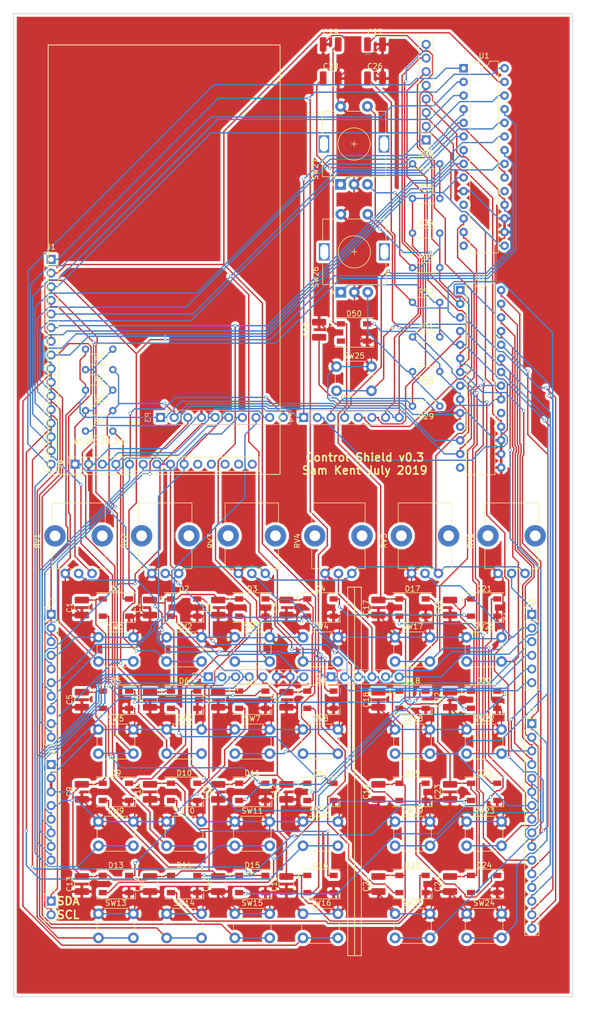
<source format=kicad_pcb>
(kicad_pcb (version 20171130) (host pcbnew "(5.0.0-3-g5ebb6b6)")
  (title_block (date "lun. 30 mars 2015"))
  (layers (0 F.Cu signal) (31 B.Cu signal) (34 B.Paste user) (35 F.Paste user) (36 B.SilkS user) (37 F.SilkS user) (38 B.Mask user) (39 F.Mask user) (44 Edge.Cuts user))
  (net 0 "")
  (net 1 /IOREF)
  (net 2 +5V)
  (net 3 GND)
  (net 4 /Vin)
  (net 5 /A0)
  (net 6 /A1)
  (net 7 /A2)
  (net 8 /A3)
  (net 9 /AREF)
  (net 10 +3V3)
  (net 11 /I2C_SCL)
  (net 12 /I2C_SDA)
  (net 13 /A4)
  (net 14 /A5)
  (net 15 "Net-(D1-Pad2)")
  (net 16 "Net-(D1-Pad4)")
  (net 17 "Net-(D2-Pad2)")
  (net 18 "Net-(D3-Pad2)")
  (net 19 "Net-(D10-Pad4)")
  (net 20 "Net-(D10-Pad2)")
  (net 21 "Net-(D11-Pad2)")
  (net 22 "Net-(D11-Pad4)")
  (net 23 "Net-(D12-Pad2)")
  (net 24 "Net-(D12-Pad4)")
  (net 25 "Net-(D13-Pad4)")
  (net 26 "Net-(D13-Pad2)")
  (net 27 "Net-(D14-Pad2)")
  (net 28 "Net-(D14-Pad4)")
  (net 29 "Net-(D15-Pad4)")
  (net 30 "Net-(D15-Pad2)")
  (net 31 "Net-(D16-Pad2)")
  (net 32 /RESET)
  (net 33 /DC)
  (net 34 "Net-(D17-Pad2)")
  (net 35 "Net-(D18-Pad2)")
  (net 36 "Net-(D19-Pad2)")
  (net 37 "Net-(D20-Pad2)")
  (net 38 "Net-(D21-Pad2)")
  (net 39 "Net-(D22-Pad2)")
  (net 40 "Net-(D23-Pad2)")
  (net 41 "Net-(D24-Pad2)")
  (net 42 /7)
  (net 43 /MOSI)
  (net 44 /SCK)
  (net 45 /MISO)
  (net 46 "Net-(J7-Pad8)")
  (net 47 /WS2812B)
  (net 48 "Net-(J8-Pad7)")
  (net 49 "Net-(J8-Pad6)")
  (net 50 /INTA_1)
  (net 51 /!RESET_1)
  (net 52 /INTA_0)
  (net 53 /!RESET_0)
  (net 54 "Net-(J4-Pad8)")
  (net 55 "Net-(R29-Pad1)")
  (net 56 "Net-(R31-Pad2)")
  (net 57 "Net-(R33-Pad1)")
  (net 58 "Net-(R35-Pad2)")
  (net 59 /Ard_Reset)
  (net 60 /U2_GPB3)
  (net 61 /U2_GPB2)
  (net 62 /U2_GPB6)
  (net 63 /U2_GPB5)
  (net 64 /U1_GPB0)
  (net 65 /U1_GPB1)
  (net 66 /U1_GPB2)
  (net 67 /U1_GPB3)
  (net 68 /U1_GPB4)
  (net 69 /U1_GPB5)
  (net 70 /U1_GPB6)
  (net 71 /U1_GPB7)
  (net 72 /U1_GPA0)
  (net 73 /U1_GPA1)
  (net 74 /U1_GPA2)
  (net 75 /U1_GPA3)
  (net 76 /U1_GPA4)
  (net 77 /U1_GPA5)
  (net 78 /U1_GPA6)
  (net 79 /U1_GPA7)
  (net 80 /U2_GPA7)
  (net 81 /U2_GPA6)
  (net 82 /U2_GPA5)
  (net 83 /U2_GPA4)
  (net 84 /U2_GPA3)
  (net 85 /U2_GPA2)
  (net 86 /U2_GPA1)
  (net 87 /U2_GPA0)
  (net 88 /U2_GPB7)
  (net 89 /U2_GPB4)
  (net 90 /U2_GPB1)
  (net 91 /U2_GPB0)
  (module Connector_PinHeader_2.54mm:PinHeader_1x06_P2.54mm_Vertical (layer B.Cu) (at 165.036 158.306 270)
    (fp_text reference P2 (at 0 2.33 270) (layer B.SilkS) (effects (justify mirror)))
    (fp_text value Analog)
    (pad 6 thru_hole oval (at 0 -12.7 270) (size 1.7 1.7) (drill 1) (layers *.Cu *.Mask) (net 14 /A5))
    (pad 5 thru_hole oval (at 0 -10.16 270) (size 1.7 1.7) (drill 1) (layers *.Cu *.Mask) (net 13 /A4))
    (pad 4 thru_hole oval (at 0 -7.62 270) (size 1.7 1.7) (drill 1) (layers *.Cu *.Mask) (net 8 /A3))
    (pad 3 thru_hole oval (at 0 -5.08 270) (size 1.7 1.7) (drill 1) (layers *.Cu *.Mask) (net 7 /A2))
    (pad 2 thru_hole oval (at 0 -2.54 270) (size 1.7 1.7) (drill 1) (layers *.Cu *.Mask) (net 6 /A1))
    (pad 1 thru_hole rect (at 0 0 270) (size 1.7 1.7) (drill 1) (layers *.Cu *.Mask) (net 5 /A0))
  )
  (module Connector_PinHeader_2.54mm:PinHeader_1x08_P2.54mm_Vertical (layer B.Cu) (at 142.176 158.306 270)
    (fp_text reference P1 (at 0 2.33 270) (layer B.SilkS) (effects (justify mirror)))
    (fp_text value Power)
    (pad 8 thru_hole oval (at 0 -17.78 270) (size 1.7 1.7) (drill 1) (layers *.Cu *.Mask) (net 4 /Vin))
    (pad 7 thru_hole oval (at 0 -15.24 270) (size 1.7 1.7) (drill 1) (layers *.Cu *.Mask) (net 3 GND))
    (pad 6 thru_hole oval (at 0 -12.7 270) (size 1.7 1.7) (drill 1) (layers *.Cu *.Mask) (net 3 GND))
    (pad 5 thru_hole oval (at 0 -10.16 270) (size 1.7 1.7) (drill 1) (layers *.Cu *.Mask) (net 2 +5V))
    (pad 4 thru_hole oval (at 0 -7.62 270) (size 1.7 1.7) (drill 1) (layers *.Cu *.Mask) (net 10 +3V3))
    (pad 3 thru_hole oval (at 0 -5.08 270) (size 1.7 1.7) (drill 1) (layers *.Cu *.Mask) (net 59 /Ard_Reset))
    (pad 2 thru_hole oval (at 0 -2.54 270) (size 1.7 1.7) (drill 1) (layers *.Cu *.Mask) (net 1 /IOREF))
    (pad 1 thru_hole rect (at 0 0 270) (size 1.7 1.7) (drill 1) (layers *.Cu *.Mask) (net 54 "Net-(J4-Pad8)"))
  )
  (module Connector_PinHeader_2.54mm:PinHeader_1x08_P2.54mm_Vertical (layer B.Cu) (at 159.956 110.046 270)
    (fp_text reference P4 (at 0 2.33 270) (layer B.SilkS) (effects (justify mirror)))
    (fp_text value Digital)
    (pad 1 thru_hole rect (at 0 0 270) (size 1.7 1.7) (drill 1) (layers *.Cu *.Mask) (net 42 /7))
    (pad 2 thru_hole oval (at 0 -2.54 270) (size 1.7 1.7) (drill 1) (layers *.Cu *.Mask) (net 53 /!RESET_0))
    (pad 3 thru_hole oval (at 0 -5.08 270) (size 1.7 1.7) (drill 1) (layers *.Cu *.Mask) (net 52 /INTA_0))
    (pad 4 thru_hole oval (at 0 -7.62 270) (size 1.7 1.7) (drill 1) (layers *.Cu *.Mask) (net 51 /!RESET_1))
    (pad 5 thru_hole oval (at 0 -10.16 270) (size 1.7 1.7) (drill 1) (layers *.Cu *.Mask) (net 50 /INTA_1))
    (pad 6 thru_hole oval (at 0 -12.7 270) (size 1.7 1.7) (drill 1) (layers *.Cu *.Mask) (net 49 "Net-(J8-Pad6)"))
    (pad 7 thru_hole oval (at 0 -15.24 270) (size 1.7 1.7) (drill 1) (layers *.Cu *.Mask) (net 48 "Net-(J8-Pad7)"))
    (pad 8 thru_hole oval (at 0 -17.78 270) (size 1.7 1.7) (drill 1) (layers *.Cu *.Mask) (net 47 /WS2812B))
  )
  (module Connector_PinHeader_2.54mm:PinHeader_1x10_P2.54mm_Vertical (layer B.Cu) (at 133.286 110.041 270)
    (fp_text reference P3 (at 0 2.33 270) (layer B.SilkS) (effects (justify mirror)))
    (fp_text value Digital)
    (pad 10 thru_hole oval (at 0 -22.86 270) (size 1.7 1.7) (drill 1) (layers *.Cu *.Mask) (net 33 /DC))
    (pad 9 thru_hole oval (at 0 -20.32 270) (size 1.7 1.7) (drill 1) (layers *.Cu *.Mask) (net 32 /RESET))
    (pad 8 thru_hole oval (at 0 -17.78 270) (size 1.7 1.7) (drill 1) (layers *.Cu *.Mask) (net 46 "Net-(J7-Pad8)"))
    (pad 7 thru_hole oval (at 0 -15.24 270) (size 1.7 1.7) (drill 1) (layers *.Cu *.Mask) (net 43 /MOSI))
    (pad 6 thru_hole oval (at 0 -12.7 270) (size 1.7 1.7) (drill 1) (layers *.Cu *.Mask) (net 45 /MISO))
    (pad 5 thru_hole oval (at 0 -10.16 270) (size 1.7 1.7) (drill 1) (layers *.Cu *.Mask) (net 44 /SCK))
    (pad 4 thru_hole oval (at 0 -7.62 270) (size 1.7 1.7) (drill 1) (layers *.Cu *.Mask) (net 3 GND))
    (pad 3 thru_hole oval (at 0 -5.08 270) (size 1.7 1.7) (drill 1) (layers *.Cu *.Mask) (net 9 /AREF))
    (pad 2 thru_hole oval (at 0 -2.54 270) (size 1.7 1.7) (drill 1) (layers *.Cu *.Mask) (net 12 /I2C_SDA))
    (pad 1 thru_hole rect (at 0 0 270) (size 1.7 1.7) (drill 1) (layers *.Cu *.Mask) (net 11 /I2C_SCL))
  )
  (module LED_SMD:LED_WS2812B_PLCC4_5.0x5.0mm_P3.2mm (layer F.Cu) (at 124.968 145.415)
    (fp_text reference D1 (at 0 -3.5) (layer F.SilkS))
    (fp_text value WS2812B)
    (fp_text user 1 (at -4.15 -1.6) (layer F.SilkS))
    (pad 3 smd rect (at 2.45 1.6) (size 1.5 1) (layers F.Cu F.Paste F.Mask) (net 3 GND))
    (pad 4 smd rect (at 2.45 -1.6) (size 1.5 1) (layers F.Cu F.Paste F.Mask) (net 16 "Net-(D1-Pad4)"))
    (pad 2 smd rect (at -2.45 1.6) (size 1.5 1) (layers F.Cu F.Paste F.Mask) (net 15 "Net-(D1-Pad2)"))
    (pad 1 smd rect (at -2.45 -1.6) (size 1.5 1) (layers F.Cu F.Paste F.Mask) (net 2 +5V))
  )
  (module LED_SMD:LED_WS2812B_PLCC4_5.0x5.0mm_P3.2mm (layer F.Cu) (at 137.668 145.415)
    (fp_text reference D2 (at 0 -3.5) (layer F.SilkS))
    (fp_text value WS2812B)
    (fp_text user 1 (at -4.15 -1.6) (layer F.SilkS))
    (pad 3 smd rect (at 2.45 1.6) (size 1.5 1) (layers F.Cu F.Paste F.Mask) (net 3 GND))
    (pad 4 smd rect (at 2.45 -1.6) (size 1.5 1) (layers F.Cu F.Paste F.Mask) (net 36 "Net-(D19-Pad2)"))
    (pad 2 smd rect (at -2.45 1.6) (size 1.5 1) (layers F.Cu F.Paste F.Mask) (net 17 "Net-(D2-Pad2)"))
    (pad 1 smd rect (at -2.45 -1.6) (size 1.5 1) (layers F.Cu F.Paste F.Mask) (net 2 +5V))
  )
  (module LED_SMD:LED_WS2812B_PLCC4_5.0x5.0mm_P3.2mm (layer F.Cu) (at 150.368 145.415)
    (fp_text reference D3 (at 0 -3.5) (layer F.SilkS))
    (fp_text value WS2812B)
    (fp_text user 1 (at -4.15 -1.6) (layer F.SilkS))
    (pad 3 smd rect (at 2.45 1.6) (size 1.5 1) (layers F.Cu F.Paste F.Mask) (net 3 GND))
    (pad 4 smd rect (at 2.45 -1.6) (size 1.5 1) (layers F.Cu F.Paste F.Mask) (net 37 "Net-(D20-Pad2)"))
    (pad 2 smd rect (at -2.45 1.6) (size 1.5 1) (layers F.Cu F.Paste F.Mask) (net 18 "Net-(D3-Pad2)"))
    (pad 1 smd rect (at -2.45 -1.6) (size 1.5 1) (layers F.Cu F.Paste F.Mask) (net 2 +5V))
  )
  (module LED_SMD:LED_WS2812B_PLCC4_5.0x5.0mm_P3.2mm (layer F.Cu) (at 163.068 145.415)
    (fp_text reference D4 (at 0 -3.5) (layer F.SilkS))
    (fp_text value WS2812B)
    (fp_text user 1 (at -4.15 -1.6) (layer F.SilkS))
    (pad 3 smd rect (at 2.45 1.6) (size 1.5 1) (layers F.Cu F.Paste F.Mask) (net 3 GND))
    (pad 4 smd rect (at 2.45 -1.6) (size 1.5 1) (layers F.Cu F.Paste F.Mask) (net 38 "Net-(D21-Pad2)"))
    (pad 2 smd rect (at -2.45 1.6) (size 1.5 1) (layers F.Cu F.Paste F.Mask) (net 19 "Net-(D10-Pad4)"))
    (pad 1 smd rect (at -2.45 -1.6) (size 1.5 1) (layers F.Cu F.Paste F.Mask) (net 2 +5V))
  )
  (module LED_SMD:LED_WS2812B_PLCC4_5.0x5.0mm_P3.2mm (layer F.Cu) (at 124.968 162.56)
    (fp_text reference D5 (at 0 -3.5) (layer F.SilkS))
    (fp_text value WS2812B)
    (fp_text user 1 (at -4.15 -1.6) (layer F.SilkS))
    (pad 3 smd rect (at 2.45 1.6) (size 1.5 1) (layers F.Cu F.Paste F.Mask) (net 3 GND))
    (pad 4 smd rect (at 2.45 -1.6) (size 1.5 1) (layers F.Cu F.Paste F.Mask) (net 39 "Net-(D22-Pad2)"))
    (pad 2 smd rect (at -2.45 1.6) (size 1.5 1) (layers F.Cu F.Paste F.Mask) (net 22 "Net-(D11-Pad4)"))
    (pad 1 smd rect (at -2.45 -1.6) (size 1.5 1) (layers F.Cu F.Paste F.Mask) (net 2 +5V))
  )
  (module LED_SMD:LED_WS2812B_PLCC4_5.0x5.0mm_P3.2mm (layer F.Cu) (at 137.668 162.56)
    (fp_text reference D6 (at 0 -3.5) (layer F.SilkS))
    (fp_text value WS2812B)
    (fp_text user 1 (at -4.15 -1.6) (layer F.SilkS))
    (pad 3 smd rect (at 2.45 1.6) (size 1.5 1) (layers F.Cu F.Paste F.Mask) (net 3 GND))
    (pad 4 smd rect (at 2.45 -1.6) (size 1.5 1) (layers F.Cu F.Paste F.Mask) (net 40 "Net-(D23-Pad2)"))
    (pad 2 smd rect (at -2.45 1.6) (size 1.5 1) (layers F.Cu F.Paste F.Mask) (net 24 "Net-(D12-Pad4)"))
    (pad 1 smd rect (at -2.45 -1.6) (size 1.5 1) (layers F.Cu F.Paste F.Mask) (net 2 +5V))
  )
  (module LED_SMD:LED_WS2812B_PLCC4_5.0x5.0mm_P3.2mm (layer F.Cu) (at 150.368 162.56)
    (fp_text reference D7 (at 0 -3.5) (layer F.SilkS))
    (fp_text value WS2812B)
    (fp_text user 1 (at -4.15 -1.6) (layer F.SilkS))
    (pad 3 smd rect (at 2.45 1.6) (size 1.5 1) (layers F.Cu F.Paste F.Mask) (net 3 GND))
    (pad 4 smd rect (at 2.45 -1.6) (size 1.5 1) (layers F.Cu F.Paste F.Mask) (net 15 "Net-(D1-Pad2)"))
    (pad 2 smd rect (at -2.45 1.6) (size 1.5 1) (layers F.Cu F.Paste F.Mask) (net 25 "Net-(D13-Pad4)"))
    (pad 1 smd rect (at -2.45 -1.6) (size 1.5 1) (layers F.Cu F.Paste F.Mask) (net 2 +5V))
  )
  (module LED_SMD:LED_WS2812B_PLCC4_5.0x5.0mm_P3.2mm (layer F.Cu) (at 163.068 162.56)
    (fp_text reference D8 (at 0 -3.5) (layer F.SilkS))
    (fp_text value WS2812B)
    (fp_text user 1 (at -4.15 -1.6) (layer F.SilkS))
    (pad 3 smd rect (at 2.45 1.6) (size 1.5 1) (layers F.Cu F.Paste F.Mask) (net 3 GND))
    (pad 4 smd rect (at 2.45 -1.6) (size 1.5 1) (layers F.Cu F.Paste F.Mask) (net 17 "Net-(D2-Pad2)"))
    (pad 2 smd rect (at -2.45 1.6) (size 1.5 1) (layers F.Cu F.Paste F.Mask) (net 28 "Net-(D14-Pad4)"))
    (pad 1 smd rect (at -2.45 -1.6) (size 1.5 1) (layers F.Cu F.Paste F.Mask) (net 2 +5V))
  )
  (module LED_SMD:LED_WS2812B_PLCC4_5.0x5.0mm_P3.2mm (layer F.Cu) (at 124.968 179.705)
    (fp_text reference D9 (at 0 -3.5) (layer F.SilkS))
    (fp_text value WS2812B)
    (fp_text user 1 (at -4.15 -1.6) (layer F.SilkS))
    (pad 3 smd rect (at 2.45 1.6) (size 1.5 1) (layers F.Cu F.Paste F.Mask) (net 3 GND))
    (pad 4 smd rect (at 2.45 -1.6) (size 1.5 1) (layers F.Cu F.Paste F.Mask) (net 18 "Net-(D3-Pad2)"))
    (pad 2 smd rect (at -2.45 1.6) (size 1.5 1) (layers F.Cu F.Paste F.Mask) (net 29 "Net-(D15-Pad4)"))
    (pad 1 smd rect (at -2.45 -1.6) (size 1.5 1) (layers F.Cu F.Paste F.Mask) (net 2 +5V))
  )
  (module LED_SMD:LED_WS2812B_PLCC4_5.0x5.0mm_P3.2mm (layer F.Cu) (at 137.668 179.705)
    (fp_text reference D10 (at 0 -3.5) (layer F.SilkS))
    (fp_text value WS2812B)
    (fp_text user 1 (at -4.15 -1.6) (layer F.SilkS))
    (pad 3 smd rect (at 2.45 1.6) (size 1.5 1) (layers F.Cu F.Paste F.Mask) (net 3 GND))
    (pad 4 smd rect (at 2.45 -1.6) (size 1.5 1) (layers F.Cu F.Paste F.Mask) (net 19 "Net-(D10-Pad4)"))
    (pad 2 smd rect (at -2.45 1.6) (size 1.5 1) (layers F.Cu F.Paste F.Mask) (net 20 "Net-(D10-Pad2)"))
    (pad 1 smd rect (at -2.45 -1.6) (size 1.5 1) (layers F.Cu F.Paste F.Mask) (net 2 +5V))
  )
  (module LED_SMD:LED_WS2812B_PLCC4_5.0x5.0mm_P3.2mm (layer F.Cu) (at 150.368 179.705)
    (fp_text reference D11 (at 0 -3.5) (layer F.SilkS))
    (fp_text value WS2812B)
    (fp_text user 1 (at -4.15 -1.6) (layer F.SilkS))
    (pad 3 smd rect (at 2.45 1.6) (size 1.5 1) (layers F.Cu F.Paste F.Mask) (net 3 GND))
    (pad 4 smd rect (at 2.45 -1.6) (size 1.5 1) (layers F.Cu F.Paste F.Mask) (net 22 "Net-(D11-Pad4)"))
    (pad 2 smd rect (at -2.45 1.6) (size 1.5 1) (layers F.Cu F.Paste F.Mask) (net 21 "Net-(D11-Pad2)"))
    (pad 1 smd rect (at -2.45 -1.6) (size 1.5 1) (layers F.Cu F.Paste F.Mask) (net 2 +5V))
  )
  (module LED_SMD:LED_WS2812B_PLCC4_5.0x5.0mm_P3.2mm (layer F.Cu) (at 163.068 179.705)
    (fp_text reference D12 (at 0 -3.5) (layer F.SilkS))
    (fp_text value WS2812B)
    (fp_text user 1 (at -4.15 -1.6) (layer F.SilkS))
    (pad 3 smd rect (at 2.45 1.6) (size 1.5 1) (layers F.Cu F.Paste F.Mask) (net 3 GND))
    (pad 4 smd rect (at 2.45 -1.6) (size 1.5 1) (layers F.Cu F.Paste F.Mask) (net 24 "Net-(D12-Pad4)"))
    (pad 2 smd rect (at -2.45 1.6) (size 1.5 1) (layers F.Cu F.Paste F.Mask) (net 23 "Net-(D12-Pad2)"))
    (pad 1 smd rect (at -2.45 -1.6) (size 1.5 1) (layers F.Cu F.Paste F.Mask) (net 2 +5V))
  )
  (module LED_SMD:LED_WS2812B_PLCC4_5.0x5.0mm_P3.2mm (layer F.Cu) (at 124.968 196.85)
    (fp_text reference D13 (at 0 -3.5) (layer F.SilkS))
    (fp_text value WS2812B)
    (fp_text user 1 (at -4.15 -1.6) (layer F.SilkS))
    (pad 3 smd rect (at 2.45 1.6) (size 1.5 1) (layers F.Cu F.Paste F.Mask) (net 3 GND))
    (pad 4 smd rect (at 2.45 -1.6) (size 1.5 1) (layers F.Cu F.Paste F.Mask) (net 25 "Net-(D13-Pad4)"))
    (pad 2 smd rect (at -2.45 1.6) (size 1.5 1) (layers F.Cu F.Paste F.Mask) (net 26 "Net-(D13-Pad2)"))
    (pad 1 smd rect (at -2.45 -1.6) (size 1.5 1) (layers F.Cu F.Paste F.Mask) (net 2 +5V))
  )
  (module LED_SMD:LED_WS2812B_PLCC4_5.0x5.0mm_P3.2mm (layer F.Cu) (at 137.668 196.85)
    (fp_text reference D14 (at 0 -3.5) (layer F.SilkS))
    (fp_text value WS2812B)
    (fp_text user 1 (at -4.15 -1.6) (layer F.SilkS))
    (pad 3 smd rect (at 2.45 1.6) (size 1.5 1) (layers F.Cu F.Paste F.Mask) (net 3 GND))
    (pad 4 smd rect (at 2.45 -1.6) (size 1.5 1) (layers F.Cu F.Paste F.Mask) (net 28 "Net-(D14-Pad4)"))
    (pad 2 smd rect (at -2.45 1.6) (size 1.5 1) (layers F.Cu F.Paste F.Mask) (net 27 "Net-(D14-Pad2)"))
    (pad 1 smd rect (at -2.45 -1.6) (size 1.5 1) (layers F.Cu F.Paste F.Mask) (net 2 +5V))
  )
  (module LED_SMD:LED_WS2812B_PLCC4_5.0x5.0mm_P3.2mm (layer F.Cu) (at 150.368 196.85)
    (fp_text reference D15 (at 0 -3.5) (layer F.SilkS))
    (fp_text value WS2812B)
    (fp_text user 1 (at -4.15 -1.6) (layer F.SilkS))
    (pad 3 smd rect (at 2.45 1.6) (size 1.5 1) (layers F.Cu F.Paste F.Mask) (net 3 GND))
    (pad 4 smd rect (at 2.45 -1.6) (size 1.5 1) (layers F.Cu F.Paste F.Mask) (net 29 "Net-(D15-Pad4)"))
    (pad 2 smd rect (at -2.45 1.6) (size 1.5 1) (layers F.Cu F.Paste F.Mask) (net 30 "Net-(D15-Pad2)"))
    (pad 1 smd rect (at -2.45 -1.6) (size 1.5 1) (layers F.Cu F.Paste F.Mask) (net 2 +5V))
  )
  (module LED_SMD:LED_WS2812B_PLCC4_5.0x5.0mm_P3.2mm (layer F.Cu) (at 163.068 196.85)
    (fp_text reference D16 (at 0 -3.5) (layer F.SilkS))
    (fp_text value WS2812B)
    (fp_text user 1 (at -4.15 -1.6) (layer F.SilkS))
    (pad 3 smd rect (at 2.45 1.6) (size 1.5 1) (layers F.Cu F.Paste F.Mask) (net 3 GND))
    (pad 4 smd rect (at 2.45 -1.6) (size 1.5 1) (layers F.Cu F.Paste F.Mask) (net 20 "Net-(D10-Pad2)"))
    (pad 2 smd rect (at -2.45 1.6) (size 1.5 1) (layers F.Cu F.Paste F.Mask) (net 31 "Net-(D16-Pad2)"))
    (pad 1 smd rect (at -2.45 -1.6) (size 1.5 1) (layers F.Cu F.Paste F.Mask) (net 2 +5V))
  )
  (module LED_SMD:LED_WS2812B_PLCC4_5.0x5.0mm_P3.2mm (layer F.Cu) (at 180.213 145.415)
    (fp_text reference D17 (at 0 -3.5) (layer F.SilkS))
    (fp_text value WS2812B)
    (fp_text user 1 (at -4.15 -1.6) (layer F.SilkS))
    (pad 3 smd rect (at 2.45 1.6) (size 1.5 1) (layers F.Cu F.Paste F.Mask) (net 3 GND))
    (pad 4 smd rect (at 2.45 -1.6) (size 1.5 1) (layers F.Cu F.Paste F.Mask) (net 21 "Net-(D11-Pad2)"))
    (pad 2 smd rect (at -2.45 1.6) (size 1.5 1) (layers F.Cu F.Paste F.Mask) (net 34 "Net-(D17-Pad2)"))
    (pad 1 smd rect (at -2.45 -1.6) (size 1.5 1) (layers F.Cu F.Paste F.Mask) (net 2 +5V))
  )
  (module LED_SMD:LED_WS2812B_PLCC4_5.0x5.0mm_P3.2mm (layer F.Cu) (at 180.213 162.56)
    (fp_text reference D18 (at 0 -3.5) (layer F.SilkS))
    (fp_text value WS2812B)
    (fp_text user 1 (at -4.15 -1.6) (layer F.SilkS))
    (pad 3 smd rect (at 2.45 1.6) (size 1.5 1) (layers F.Cu F.Paste F.Mask) (net 3 GND))
    (pad 4 smd rect (at 2.45 -1.6) (size 1.5 1) (layers F.Cu F.Paste F.Mask) (net 23 "Net-(D12-Pad2)"))
    (pad 2 smd rect (at -2.45 1.6) (size 1.5 1) (layers F.Cu F.Paste F.Mask) (net 35 "Net-(D18-Pad2)"))
    (pad 1 smd rect (at -2.45 -1.6) (size 1.5 1) (layers F.Cu F.Paste F.Mask) (net 2 +5V))
  )
  (module LED_SMD:LED_WS2812B_PLCC4_5.0x5.0mm_P3.2mm (layer F.Cu) (at 180.213 179.705)
    (fp_text reference D19 (at 0 -3.5) (layer F.SilkS))
    (fp_text value WS2812B)
    (fp_text user 1 (at -4.15 -1.6) (layer F.SilkS))
    (pad 3 smd rect (at 2.45 1.6) (size 1.5 1) (layers F.Cu F.Paste F.Mask) (net 3 GND))
    (pad 4 smd rect (at 2.45 -1.6) (size 1.5 1) (layers F.Cu F.Paste F.Mask) (net 26 "Net-(D13-Pad2)"))
    (pad 2 smd rect (at -2.45 1.6) (size 1.5 1) (layers F.Cu F.Paste F.Mask) (net 36 "Net-(D19-Pad2)"))
    (pad 1 smd rect (at -2.45 -1.6) (size 1.5 1) (layers F.Cu F.Paste F.Mask) (net 2 +5V))
  )
  (module LED_SMD:LED_WS2812B_PLCC4_5.0x5.0mm_P3.2mm (layer F.Cu) (at 180.213 196.85)
    (fp_text reference D20 (at 0 -3.5) (layer F.SilkS))
    (fp_text value WS2812B)
    (fp_text user 1 (at -4.15 -1.6) (layer F.SilkS))
    (pad 3 smd rect (at 2.45 1.6) (size 1.5 1) (layers F.Cu F.Paste F.Mask) (net 3 GND))
    (pad 4 smd rect (at 2.45 -1.6) (size 1.5 1) (layers F.Cu F.Paste F.Mask) (net 27 "Net-(D14-Pad2)"))
    (pad 2 smd rect (at -2.45 1.6) (size 1.5 1) (layers F.Cu F.Paste F.Mask) (net 37 "Net-(D20-Pad2)"))
    (pad 1 smd rect (at -2.45 -1.6) (size 1.5 1) (layers F.Cu F.Paste F.Mask) (net 2 +5V))
  )
  (module LED_SMD:LED_WS2812B_PLCC4_5.0x5.0mm_P3.2mm (layer F.Cu) (at 193.548 145.415)
    (fp_text reference D21 (at 0 -3.5) (layer F.SilkS))
    (fp_text value WS2812B)
    (fp_text user 1 (at -4.15 -1.6) (layer F.SilkS))
    (pad 3 smd rect (at 2.45 1.6) (size 1.5 1) (layers F.Cu F.Paste F.Mask) (net 3 GND))
    (pad 4 smd rect (at 2.45 -1.6) (size 1.5 1) (layers F.Cu F.Paste F.Mask) (net 30 "Net-(D15-Pad2)"))
    (pad 2 smd rect (at -2.45 1.6) (size 1.5 1) (layers F.Cu F.Paste F.Mask) (net 38 "Net-(D21-Pad2)"))
    (pad 1 smd rect (at -2.45 -1.6) (size 1.5 1) (layers F.Cu F.Paste F.Mask) (net 2 +5V))
  )
  (module LED_SMD:LED_WS2812B_PLCC4_5.0x5.0mm_P3.2mm (layer F.Cu) (at 193.548 162.56)
    (fp_text reference D22 (at 0 -3.5) (layer F.SilkS))
    (fp_text value WS2812B)
    (fp_text user 1 (at -4.15 -1.6) (layer F.SilkS))
    (pad 3 smd rect (at 2.45 1.6) (size 1.5 1) (layers F.Cu F.Paste F.Mask) (net 3 GND))
    (pad 4 smd rect (at 2.45 -1.6) (size 1.5 1) (layers F.Cu F.Paste F.Mask) (net 31 "Net-(D16-Pad2)"))
    (pad 2 smd rect (at -2.45 1.6) (size 1.5 1) (layers F.Cu F.Paste F.Mask) (net 39 "Net-(D22-Pad2)"))
    (pad 1 smd rect (at -2.45 -1.6) (size 1.5 1) (layers F.Cu F.Paste F.Mask) (net 2 +5V))
  )
  (module LED_SMD:LED_WS2812B_PLCC4_5.0x5.0mm_P3.2mm (layer F.Cu) (at 193.548 179.705)
    (fp_text reference D23 (at 0 -3.5) (layer F.SilkS))
    (fp_text value WS2812B)
    (fp_text user 1 (at -4.15 -1.6) (layer F.SilkS))
    (pad 3 smd rect (at 2.45 1.6) (size 1.5 1) (layers F.Cu F.Paste F.Mask) (net 3 GND))
    (pad 4 smd rect (at 2.45 -1.6) (size 1.5 1) (layers F.Cu F.Paste F.Mask) (net 34 "Net-(D17-Pad2)"))
    (pad 2 smd rect (at -2.45 1.6) (size 1.5 1) (layers F.Cu F.Paste F.Mask) (net 40 "Net-(D23-Pad2)"))
    (pad 1 smd rect (at -2.45 -1.6) (size 1.5 1) (layers F.Cu F.Paste F.Mask) (net 2 +5V))
  )
  (module LED_SMD:LED_WS2812B_PLCC4_5.0x5.0mm_P3.2mm (layer F.Cu) (at 193.548 196.85)
    (fp_text reference D24 (at 0 -3.5) (layer F.SilkS))
    (fp_text value WS2812B)
    (fp_text user 1 (at -4.15 -1.6) (layer F.SilkS))
    (pad 3 smd rect (at 2.45 1.6) (size 1.5 1) (layers F.Cu F.Paste F.Mask) (net 3 GND))
    (pad 4 smd rect (at 2.45 -1.6) (size 1.5 1) (layers F.Cu F.Paste F.Mask) (net 35 "Net-(D18-Pad2)"))
    (pad 2 smd rect (at -2.45 1.6) (size 1.5 1) (layers F.Cu F.Paste F.Mask) (net 41 "Net-(D24-Pad2)"))
    (pad 1 smd rect (at -2.45 -1.6) (size 1.5 1) (layers F.Cu F.Paste F.Mask) (net 2 +5V))
  )
  (module LED_SMD:LED_WS2812B_PLCC4_5.0x5.0mm_P3.2mm (layer F.Cu) (at 169.318 94.234)
    (fp_text reference D50 (at 0 -3.5) (layer F.SilkS))
    (fp_text value WS2812B)
    (fp_text user 1 (at -4.15 -1.6) (layer F.SilkS))
    (pad 3 smd rect (at 2.45 1.6) (size 1.5 1) (layers F.Cu F.Paste F.Mask) (net 3 GND))
    (pad 4 smd rect (at 2.45 -1.6) (size 1.5 1) (layers F.Cu F.Paste F.Mask) (net 41 "Net-(D24-Pad2)"))
    (pad 2 smd rect (at -2.45 1.6) (size 1.5 1) (layers F.Cu F.Paste F.Mask))
    (pad 1 smd rect (at -2.45 -1.6) (size 1.5 1) (layers F.Cu F.Paste F.Mask) (net 2 +5V))
  )
  (module Package_DIP:DIP-28_W7.62mm (layer F.Cu) (at 189.738 45.085)
    (fp_text reference U1 (at 3.81 -2.33) (layer F.SilkS))
    (fp_text value MCP23017-E_SP)
    (pad 28 thru_hole oval (at 7.62 0) (size 1.6 1.6) (drill 0.8) (layers *.Cu *.Mask) (net 79 /U1_GPA7))
    (pad 14 thru_hole oval (at 0 33.02) (size 1.6 1.6) (drill 0.8) (layers *.Cu *.Mask))
    (pad 27 thru_hole oval (at 7.62 2.54) (size 1.6 1.6) (drill 0.8) (layers *.Cu *.Mask) (net 78 /U1_GPA6))
    (pad 13 thru_hole oval (at 0 30.48) (size 1.6 1.6) (drill 0.8) (layers *.Cu *.Mask) (net 12 /I2C_SDA))
    (pad 26 thru_hole oval (at 7.62 5.08) (size 1.6 1.6) (drill 0.8) (layers *.Cu *.Mask) (net 77 /U1_GPA5))
    (pad 12 thru_hole oval (at 0 27.94) (size 1.6 1.6) (drill 0.8) (layers *.Cu *.Mask) (net 11 /I2C_SCL))
    (pad 25 thru_hole oval (at 7.62 7.62) (size 1.6 1.6) (drill 0.8) (layers *.Cu *.Mask) (net 76 /U1_GPA4))
    (pad 11 thru_hole oval (at 0 25.4) (size 1.6 1.6) (drill 0.8) (layers *.Cu *.Mask))
    (pad 24 thru_hole oval (at 7.62 10.16) (size 1.6 1.6) (drill 0.8) (layers *.Cu *.Mask) (net 75 /U1_GPA3))
    (pad 10 thru_hole oval (at 0 22.86) (size 1.6 1.6) (drill 0.8) (layers *.Cu *.Mask) (net 3 GND))
    (pad 23 thru_hole oval (at 7.62 12.7) (size 1.6 1.6) (drill 0.8) (layers *.Cu *.Mask) (net 74 /U1_GPA2))
    (pad 9 thru_hole oval (at 0 20.32) (size 1.6 1.6) (drill 0.8) (layers *.Cu *.Mask) (net 10 +3V3))
    (pad 22 thru_hole oval (at 7.62 15.24) (size 1.6 1.6) (drill 0.8) (layers *.Cu *.Mask) (net 73 /U1_GPA1))
    (pad 8 thru_hole oval (at 0 17.78) (size 1.6 1.6) (drill 0.8) (layers *.Cu *.Mask) (net 71 /U1_GPB7))
    (pad 21 thru_hole oval (at 7.62 17.78) (size 1.6 1.6) (drill 0.8) (layers *.Cu *.Mask) (net 72 /U1_GPA0))
    (pad 7 thru_hole oval (at 0 15.24) (size 1.6 1.6) (drill 0.8) (layers *.Cu *.Mask) (net 70 /U1_GPB6))
    (pad 20 thru_hole oval (at 7.62 20.32) (size 1.6 1.6) (drill 0.8) (layers *.Cu *.Mask) (net 50 /INTA_1))
    (pad 6 thru_hole oval (at 0 12.7) (size 1.6 1.6) (drill 0.8) (layers *.Cu *.Mask) (net 69 /U1_GPB5))
    (pad 19 thru_hole oval (at 7.62 22.86) (size 1.6 1.6) (drill 0.8) (layers *.Cu *.Mask))
    (pad 5 thru_hole oval (at 0 10.16) (size 1.6 1.6) (drill 0.8) (layers *.Cu *.Mask) (net 68 /U1_GPB4))
    (pad 18 thru_hole oval (at 7.62 25.4) (size 1.6 1.6) (drill 0.8) (layers *.Cu *.Mask) (net 51 /!RESET_1))
    (pad 4 thru_hole oval (at 0 7.62) (size 1.6 1.6) (drill 0.8) (layers *.Cu *.Mask) (net 67 /U1_GPB3))
    (pad 17 thru_hole oval (at 7.62 27.94) (size 1.6 1.6) (drill 0.8) (layers *.Cu *.Mask) (net 3 GND))
    (pad 3 thru_hole oval (at 0 5.08) (size 1.6 1.6) (drill 0.8) (layers *.Cu *.Mask) (net 66 /U1_GPB2))
    (pad 16 thru_hole oval (at 7.62 30.48) (size 1.6 1.6) (drill 0.8) (layers *.Cu *.Mask) (net 3 GND))
    (pad 2 thru_hole oval (at 0 2.54) (size 1.6 1.6) (drill 0.8) (layers *.Cu *.Mask) (net 65 /U1_GPB1))
    (pad 15 thru_hole oval (at 7.62 33.02) (size 1.6 1.6) (drill 0.8) (layers *.Cu *.Mask) (net 10 +3V3))
    (pad 1 thru_hole rect (at 0 0) (size 1.6 1.6) (drill 0.8) (layers *.Cu *.Mask) (net 64 /U1_GPB0))
  )
  (module Resistor_THT:R_Axial_DIN0204_L3.6mm_D1.6mm_P5.08mm_Horizontal (layer F.Cu) (at 124.396 97.3455 180)
    (fp_text reference R1 (at 2.54 -1.92 180) (layer F.SilkS))
    (fp_text value R)
    (pad 2 thru_hole oval (at 5.08 0 180) (size 1.4 1.4) (drill 0.7) (layers *.Cu *.Mask) (net 11 /I2C_SCL))
    (pad 1 thru_hole circle (at 0 0 180) (size 1.4 1.4) (drill 0.7) (layers *.Cu *.Mask) (net 10 +3V3))
  )
  (module Resistor_THT:R_Axial_DIN0204_L3.6mm_D1.6mm_P5.08mm_Horizontal (layer F.Cu) (at 124.396 101.156 180)
    (fp_text reference R2 (at 2.54 -1.92 180) (layer F.SilkS))
    (fp_text value R)
    (pad 2 thru_hole oval (at 5.08 0 180) (size 1.4 1.4) (drill 0.7) (layers *.Cu *.Mask) (net 10 +3V3))
    (pad 1 thru_hole circle (at 0 0 180) (size 1.4 1.4) (drill 0.7) (layers *.Cu *.Mask) (net 12 /I2C_SDA))
  )
  (module Connector_PinHeader_2.54mm:PinHeader_1x10_P2.54mm_Vertical (layer F.Cu) (at 112.903 146.685)
    (fp_text reference J7 (at 0 -2.33) (layer F.SilkS))
    (fp_text value Conn_01x10_Female)
    (pad 10 thru_hole oval (at 0 22.86) (size 1.7 1.7) (drill 1) (layers *.Cu *.Mask) (net 33 /DC))
    (pad 9 thru_hole oval (at 0 20.32) (size 1.7 1.7) (drill 1) (layers *.Cu *.Mask) (net 32 /RESET))
    (pad 8 thru_hole oval (at 0 17.78) (size 1.7 1.7) (drill 1) (layers *.Cu *.Mask) (net 46 "Net-(J7-Pad8)"))
    (pad 7 thru_hole oval (at 0 15.24) (size 1.7 1.7) (drill 1) (layers *.Cu *.Mask) (net 43 /MOSI))
    (pad 6 thru_hole oval (at 0 12.7) (size 1.7 1.7) (drill 1) (layers *.Cu *.Mask) (net 45 /MISO))
    (pad 5 thru_hole oval (at 0 10.16) (size 1.7 1.7) (drill 1) (layers *.Cu *.Mask) (net 44 /SCK))
    (pad 4 thru_hole oval (at 0 7.62) (size 1.7 1.7) (drill 1) (layers *.Cu *.Mask) (net 3 GND))
    (pad 3 thru_hole oval (at 0 5.08) (size 1.7 1.7) (drill 1) (layers *.Cu *.Mask) (net 9 /AREF))
    (pad 2 thru_hole oval (at 0 2.54) (size 1.7 1.7) (drill 1) (layers *.Cu *.Mask) (net 12 /I2C_SDA))
    (pad 1 thru_hole rect (at 0 0) (size 1.7 1.7) (drill 1) (layers *.Cu *.Mask) (net 11 /I2C_SCL))
  )
  (module Connector_PinHeader_2.54mm:PinHeader_1x08_P2.54mm_Vertical (layer F.Cu) (at 182.753 58.42 180)
    (fp_text reference J8 (at 0 -2.33 180) (layer F.SilkS))
    (fp_text value Conn_01x08_Female)
    (pad 8 thru_hole oval (at 0 17.78 180) (size 1.7 1.7) (drill 1) (layers *.Cu *.Mask) (net 47 /WS2812B))
    (pad 7 thru_hole oval (at 0 15.24 180) (size 1.7 1.7) (drill 1) (layers *.Cu *.Mask) (net 48 "Net-(J8-Pad7)"))
    (pad 6 thru_hole oval (at 0 12.7 180) (size 1.7 1.7) (drill 1) (layers *.Cu *.Mask) (net 49 "Net-(J8-Pad6)"))
    (pad 5 thru_hole oval (at 0 10.16 180) (size 1.7 1.7) (drill 1) (layers *.Cu *.Mask) (net 50 /INTA_1))
    (pad 4 thru_hole oval (at 0 7.62 180) (size 1.7 1.7) (drill 1) (layers *.Cu *.Mask) (net 51 /!RESET_1))
    (pad 3 thru_hole oval (at 0 5.08 180) (size 1.7 1.7) (drill 1) (layers *.Cu *.Mask) (net 52 /INTA_0))
    (pad 2 thru_hole oval (at 0 2.54 180) (size 1.7 1.7) (drill 1) (layers *.Cu *.Mask) (net 53 /!RESET_0))
    (pad 1 thru_hole rect (at 0 0 180) (size 1.7 1.7) (drill 1) (layers *.Cu *.Mask) (net 42 /7))
  )
  (module Package_DIP:DIP-28_W7.62mm (layer F.Cu) (at 189.103 86.36)
    (fp_text reference U2 (at 3.81 -2.33) (layer F.SilkS))
    (fp_text value MCP23017-E_SP)
    (pad 28 thru_hole oval (at 7.62 0) (size 1.6 1.6) (drill 0.8) (layers *.Cu *.Mask) (net 80 /U2_GPA7))
    (pad 14 thru_hole oval (at 0 33.02) (size 1.6 1.6) (drill 0.8) (layers *.Cu *.Mask))
    (pad 27 thru_hole oval (at 7.62 2.54) (size 1.6 1.6) (drill 0.8) (layers *.Cu *.Mask) (net 81 /U2_GPA6))
    (pad 13 thru_hole oval (at 0 30.48) (size 1.6 1.6) (drill 0.8) (layers *.Cu *.Mask) (net 12 /I2C_SDA))
    (pad 26 thru_hole oval (at 7.62 5.08) (size 1.6 1.6) (drill 0.8) (layers *.Cu *.Mask) (net 82 /U2_GPA5))
    (pad 12 thru_hole oval (at 0 27.94) (size 1.6 1.6) (drill 0.8) (layers *.Cu *.Mask) (net 11 /I2C_SCL))
    (pad 25 thru_hole oval (at 7.62 7.62) (size 1.6 1.6) (drill 0.8) (layers *.Cu *.Mask) (net 83 /U2_GPA4))
    (pad 11 thru_hole oval (at 0 25.4) (size 1.6 1.6) (drill 0.8) (layers *.Cu *.Mask))
    (pad 24 thru_hole oval (at 7.62 10.16) (size 1.6 1.6) (drill 0.8) (layers *.Cu *.Mask) (net 84 /U2_GPA3))
    (pad 10 thru_hole oval (at 0 22.86) (size 1.6 1.6) (drill 0.8) (layers *.Cu *.Mask) (net 3 GND))
    (pad 23 thru_hole oval (at 7.62 12.7) (size 1.6 1.6) (drill 0.8) (layers *.Cu *.Mask) (net 85 /U2_GPA2))
    (pad 9 thru_hole oval (at 0 20.32) (size 1.6 1.6) (drill 0.8) (layers *.Cu *.Mask) (net 10 +3V3))
    (pad 22 thru_hole oval (at 7.62 15.24) (size 1.6 1.6) (drill 0.8) (layers *.Cu *.Mask) (net 86 /U2_GPA1))
    (pad 8 thru_hole oval (at 0 17.78) (size 1.6 1.6) (drill 0.8) (layers *.Cu *.Mask) (net 88 /U2_GPB7))
    (pad 21 thru_hole oval (at 7.62 17.78) (size 1.6 1.6) (drill 0.8) (layers *.Cu *.Mask) (net 87 /U2_GPA0))
    (pad 7 thru_hole oval (at 0 15.24) (size 1.6 1.6) (drill 0.8) (layers *.Cu *.Mask) (net 62 /U2_GPB6))
    (pad 20 thru_hole oval (at 7.62 20.32) (size 1.6 1.6) (drill 0.8) (layers *.Cu *.Mask) (net 52 /INTA_0))
    (pad 6 thru_hole oval (at 0 12.7) (size 1.6 1.6) (drill 0.8) (layers *.Cu *.Mask) (net 63 /U2_GPB5))
    (pad 19 thru_hole oval (at 7.62 22.86) (size 1.6 1.6) (drill 0.8) (layers *.Cu *.Mask))
    (pad 5 thru_hole oval (at 0 10.16) (size 1.6 1.6) (drill 0.8) (layers *.Cu *.Mask) (net 89 /U2_GPB4))
    (pad 18 thru_hole oval (at 7.62 25.4) (size 1.6 1.6) (drill 0.8) (layers *.Cu *.Mask) (net 53 /!RESET_0))
    (pad 4 thru_hole oval (at 0 7.62) (size 1.6 1.6) (drill 0.8) (layers *.Cu *.Mask) (net 60 /U2_GPB3))
    (pad 17 thru_hole oval (at 7.62 27.94) (size 1.6 1.6) (drill 0.8) (layers *.Cu *.Mask) (net 3 GND))
    (pad 3 thru_hole oval (at 0 5.08) (size 1.6 1.6) (drill 0.8) (layers *.Cu *.Mask) (net 61 /U2_GPB2))
    (pad 16 thru_hole oval (at 7.62 30.48) (size 1.6 1.6) (drill 0.8) (layers *.Cu *.Mask) (net 3 GND))
    (pad 2 thru_hole oval (at 0 2.54) (size 1.6 1.6) (drill 0.8) (layers *.Cu *.Mask) (net 90 /U2_GPB1))
    (pad 15 thru_hole oval (at 7.62 33.02) (size 1.6 1.6) (drill 0.8) (layers *.Cu *.Mask) (net 3 GND))
    (pad 1 thru_hole rect (at 0 0) (size 1.6 1.6) (drill 0.8) (layers *.Cu *.Mask) (net 91 /U2_GPB0))
  )
  (module Button_Switch_THT:SW_PUSH_6mm_H5mm (layer F.Cu) (at 121.718 150.945)
    (fp_text reference SW1 (at 3.25 -2) (layer F.SilkS))
    (fp_text value SW_Push)
    (pad 1 thru_hole circle (at 6.5 0 90) (size 2 2) (drill 1.1) (layers *.Cu *.Mask) (net 3 GND))
    (pad 2 thru_hole circle (at 6.5 4.5 90) (size 2 2) (drill 1.1) (layers *.Cu *.Mask) (net 72 /U1_GPA0))
    (pad 1 thru_hole circle (at 0 0 90) (size 2 2) (drill 1.1) (layers *.Cu *.Mask) (net 3 GND))
    (pad 2 thru_hole circle (at 0 4.5 90) (size 2 2) (drill 1.1) (layers *.Cu *.Mask) (net 72 /U1_GPA0))
  )
  (module Button_Switch_THT:SW_PUSH_6mm_H5mm (layer F.Cu) (at 134.418 150.945)
    (fp_text reference SW2 (at 3.25 -2) (layer F.SilkS))
    (fp_text value SW_Push)
    (pad 1 thru_hole circle (at 6.5 0 90) (size 2 2) (drill 1.1) (layers *.Cu *.Mask) (net 3 GND))
    (pad 2 thru_hole circle (at 6.5 4.5 90) (size 2 2) (drill 1.1) (layers *.Cu *.Mask) (net 73 /U1_GPA1))
    (pad 1 thru_hole circle (at 0 0 90) (size 2 2) (drill 1.1) (layers *.Cu *.Mask) (net 3 GND))
    (pad 2 thru_hole circle (at 0 4.5 90) (size 2 2) (drill 1.1) (layers *.Cu *.Mask) (net 73 /U1_GPA1))
  )
  (module Button_Switch_THT:SW_PUSH_6mm_H5mm (layer F.Cu) (at 147.118 150.945)
    (fp_text reference SW3 (at 3.25 -2) (layer F.SilkS))
    (fp_text value SW_Push)
    (pad 1 thru_hole circle (at 6.5 0 90) (size 2 2) (drill 1.1) (layers *.Cu *.Mask) (net 3 GND))
    (pad 2 thru_hole circle (at 6.5 4.5 90) (size 2 2) (drill 1.1) (layers *.Cu *.Mask) (net 74 /U1_GPA2))
    (pad 1 thru_hole circle (at 0 0 90) (size 2 2) (drill 1.1) (layers *.Cu *.Mask) (net 3 GND))
    (pad 2 thru_hole circle (at 0 4.5 90) (size 2 2) (drill 1.1) (layers *.Cu *.Mask) (net 74 /U1_GPA2))
  )
  (module Button_Switch_THT:SW_PUSH_6mm_H5mm (layer F.Cu) (at 159.818 150.945)
    (fp_text reference SW4 (at 3.25 -2) (layer F.SilkS))
    (fp_text value SW_Push)
    (pad 1 thru_hole circle (at 6.5 0 90) (size 2 2) (drill 1.1) (layers *.Cu *.Mask) (net 3 GND))
    (pad 2 thru_hole circle (at 6.5 4.5 90) (size 2 2) (drill 1.1) (layers *.Cu *.Mask) (net 75 /U1_GPA3))
    (pad 1 thru_hole circle (at 0 0 90) (size 2 2) (drill 1.1) (layers *.Cu *.Mask) (net 3 GND))
    (pad 2 thru_hole circle (at 0 4.5 90) (size 2 2) (drill 1.1) (layers *.Cu *.Mask) (net 75 /U1_GPA3))
  )
  (module Button_Switch_THT:SW_PUSH_6mm_H5mm (layer F.Cu) (at 121.718 168.09)
    (fp_text reference SW5 (at 3.25 -2) (layer F.SilkS))
    (fp_text value SW_Push)
    (pad 1 thru_hole circle (at 6.5 0 90) (size 2 2) (drill 1.1) (layers *.Cu *.Mask) (net 3 GND))
    (pad 2 thru_hole circle (at 6.5 4.5 90) (size 2 2) (drill 1.1) (layers *.Cu *.Mask) (net 76 /U1_GPA4))
    (pad 1 thru_hole circle (at 0 0 90) (size 2 2) (drill 1.1) (layers *.Cu *.Mask) (net 3 GND))
    (pad 2 thru_hole circle (at 0 4.5 90) (size 2 2) (drill 1.1) (layers *.Cu *.Mask) (net 76 /U1_GPA4))
  )
  (module Button_Switch_THT:SW_PUSH_6mm_H5mm (layer F.Cu) (at 134.418 168.09)
    (fp_text reference SW6 (at 3.25 -2) (layer F.SilkS))
    (fp_text value SW_Push)
    (pad 1 thru_hole circle (at 6.5 0 90) (size 2 2) (drill 1.1) (layers *.Cu *.Mask) (net 3 GND))
    (pad 2 thru_hole circle (at 6.5 4.5 90) (size 2 2) (drill 1.1) (layers *.Cu *.Mask) (net 77 /U1_GPA5))
    (pad 1 thru_hole circle (at 0 0 90) (size 2 2) (drill 1.1) (layers *.Cu *.Mask) (net 3 GND))
    (pad 2 thru_hole circle (at 0 4.5 90) (size 2 2) (drill 1.1) (layers *.Cu *.Mask) (net 77 /U1_GPA5))
  )
  (module Button_Switch_THT:SW_PUSH_6mm_H5mm (layer F.Cu) (at 147.118 168.09)
    (fp_text reference SW7 (at 3.25 -2) (layer F.SilkS))
    (fp_text value SW_Push)
    (pad 1 thru_hole circle (at 6.5 0 90) (size 2 2) (drill 1.1) (layers *.Cu *.Mask) (net 3 GND))
    (pad 2 thru_hole circle (at 6.5 4.5 90) (size 2 2) (drill 1.1) (layers *.Cu *.Mask) (net 78 /U1_GPA6))
    (pad 1 thru_hole circle (at 0 0 90) (size 2 2) (drill 1.1) (layers *.Cu *.Mask) (net 3 GND))
    (pad 2 thru_hole circle (at 0 4.5 90) (size 2 2) (drill 1.1) (layers *.Cu *.Mask) (net 78 /U1_GPA6))
  )
  (module Button_Switch_THT:SW_PUSH_6mm_H5mm (layer F.Cu) (at 159.818 168.09)
    (fp_text reference SW8 (at 3.25 -2) (layer F.SilkS))
    (fp_text value SW_Push)
    (pad 1 thru_hole circle (at 6.5 0 90) (size 2 2) (drill 1.1) (layers *.Cu *.Mask) (net 3 GND))
    (pad 2 thru_hole circle (at 6.5 4.5 90) (size 2 2) (drill 1.1) (layers *.Cu *.Mask) (net 79 /U1_GPA7))
    (pad 1 thru_hole circle (at 0 0 90) (size 2 2) (drill 1.1) (layers *.Cu *.Mask) (net 3 GND))
    (pad 2 thru_hole circle (at 0 4.5 90) (size 2 2) (drill 1.1) (layers *.Cu *.Mask) (net 79 /U1_GPA7))
  )
  (module Button_Switch_THT:SW_PUSH_6mm_H5mm (layer F.Cu) (at 121.718 185.235)
    (fp_text reference SW9 (at 3.25 -2) (layer F.SilkS))
    (fp_text value SW_Push)
    (pad 1 thru_hole circle (at 6.5 0 90) (size 2 2) (drill 1.1) (layers *.Cu *.Mask) (net 3 GND))
    (pad 2 thru_hole circle (at 6.5 4.5 90) (size 2 2) (drill 1.1) (layers *.Cu *.Mask) (net 64 /U1_GPB0))
    (pad 1 thru_hole circle (at 0 0 90) (size 2 2) (drill 1.1) (layers *.Cu *.Mask) (net 3 GND))
    (pad 2 thru_hole circle (at 0 4.5 90) (size 2 2) (drill 1.1) (layers *.Cu *.Mask) (net 64 /U1_GPB0))
  )
  (module Button_Switch_THT:SW_PUSH_6mm_H5mm (layer F.Cu) (at 134.418 185.235)
    (fp_text reference SW10 (at 3.25 -2) (layer F.SilkS))
    (fp_text value SW_Push)
    (pad 1 thru_hole circle (at 6.5 0 90) (size 2 2) (drill 1.1) (layers *.Cu *.Mask) (net 3 GND))
    (pad 2 thru_hole circle (at 6.5 4.5 90) (size 2 2) (drill 1.1) (layers *.Cu *.Mask) (net 65 /U1_GPB1))
    (pad 1 thru_hole circle (at 0 0 90) (size 2 2) (drill 1.1) (layers *.Cu *.Mask) (net 3 GND))
    (pad 2 thru_hole circle (at 0 4.5 90) (size 2 2) (drill 1.1) (layers *.Cu *.Mask) (net 65 /U1_GPB1))
  )
  (module Button_Switch_THT:SW_PUSH_6mm_H5mm (layer F.Cu) (at 147.118 185.235)
    (fp_text reference SW11 (at 3.25 -2) (layer F.SilkS))
    (fp_text value SW_Push)
    (pad 1 thru_hole circle (at 6.5 0 90) (size 2 2) (drill 1.1) (layers *.Cu *.Mask) (net 3 GND))
    (pad 2 thru_hole circle (at 6.5 4.5 90) (size 2 2) (drill 1.1) (layers *.Cu *.Mask) (net 66 /U1_GPB2))
    (pad 1 thru_hole circle (at 0 0 90) (size 2 2) (drill 1.1) (layers *.Cu *.Mask) (net 3 GND))
    (pad 2 thru_hole circle (at 0 4.5 90) (size 2 2) (drill 1.1) (layers *.Cu *.Mask) (net 66 /U1_GPB2))
  )
  (module Button_Switch_THT:SW_PUSH_6mm_H5mm (layer F.Cu) (at 159.818 185.235)
    (fp_text reference SW12 (at 3.25 -2) (layer F.SilkS))
    (fp_text value SW_Push)
    (pad 1 thru_hole circle (at 6.5 0 90) (size 2 2) (drill 1.1) (layers *.Cu *.Mask) (net 3 GND))
    (pad 2 thru_hole circle (at 6.5 4.5 90) (size 2 2) (drill 1.1) (layers *.Cu *.Mask) (net 67 /U1_GPB3))
    (pad 1 thru_hole circle (at 0 0 90) (size 2 2) (drill 1.1) (layers *.Cu *.Mask) (net 3 GND))
    (pad 2 thru_hole circle (at 0 4.5 90) (size 2 2) (drill 1.1) (layers *.Cu *.Mask) (net 67 /U1_GPB3))
  )
  (module Button_Switch_THT:SW_PUSH_6mm_H5mm (layer F.Cu) (at 121.718 202.38)
    (fp_text reference SW13 (at 3.25 -2) (layer F.SilkS))
    (fp_text value SW_Push)
    (pad 1 thru_hole circle (at 6.5 0 90) (size 2 2) (drill 1.1) (layers *.Cu *.Mask) (net 3 GND))
    (pad 2 thru_hole circle (at 6.5 4.5 90) (size 2 2) (drill 1.1) (layers *.Cu *.Mask) (net 68 /U1_GPB4))
    (pad 1 thru_hole circle (at 0 0 90) (size 2 2) (drill 1.1) (layers *.Cu *.Mask) (net 3 GND))
    (pad 2 thru_hole circle (at 0 4.5 90) (size 2 2) (drill 1.1) (layers *.Cu *.Mask) (net 68 /U1_GPB4))
  )
  (module Button_Switch_THT:SW_PUSH_6mm_H5mm (layer F.Cu) (at 134.418 202.38)
    (fp_text reference SW14 (at 3.25 -2) (layer F.SilkS))
    (fp_text value SW_Push)
    (pad 1 thru_hole circle (at 6.5 0 90) (size 2 2) (drill 1.1) (layers *.Cu *.Mask) (net 3 GND))
    (pad 2 thru_hole circle (at 6.5 4.5 90) (size 2 2) (drill 1.1) (layers *.Cu *.Mask) (net 69 /U1_GPB5))
    (pad 1 thru_hole circle (at 0 0 90) (size 2 2) (drill 1.1) (layers *.Cu *.Mask) (net 3 GND))
    (pad 2 thru_hole circle (at 0 4.5 90) (size 2 2) (drill 1.1) (layers *.Cu *.Mask) (net 69 /U1_GPB5))
  )
  (module Button_Switch_THT:SW_PUSH_6mm_H5mm (layer F.Cu) (at 147.118 202.38)
    (fp_text reference SW15 (at 3.25 -2) (layer F.SilkS))
    (fp_text value SW_Push)
    (pad 1 thru_hole circle (at 6.5 0 90) (size 2 2) (drill 1.1) (layers *.Cu *.Mask) (net 3 GND))
    (pad 2 thru_hole circle (at 6.5 4.5 90) (size 2 2) (drill 1.1) (layers *.Cu *.Mask) (net 70 /U1_GPB6))
    (pad 1 thru_hole circle (at 0 0 90) (size 2 2) (drill 1.1) (layers *.Cu *.Mask) (net 3 GND))
    (pad 2 thru_hole circle (at 0 4.5 90) (size 2 2) (drill 1.1) (layers *.Cu *.Mask) (net 70 /U1_GPB6))
  )
  (module Button_Switch_THT:SW_PUSH_6mm_H5mm (layer F.Cu) (at 159.818 202.38)
    (fp_text reference SW16 (at 3.25 -2) (layer F.SilkS))
    (fp_text value SW_Push)
    (pad 1 thru_hole circle (at 6.5 0 90) (size 2 2) (drill 1.1) (layers *.Cu *.Mask) (net 3 GND))
    (pad 2 thru_hole circle (at 6.5 4.5 90) (size 2 2) (drill 1.1) (layers *.Cu *.Mask) (net 71 /U1_GPB7))
    (pad 1 thru_hole circle (at 0 0 90) (size 2 2) (drill 1.1) (layers *.Cu *.Mask) (net 3 GND))
    (pad 2 thru_hole circle (at 0 4.5 90) (size 2 2) (drill 1.1) (layers *.Cu *.Mask) (net 71 /U1_GPB7))
  )
  (module Button_Switch_THT:SW_PUSH_6mm_H5mm (layer F.Cu) (at 176.963 150.945)
    (fp_text reference SW17 (at 3.25 -2) (layer F.SilkS))
    (fp_text value SW_Push)
    (pad 1 thru_hole circle (at 6.5 0 90) (size 2 2) (drill 1.1) (layers *.Cu *.Mask) (net 3 GND))
    (pad 2 thru_hole circle (at 6.5 4.5 90) (size 2 2) (drill 1.1) (layers *.Cu *.Mask) (net 87 /U2_GPA0))
    (pad 1 thru_hole circle (at 0 0 90) (size 2 2) (drill 1.1) (layers *.Cu *.Mask) (net 3 GND))
    (pad 2 thru_hole circle (at 0 4.5 90) (size 2 2) (drill 1.1) (layers *.Cu *.Mask) (net 87 /U2_GPA0))
  )
  (module Button_Switch_THT:SW_PUSH_6mm_H5mm (layer F.Cu) (at 176.963 168.09)
    (fp_text reference SW18 (at 3.25 -2) (layer F.SilkS))
    (fp_text value SW_Push)
    (pad 1 thru_hole circle (at 6.5 0 90) (size 2 2) (drill 1.1) (layers *.Cu *.Mask) (net 3 GND))
    (pad 2 thru_hole circle (at 6.5 4.5 90) (size 2 2) (drill 1.1) (layers *.Cu *.Mask) (net 86 /U2_GPA1))
    (pad 1 thru_hole circle (at 0 0 90) (size 2 2) (drill 1.1) (layers *.Cu *.Mask) (net 3 GND))
    (pad 2 thru_hole circle (at 0 4.5 90) (size 2 2) (drill 1.1) (layers *.Cu *.Mask) (net 86 /U2_GPA1))
  )
  (module Button_Switch_THT:SW_PUSH_6mm_H5mm (layer F.Cu) (at 176.963 185.235)
    (fp_text reference SW19 (at 3.25 -2) (layer F.SilkS))
    (fp_text value SW_Push)
    (pad 1 thru_hole circle (at 6.5 0 90) (size 2 2) (drill 1.1) (layers *.Cu *.Mask) (net 3 GND))
    (pad 2 thru_hole circle (at 6.5 4.5 90) (size 2 2) (drill 1.1) (layers *.Cu *.Mask) (net 85 /U2_GPA2))
    (pad 1 thru_hole circle (at 0 0 90) (size 2 2) (drill 1.1) (layers *.Cu *.Mask) (net 3 GND))
    (pad 2 thru_hole circle (at 0 4.5 90) (size 2 2) (drill 1.1) (layers *.Cu *.Mask) (net 85 /U2_GPA2))
  )
  (module Button_Switch_THT:SW_PUSH_6mm_H5mm (layer F.Cu) (at 176.963 202.38)
    (fp_text reference SW20 (at 3.25 -2) (layer F.SilkS))
    (fp_text value SW_Push)
    (pad 1 thru_hole circle (at 6.5 0 90) (size 2 2) (drill 1.1) (layers *.Cu *.Mask) (net 3 GND))
    (pad 2 thru_hole circle (at 6.5 4.5 90) (size 2 2) (drill 1.1) (layers *.Cu *.Mask) (net 84 /U2_GPA3))
    (pad 1 thru_hole circle (at 0 0 90) (size 2 2) (drill 1.1) (layers *.Cu *.Mask) (net 3 GND))
    (pad 2 thru_hole circle (at 0 4.5 90) (size 2 2) (drill 1.1) (layers *.Cu *.Mask) (net 84 /U2_GPA3))
  )
  (module Button_Switch_THT:SW_PUSH_6mm_H5mm (layer F.Cu) (at 190.298 150.945)
    (fp_text reference SW21 (at 3.25 -2) (layer F.SilkS))
    (fp_text value SW_Push)
    (pad 1 thru_hole circle (at 6.5 0 90) (size 2 2) (drill 1.1) (layers *.Cu *.Mask) (net 3 GND))
    (pad 2 thru_hole circle (at 6.5 4.5 90) (size 2 2) (drill 1.1) (layers *.Cu *.Mask) (net 83 /U2_GPA4))
    (pad 1 thru_hole circle (at 0 0 90) (size 2 2) (drill 1.1) (layers *.Cu *.Mask) (net 3 GND))
    (pad 2 thru_hole circle (at 0 4.5 90) (size 2 2) (drill 1.1) (layers *.Cu *.Mask) (net 83 /U2_GPA4))
  )
  (module Button_Switch_THT:SW_PUSH_6mm_H5mm (layer F.Cu) (at 190.298 168.09)
    (fp_text reference SW22 (at 3.25 -2) (layer F.SilkS))
    (fp_text value SW_Push)
    (pad 1 thru_hole circle (at 6.5 0 90) (size 2 2) (drill 1.1) (layers *.Cu *.Mask) (net 3 GND))
    (pad 2 thru_hole circle (at 6.5 4.5 90) (size 2 2) (drill 1.1) (layers *.Cu *.Mask) (net 82 /U2_GPA5))
    (pad 1 thru_hole circle (at 0 0 90) (size 2 2) (drill 1.1) (layers *.Cu *.Mask) (net 3 GND))
    (pad 2 thru_hole circle (at 0 4.5 90) (size 2 2) (drill 1.1) (layers *.Cu *.Mask) (net 82 /U2_GPA5))
  )
  (module Button_Switch_THT:SW_PUSH_6mm_H5mm (layer F.Cu) (at 190.298 185.235)
    (fp_text reference SW23 (at 3.25 -2) (layer F.SilkS))
    (fp_text value SW_Push)
    (pad 1 thru_hole circle (at 6.5 0 90) (size 2 2) (drill 1.1) (layers *.Cu *.Mask) (net 3 GND))
    (pad 2 thru_hole circle (at 6.5 4.5 90) (size 2 2) (drill 1.1) (layers *.Cu *.Mask) (net 81 /U2_GPA6))
    (pad 1 thru_hole circle (at 0 0 90) (size 2 2) (drill 1.1) (layers *.Cu *.Mask) (net 3 GND))
    (pad 2 thru_hole circle (at 0 4.5 90) (size 2 2) (drill 1.1) (layers *.Cu *.Mask) (net 81 /U2_GPA6))
  )
  (module Button_Switch_THT:SW_PUSH_6mm_H5mm (layer F.Cu) (at 190.298 202.38)
    (fp_text reference SW24 (at 3.25 -2) (layer F.SilkS))
    (fp_text value SW_Push)
    (pad 1 thru_hole circle (at 6.5 0 90) (size 2 2) (drill 1.1) (layers *.Cu *.Mask) (net 3 GND))
    (pad 2 thru_hole circle (at 6.5 4.5 90) (size 2 2) (drill 1.1) (layers *.Cu *.Mask) (net 80 /U2_GPA7))
    (pad 1 thru_hole circle (at 0 0 90) (size 2 2) (drill 1.1) (layers *.Cu *.Mask) (net 3 GND))
    (pad 2 thru_hole circle (at 0 4.5 90) (size 2 2) (drill 1.1) (layers *.Cu *.Mask) (net 80 /U2_GPA7))
  )
  (module Button_Switch_THT:SW_PUSH_6mm_H5mm (layer F.Cu) (at 166.068 100.584)
    (fp_text reference SW25 (at 3.25 -2) (layer F.SilkS))
    (fp_text value SW_Push)
    (pad 1 thru_hole circle (at 6.5 0 90) (size 2 2) (drill 1.1) (layers *.Cu *.Mask) (net 3 GND))
    (pad 2 thru_hole circle (at 6.5 4.5 90) (size 2 2) (drill 1.1) (layers *.Cu *.Mask) (net 91 /U2_GPB0))
    (pad 1 thru_hole circle (at 0 0 90) (size 2 2) (drill 1.1) (layers *.Cu *.Mask) (net 3 GND))
    (pad 2 thru_hole circle (at 0 4.5 90) (size 2 2) (drill 1.1) (layers *.Cu *.Mask) (net 91 /U2_GPB0))
  )
  (module Rotary_Encoder:RotaryEncoder_Alps_EC11E-Switch_Vertical_H20mm (layer F.Cu) (at 166.878 86.741 90)
    (fp_text reference SW26 (at 2.8 -4.7 90) (layer F.SilkS))
    (fp_text value Rotary_Encoder_Switch)
    (pad A thru_hole rect (at 0 0 90) (size 2 2) (drill 1) (layers *.Cu *.Mask) (net 56 "Net-(R31-Pad2)"))
    (pad C thru_hole circle (at 0 2.5 90) (size 2 2) (drill 1) (layers *.Cu *.Mask) (net 3 GND))
    (pad B thru_hole circle (at 0 5 90) (size 2 2) (drill 1) (layers *.Cu *.Mask) (net 55 "Net-(R29-Pad1)"))
    (pad MP thru_hole rect (at 7.5 -3.1 90) (size 3.2 2) (drill oval 2.8 1.5) (layers *.Cu *.Mask))
    (pad MP thru_hole rect (at 7.5 8.1 90) (size 3.2 2) (drill oval 2.8 1.5) (layers *.Cu *.Mask))
    (pad S2 thru_hole circle (at 14.5 0 90) (size 2 2) (drill 1) (layers *.Cu *.Mask) (net 3 GND))
    (pad S1 thru_hole circle (at 14.5 5 90) (size 2 2) (drill 1) (layers *.Cu *.Mask) (net 90 /U2_GPB1))
  )
  (module Rotary_Encoder:RotaryEncoder_Alps_EC11E-Switch_Vertical_H20mm (layer F.Cu) (at 166.818 66.675 90)
    (fp_text reference SW27 (at 2.8 -4.7 90) (layer F.SilkS))
    (fp_text value Rotary_Encoder_Switch)
    (pad A thru_hole rect (at 0 0 90) (size 2 2) (drill 1) (layers *.Cu *.Mask) (net 58 "Net-(R35-Pad2)"))
    (pad C thru_hole circle (at 0 2.5 90) (size 2 2) (drill 1) (layers *.Cu *.Mask) (net 3 GND))
    (pad B thru_hole circle (at 0 5 90) (size 2 2) (drill 1) (layers *.Cu *.Mask) (net 57 "Net-(R33-Pad1)"))
    (pad MP thru_hole rect (at 7.5 -3.1 90) (size 3.2 2) (drill oval 2.8 1.5) (layers *.Cu *.Mask))
    (pad MP thru_hole rect (at 7.5 8.1 90) (size 3.2 2) (drill oval 2.8 1.5) (layers *.Cu *.Mask))
    (pad S2 thru_hole circle (at 14.5 0 90) (size 2 2) (drill 1) (layers *.Cu *.Mask) (net 3 GND))
    (pad S1 thru_hole circle (at 14.5 5 90) (size 2 2) (drill 1) (layers *.Cu *.Mask) (net 89 /U2_GPB4))
  )
  (module Potentiometer_THT:Potentiometer_Bourns_PTV09A-1_Single_Vertical (layer F.Cu) (at 120.528 139.08 90)
    (fp_text reference RV1 (at 6.05 -10.15 90) (layer F.SilkS))
    (fp_text value R_POT)
    (pad 3 thru_hole circle (at 0 -5 90) (size 1.8 1.8) (drill 1) (layers *.Cu *.Mask) (net 3 GND))
    (pad 2 thru_hole circle (at 0 -2.5 90) (size 1.8 1.8) (drill 1) (layers *.Cu *.Mask) (net 5 /A0))
    (pad 1 thru_hole circle (at 0 0 90) (size 1.8 1.8) (drill 1) (layers *.Cu *.Mask) (net 10 +3V3))
    (pad "" np_thru_hole circle (at 7 -6.9 90) (size 4 4) (drill 2) (layers *.Cu *.Mask))
    (pad "" np_thru_hole circle (at 7 1.9 90) (size 4 4) (drill 2) (layers *.Cu *.Mask))
  )
  (module Potentiometer_THT:Potentiometer_Bourns_PTV09A-1_Single_Vertical (layer F.Cu) (at 136.656 139.065 90)
    (fp_text reference RV2 (at 6.05 -10.15 90) (layer F.SilkS))
    (fp_text value R_POT)
    (pad 3 thru_hole circle (at 0 -5 90) (size 1.8 1.8) (drill 1) (layers *.Cu *.Mask) (net 3 GND))
    (pad 2 thru_hole circle (at 0 -2.5 90) (size 1.8 1.8) (drill 1) (layers *.Cu *.Mask) (net 6 /A1))
    (pad 1 thru_hole circle (at 0 0 90) (size 1.8 1.8) (drill 1) (layers *.Cu *.Mask) (net 10 +3V3))
    (pad "" np_thru_hole circle (at 7 -6.9 90) (size 4 4) (drill 2) (layers *.Cu *.Mask))
    (pad "" np_thru_hole circle (at 7 1.9 90) (size 4 4) (drill 2) (layers *.Cu *.Mask))
  )
  (module Potentiometer_THT:Potentiometer_Bourns_PTV09A-1_Single_Vertical (layer F.Cu) (at 152.784 139.065 90)
    (fp_text reference RV3 (at 6.05 -10.15 90) (layer F.SilkS))
    (fp_text value R_POT)
    (pad 3 thru_hole circle (at 0 -5 90) (size 1.8 1.8) (drill 1) (layers *.Cu *.Mask) (net 3 GND))
    (pad 2 thru_hole circle (at 0 -2.5 90) (size 1.8 1.8) (drill 1) (layers *.Cu *.Mask) (net 7 /A2))
    (pad 1 thru_hole circle (at 0 0 90) (size 1.8 1.8) (drill 1) (layers *.Cu *.Mask) (net 10 +3V3))
    (pad "" np_thru_hole circle (at 7 -6.9 90) (size 4 4) (drill 2) (layers *.Cu *.Mask))
    (pad "" np_thru_hole circle (at 7 1.9 90) (size 4 4) (drill 2) (layers *.Cu *.Mask))
  )
  (module Potentiometer_THT:Potentiometer_Bourns_PTV09A-1_Single_Vertical (layer F.Cu) (at 168.912 139.065 90)
    (fp_text reference RV4 (at 6.05 -10.15 90) (layer F.SilkS))
    (fp_text value R_POT)
    (pad 3 thru_hole circle (at 0 -5 90) (size 1.8 1.8) (drill 1) (layers *.Cu *.Mask) (net 3 GND))
    (pad 2 thru_hole circle (at 0 -2.5 90) (size 1.8 1.8) (drill 1) (layers *.Cu *.Mask) (net 8 /A3))
    (pad 1 thru_hole circle (at 0 0 90) (size 1.8 1.8) (drill 1) (layers *.Cu *.Mask) (net 10 +3V3))
    (pad "" np_thru_hole circle (at 7 -6.9 90) (size 4 4) (drill 2) (layers *.Cu *.Mask))
    (pad "" np_thru_hole circle (at 7 1.9 90) (size 4 4) (drill 2) (layers *.Cu *.Mask))
  )
  (module Potentiometer_THT:Potentiometer_Bourns_PTV09A-1_Single_Vertical (layer F.Cu) (at 185.04 139.065 90)
    (fp_text reference RV5 (at 6.05 -10.15 90) (layer F.SilkS))
    (fp_text value R_POT)
    (pad 3 thru_hole circle (at 0 -5 90) (size 1.8 1.8) (drill 1) (layers *.Cu *.Mask) (net 3 GND))
    (pad 2 thru_hole circle (at 0 -2.5 90) (size 1.8 1.8) (drill 1) (layers *.Cu *.Mask) (net 13 /A4))
    (pad 1 thru_hole circle (at 0 0 90) (size 1.8 1.8) (drill 1) (layers *.Cu *.Mask) (net 10 +3V3))
    (pad "" np_thru_hole circle (at 7 -6.9 90) (size 4 4) (drill 2) (layers *.Cu *.Mask))
    (pad "" np_thru_hole circle (at 7 1.9 90) (size 4 4) (drill 2) (layers *.Cu *.Mask))
  )
  (module Potentiometer_THT:Potentiometer_Bourns_PTV09A-1_Single_Vertical (layer F.Cu) (at 201.168 139.065 90)
    (fp_text reference RV6 (at 6.05 -10.15 90) (layer F.SilkS))
    (fp_text value R_POT)
    (pad 3 thru_hole circle (at 0 -5 90) (size 1.8 1.8) (drill 1) (layers *.Cu *.Mask) (net 3 GND))
    (pad 2 thru_hole circle (at 0 -2.5 90) (size 1.8 1.8) (drill 1) (layers *.Cu *.Mask) (net 14 /A5))
    (pad 1 thru_hole circle (at 0 0 90) (size 1.8 1.8) (drill 1) (layers *.Cu *.Mask) (net 10 +3V3))
    (pad "" np_thru_hole circle (at 7 -6.9 90) (size 4 4) (drill 2) (layers *.Cu *.Mask))
    (pad "" np_thru_hole circle (at 7 1.9 90) (size 4 4) (drill 2) (layers *.Cu *.Mask))
  )
  (module Connector_PinHeader_2.54mm:PinHeader_1x16_P2.54mm_Vertical (layer F.Cu) (at 112.903 80.645)
    (fp_text reference J1 (at 0 -2.33) (layer F.SilkS))
    (fp_text value Conn_01x16_Female)
    (pad 16 thru_hole oval (at 0 38.1) (size 1.7 1.7) (drill 1) (layers *.Cu *.Mask) (net 64 /U1_GPB0))
    (pad 15 thru_hole oval (at 0 35.56) (size 1.7 1.7) (drill 1) (layers *.Cu *.Mask) (net 65 /U1_GPB1))
    (pad 14 thru_hole oval (at 0 33.02) (size 1.7 1.7) (drill 1) (layers *.Cu *.Mask) (net 66 /U1_GPB2))
    (pad 13 thru_hole oval (at 0 30.48) (size 1.7 1.7) (drill 1) (layers *.Cu *.Mask) (net 67 /U1_GPB3))
    (pad 12 thru_hole oval (at 0 27.94) (size 1.7 1.7) (drill 1) (layers *.Cu *.Mask) (net 68 /U1_GPB4))
    (pad 11 thru_hole oval (at 0 25.4) (size 1.7 1.7) (drill 1) (layers *.Cu *.Mask) (net 69 /U1_GPB5))
    (pad 10 thru_hole oval (at 0 22.86) (size 1.7 1.7) (drill 1) (layers *.Cu *.Mask) (net 70 /U1_GPB6))
    (pad 9 thru_hole oval (at 0 20.32) (size 1.7 1.7) (drill 1) (layers *.Cu *.Mask) (net 71 /U1_GPB7))
    (pad 8 thru_hole oval (at 0 17.78) (size 1.7 1.7) (drill 1) (layers *.Cu *.Mask) (net 72 /U1_GPA0))
    (pad 7 thru_hole oval (at 0 15.24) (size 1.7 1.7) (drill 1) (layers *.Cu *.Mask) (net 73 /U1_GPA1))
    (pad 6 thru_hole oval (at 0 12.7) (size 1.7 1.7) (drill 1) (layers *.Cu *.Mask) (net 74 /U1_GPA2))
    (pad 5 thru_hole oval (at 0 10.16) (size 1.7 1.7) (drill 1) (layers *.Cu *.Mask) (net 75 /U1_GPA3))
    (pad 4 thru_hole oval (at 0 7.62) (size 1.7 1.7) (drill 1) (layers *.Cu *.Mask) (net 76 /U1_GPA4))
    (pad 3 thru_hole oval (at 0 5.08) (size 1.7 1.7) (drill 1) (layers *.Cu *.Mask) (net 77 /U1_GPA5))
    (pad 2 thru_hole oval (at 0 2.54) (size 1.7 1.7) (drill 1) (layers *.Cu *.Mask) (net 78 /U1_GPA6))
    (pad 1 thru_hole rect (at 0 0) (size 1.7 1.7) (drill 1) (layers *.Cu *.Mask) (net 79 /U1_GPA7))
  )
  (module Connector_PinHeader_2.54mm:PinHeader_1x02_P2.54mm_Vertical (layer F.Cu) (at 112.903 200.025)
    (fp_text reference J2 (at 0 -2.33) (layer F.SilkS))
    (fp_text value I2C_BUS)
    (pad 1 thru_hole rect (at 0 0) (size 1.7 1.7) (drill 1) (layers *.Cu *.Mask) (net 12 /I2C_SDA))
    (pad 2 thru_hole oval (at 0 2.54) (size 1.7 1.7) (drill 1) (layers *.Cu *.Mask) (net 11 /I2C_SCL))
  )
  (module Connector_PinHeader_2.54mm:PinHeader_1x16_P2.54mm_Vertical (layer F.Cu) (at 202.438 167.005)
    (fp_text reference J3 (at 0 -2.33) (layer F.SilkS))
    (fp_text value Conn_01x16_Female)
    (pad 1 thru_hole rect (at 0 0) (size 1.7 1.7) (drill 1) (layers *.Cu *.Mask) (net 80 /U2_GPA7))
    (pad 2 thru_hole oval (at 0 2.54) (size 1.7 1.7) (drill 1) (layers *.Cu *.Mask) (net 81 /U2_GPA6))
    (pad 3 thru_hole oval (at 0 5.08) (size 1.7 1.7) (drill 1) (layers *.Cu *.Mask) (net 82 /U2_GPA5))
    (pad 4 thru_hole oval (at 0 7.62) (size 1.7 1.7) (drill 1) (layers *.Cu *.Mask) (net 83 /U2_GPA4))
    (pad 5 thru_hole oval (at 0 10.16) (size 1.7 1.7) (drill 1) (layers *.Cu *.Mask) (net 84 /U2_GPA3))
    (pad 6 thru_hole oval (at 0 12.7) (size 1.7 1.7) (drill 1) (layers *.Cu *.Mask) (net 85 /U2_GPA2))
    (pad 7 thru_hole oval (at 0 15.24) (size 1.7 1.7) (drill 1) (layers *.Cu *.Mask) (net 86 /U2_GPA1))
    (pad 8 thru_hole oval (at 0 17.78) (size 1.7 1.7) (drill 1) (layers *.Cu *.Mask) (net 87 /U2_GPA0))
    (pad 9 thru_hole oval (at 0 20.32) (size 1.7 1.7) (drill 1) (layers *.Cu *.Mask) (net 88 /U2_GPB7))
    (pad 10 thru_hole oval (at 0 22.86) (size 1.7 1.7) (drill 1) (layers *.Cu *.Mask) (net 62 /U2_GPB6))
    (pad 11 thru_hole oval (at 0 25.4) (size 1.7 1.7) (drill 1) (layers *.Cu *.Mask) (net 63 /U2_GPB5))
    (pad 12 thru_hole oval (at 0 27.94) (size 1.7 1.7) (drill 1) (layers *.Cu *.Mask) (net 89 /U2_GPB4))
    (pad 13 thru_hole oval (at 0 30.48) (size 1.7 1.7) (drill 1) (layers *.Cu *.Mask) (net 60 /U2_GPB3))
    (pad 14 thru_hole oval (at 0 33.02) (size 1.7 1.7) (drill 1) (layers *.Cu *.Mask) (net 61 /U2_GPB2))
    (pad 15 thru_hole oval (at 0 35.56) (size 1.7 1.7) (drill 1) (layers *.Cu *.Mask) (net 90 /U2_GPB1))
    (pad 16 thru_hole oval (at 0 38.1) (size 1.7 1.7) (drill 1) (layers *.Cu *.Mask) (net 91 /U2_GPB0))
  )
  (module Connector_PinHeader_2.54mm:PinHeader_1x08_P2.54mm_Vertical (layer F.Cu) (at 112.903 174.625)
    (fp_text reference J4 (at 0 -2.33) (layer F.SilkS))
    (fp_text value Conn_01x08_Female)
    (pad 1 thru_hole rect (at 0 0) (size 1.7 1.7) (drill 1) (layers *.Cu *.Mask) (net 4 /Vin))
    (pad 2 thru_hole oval (at 0 2.54) (size 1.7 1.7) (drill 1) (layers *.Cu *.Mask) (net 3 GND))
    (pad 3 thru_hole oval (at 0 5.08) (size 1.7 1.7) (drill 1) (layers *.Cu *.Mask) (net 3 GND))
    (pad 4 thru_hole oval (at 0 7.62) (size 1.7 1.7) (drill 1) (layers *.Cu *.Mask) (net 2 +5V))
    (pad 5 thru_hole oval (at 0 10.16) (size 1.7 1.7) (drill 1) (layers *.Cu *.Mask) (net 10 +3V3))
    (pad 6 thru_hole oval (at 0 12.7) (size 1.7 1.7) (drill 1) (layers *.Cu *.Mask) (net 59 /Ard_Reset))
    (pad 7 thru_hole oval (at 0 15.24) (size 1.7 1.7) (drill 1) (layers *.Cu *.Mask) (net 1 /IOREF))
    (pad 8 thru_hole oval (at 0 17.78) (size 1.7 1.7) (drill 1) (layers *.Cu *.Mask) (net 54 "Net-(J4-Pad8)"))
  )
  (module Connector_PinHeader_2.54mm:PinHeader_1x06_P2.54mm_Vertical (layer F.Cu) (at 202.438 146.685)
    (fp_text reference J5 (at 0 -2.33) (layer F.SilkS))
    (fp_text value Conn_01x06_Female)
    (pad 1 thru_hole rect (at 0 0) (size 1.7 1.7) (drill 1) (layers *.Cu *.Mask) (net 14 /A5))
    (pad 2 thru_hole oval (at 0 2.54) (size 1.7 1.7) (drill 1) (layers *.Cu *.Mask) (net 13 /A4))
    (pad 3 thru_hole oval (at 0 5.08) (size 1.7 1.7) (drill 1) (layers *.Cu *.Mask) (net 8 /A3))
    (pad 4 thru_hole oval (at 0 7.62) (size 1.7 1.7) (drill 1) (layers *.Cu *.Mask) (net 7 /A2))
    (pad 5 thru_hole oval (at 0 10.16) (size 1.7 1.7) (drill 1) (layers *.Cu *.Mask) (net 6 /A1))
    (pad 6 thru_hole oval (at 0 12.7) (size 1.7 1.7) (drill 1) (layers *.Cu *.Mask) (net 5 /A0))
  )
  (module Connector_PinSocket_2.54mm:PinSocket_1x14_P2.54mm_Vertical_Display (layer F.Cu) (at 117.348 118.745 90)
    (fp_text reference J6 (at 0 -2.77 90) (layer F.SilkS))
    (fp_text value DISPLAY)
    (pad 1 thru_hole rect (at 0 0 90) (size 1.7 1.7) (drill 1) (layers *.Cu *.Mask) (net 10 +3V3))
    (pad 2 thru_hole oval (at 0 2.54 90) (size 1.7 1.7) (drill 1) (layers *.Cu *.Mask) (net 3 GND))
    (pad 3 thru_hole oval (at 0 5.08 90) (size 1.7 1.7) (drill 1) (layers *.Cu *.Mask) (net 42 /7))
    (pad 4 thru_hole oval (at 0 7.62 90) (size 1.7 1.7) (drill 1) (layers *.Cu *.Mask) (net 32 /RESET))
    (pad 5 thru_hole oval (at 0 10.16 90) (size 1.7 1.7) (drill 1) (layers *.Cu *.Mask) (net 33 /DC))
    (pad 6 thru_hole oval (at 0 12.7 90) (size 1.7 1.7) (drill 1) (layers *.Cu *.Mask) (net 43 /MOSI))
    (pad 7 thru_hole oval (at 0 15.24 90) (size 1.7 1.7) (drill 1) (layers *.Cu *.Mask) (net 44 /SCK))
    (pad 8 thru_hole oval (at 0 17.78 90) (size 1.7 1.7) (drill 1) (layers *.Cu *.Mask) (net 10 +3V3))
    (pad 9 thru_hole oval (at 0 20.32 90) (size 1.7 1.7) (drill 1) (layers *.Cu *.Mask) (net 45 /MISO))
    (pad 10 thru_hole oval (at 0 22.86 90) (size 1.7 1.7) (drill 1) (layers *.Cu *.Mask))
    (pad 11 thru_hole oval (at 0 25.4 90) (size 1.7 1.7) (drill 1) (layers *.Cu *.Mask))
    (pad 12 thru_hole oval (at 0 27.94 90) (size 1.7 1.7) (drill 1) (layers *.Cu *.Mask))
    (pad 13 thru_hole oval (at 0 30.48 90) (size 1.7 1.7) (drill 1) (layers *.Cu *.Mask))
    (pad 14 thru_hole oval (at 0 33.02 90) (size 1.7 1.7) (drill 1) (layers *.Cu *.Mask))
  )
  (module Resistor_THT:R_Axial_DIN0204_L3.6mm_D1.6mm_P5.08mm_Horizontal (layer F.Cu) (at 124.396 104.966 180)
    (fp_text reference R3 (at 2.54 -1.92 180) (layer F.SilkS))
    (fp_text value R)
    (pad 1 thru_hole circle (at 0 0 180) (size 1.4 1.4) (drill 0.7) (layers *.Cu *.Mask) (net 10 +3V3))
    (pad 2 thru_hole oval (at 5.08 0 180) (size 1.4 1.4) (drill 0.7) (layers *.Cu *.Mask) (net 11 /I2C_SCL))
  )
  (module Resistor_THT:R_Axial_DIN0204_L3.6mm_D1.6mm_P5.08mm_Horizontal (layer F.Cu) (at 124.396 108.776 180)
    (fp_text reference R4 (at 2.54 -1.92 180) (layer F.SilkS))
    (fp_text value R)
    (pad 2 thru_hole oval (at 5.08 0 180) (size 1.4 1.4) (drill 0.7) (layers *.Cu *.Mask) (net 10 +3V3))
    (pad 1 thru_hole circle (at 0 0 180) (size 1.4 1.4) (drill 0.7) (layers *.Cu *.Mask) (net 12 /I2C_SDA))
  )
  (module Capacitor_SMD:C_1210_3225Metric (layer F.Cu) (at 118.618 145.415 90)
    (fp_text reference C1 (at 0 -2.28 90) (layer F.SilkS))
    (fp_text value C)
    (pad 1 smd roundrect (at -1.4 0 90) (size 1.25 2.65) (layers F.Cu F.Paste F.Mask) (roundrect_rratio 0.2) (net 3 GND))
    (pad 2 smd roundrect (at 1.4 0 90) (size 1.25 2.65) (layers F.Cu F.Paste F.Mask) (roundrect_rratio 0.2) (net 2 +5V))
  )
  (module Capacitor_SMD:C_1210_3225Metric (layer F.Cu) (at 131.318 145.415 90)
    (fp_text reference C2 (at 0 -2.28 90) (layer F.SilkS))
    (fp_text value C)
    (pad 1 smd roundrect (at -1.4 0 90) (size 1.25 2.65) (layers F.Cu F.Paste F.Mask) (roundrect_rratio 0.2) (net 3 GND))
    (pad 2 smd roundrect (at 1.4 0 90) (size 1.25 2.65) (layers F.Cu F.Paste F.Mask) (roundrect_rratio 0.2) (net 2 +5V))
  )
  (module Capacitor_SMD:C_1210_3225Metric (layer F.Cu) (at 144.018 145.415 90)
    (fp_text reference C3 (at 0 -2.28 90) (layer F.SilkS))
    (fp_text value C)
    (pad 1 smd roundrect (at -1.4 0 90) (size 1.25 2.65) (layers F.Cu F.Paste F.Mask) (roundrect_rratio 0.2) (net 3 GND))
    (pad 2 smd roundrect (at 1.4 0 90) (size 1.25 2.65) (layers F.Cu F.Paste F.Mask) (roundrect_rratio 0.2) (net 2 +5V))
  )
  (module Capacitor_SMD:C_1210_3225Metric (layer F.Cu) (at 156.718 145.415 90)
    (fp_text reference C4 (at 0 -2.28 90) (layer F.SilkS))
    (fp_text value C)
    (pad 2 smd roundrect (at 1.4 0 90) (size 1.25 2.65) (layers F.Cu F.Paste F.Mask) (roundrect_rratio 0.2) (net 2 +5V))
    (pad 1 smd roundrect (at -1.4 0 90) (size 1.25 2.65) (layers F.Cu F.Paste F.Mask) (roundrect_rratio 0.2) (net 3 GND))
  )
  (module Capacitor_SMD:C_1210_3225Metric (layer F.Cu) (at 118.618 162.56 90)
    (fp_text reference C5 (at 0 -2.28 90) (layer F.SilkS))
    (fp_text value C)
    (pad 1 smd roundrect (at -1.4 0 90) (size 1.25 2.65) (layers F.Cu F.Paste F.Mask) (roundrect_rratio 0.2) (net 3 GND))
    (pad 2 smd roundrect (at 1.4 0 90) (size 1.25 2.65) (layers F.Cu F.Paste F.Mask) (roundrect_rratio 0.2) (net 2 +5V))
  )
  (module Capacitor_SMD:C_1210_3225Metric (layer F.Cu) (at 131.318 162.56 90)
    (fp_text reference C6 (at 0 -2.28 90) (layer F.SilkS))
    (fp_text value C)
    (pad 1 smd roundrect (at -1.4 0 90) (size 1.25 2.65) (layers F.Cu F.Paste F.Mask) (roundrect_rratio 0.2) (net 3 GND))
    (pad 2 smd roundrect (at 1.4 0 90) (size 1.25 2.65) (layers F.Cu F.Paste F.Mask) (roundrect_rratio 0.2) (net 2 +5V))
  )
  (module Capacitor_SMD:C_1210_3225Metric (layer F.Cu) (at 144.018 162.56 90)
    (fp_text reference C7 (at 0 -2.28 90) (layer F.SilkS))
    (fp_text value C)
    (pad 2 smd roundrect (at 1.4 0 90) (size 1.25 2.65) (layers F.Cu F.Paste F.Mask) (roundrect_rratio 0.2) (net 2 +5V))
    (pad 1 smd roundrect (at -1.4 0 90) (size 1.25 2.65) (layers F.Cu F.Paste F.Mask) (roundrect_rratio 0.2) (net 3 GND))
  )
  (module Capacitor_SMD:C_1210_3225Metric (layer F.Cu) (at 156.718 162.56 90)
    (fp_text reference C8 (at 0 -2.28 90) (layer F.SilkS))
    (fp_text value C)
    (pad 2 smd roundrect (at 1.4 0 90) (size 1.25 2.65) (layers F.Cu F.Paste F.Mask) (roundrect_rratio 0.2) (net 2 +5V))
    (pad 1 smd roundrect (at -1.4 0 90) (size 1.25 2.65) (layers F.Cu F.Paste F.Mask) (roundrect_rratio 0.2) (net 3 GND))
  )
  (module Capacitor_SMD:C_1210_3225Metric (layer F.Cu) (at 118.618 179.705 90)
    (fp_text reference C9 (at 0 -2.28 90) (layer F.SilkS))
    (fp_text value C)
    (pad 1 smd roundrect (at -1.4 0 90) (size 1.25 2.65) (layers F.Cu F.Paste F.Mask) (roundrect_rratio 0.2) (net 3 GND))
    (pad 2 smd roundrect (at 1.4 0 90) (size 1.25 2.65) (layers F.Cu F.Paste F.Mask) (roundrect_rratio 0.2) (net 2 +5V))
  )
  (module Capacitor_SMD:C_1210_3225Metric (layer F.Cu) (at 131.318 179.705 90)
    (fp_text reference C10 (at 0 -2.28 90) (layer F.SilkS))
    (fp_text value C)
    (pad 2 smd roundrect (at 1.4 0 90) (size 1.25 2.65) (layers F.Cu F.Paste F.Mask) (roundrect_rratio 0.2) (net 2 +5V))
    (pad 1 smd roundrect (at -1.4 0 90) (size 1.25 2.65) (layers F.Cu F.Paste F.Mask) (roundrect_rratio 0.2) (net 3 GND))
  )
  (module Capacitor_SMD:C_1210_3225Metric (layer F.Cu) (at 144.018 179.705 90)
    (fp_text reference C11 (at 0 -2.28 90) (layer F.SilkS))
    (fp_text value C)
    (pad 2 smd roundrect (at 1.4 0 90) (size 1.25 2.65) (layers F.Cu F.Paste F.Mask) (roundrect_rratio 0.2) (net 2 +5V))
    (pad 1 smd roundrect (at -1.4 0 90) (size 1.25 2.65) (layers F.Cu F.Paste F.Mask) (roundrect_rratio 0.2) (net 3 GND))
  )
  (module Capacitor_SMD:C_1210_3225Metric (layer F.Cu) (at 156.718 179.705 90)
    (fp_text reference C12 (at 0 -2.28 90) (layer F.SilkS))
    (fp_text value C)
    (pad 1 smd roundrect (at -1.4 0 90) (size 1.25 2.65) (layers F.Cu F.Paste F.Mask) (roundrect_rratio 0.2) (net 3 GND))
    (pad 2 smd roundrect (at 1.4 0 90) (size 1.25 2.65) (layers F.Cu F.Paste F.Mask) (roundrect_rratio 0.2) (net 2 +5V))
  )
  (module Capacitor_SMD:C_1210_3225Metric (layer F.Cu) (at 118.618 196.85 90)
    (fp_text reference C13 (at 0 -2.28 90) (layer F.SilkS))
    (fp_text value C)
    (pad 1 smd roundrect (at -1.4 0 90) (size 1.25 2.65) (layers F.Cu F.Paste F.Mask) (roundrect_rratio 0.2) (net 3 GND))
    (pad 2 smd roundrect (at 1.4 0 90) (size 1.25 2.65) (layers F.Cu F.Paste F.Mask) (roundrect_rratio 0.2) (net 2 +5V))
  )
  (module Capacitor_SMD:C_1210_3225Metric (layer F.Cu) (at 131.318 196.85 90)
    (fp_text reference C14 (at 0 -2.28 90) (layer F.SilkS))
    (fp_text value C)
    (pad 1 smd roundrect (at -1.4 0 90) (size 1.25 2.65) (layers F.Cu F.Paste F.Mask) (roundrect_rratio 0.2) (net 3 GND))
    (pad 2 smd roundrect (at 1.4 0 90) (size 1.25 2.65) (layers F.Cu F.Paste F.Mask) (roundrect_rratio 0.2) (net 2 +5V))
  )
  (module Capacitor_SMD:C_1210_3225Metric (layer F.Cu) (at 144.018 196.85 90)
    (fp_text reference C15 (at 0 -2.28 90) (layer F.SilkS))
    (fp_text value C)
    (pad 2 smd roundrect (at 1.4 0 90) (size 1.25 2.65) (layers F.Cu F.Paste F.Mask) (roundrect_rratio 0.2) (net 2 +5V))
    (pad 1 smd roundrect (at -1.4 0 90) (size 1.25 2.65) (layers F.Cu F.Paste F.Mask) (roundrect_rratio 0.2) (net 3 GND))
  )
  (module Capacitor_SMD:C_1210_3225Metric (layer F.Cu) (at 156.718 196.85 90)
    (fp_text reference C16 (at 0 -2.28 90) (layer F.SilkS))
    (fp_text value C)
    (pad 1 smd roundrect (at -1.4 0 90) (size 1.25 2.65) (layers F.Cu F.Paste F.Mask) (roundrect_rratio 0.2) (net 3 GND))
    (pad 2 smd roundrect (at 1.4 0 90) (size 1.25 2.65) (layers F.Cu F.Paste F.Mask) (roundrect_rratio 0.2) (net 2 +5V))
  )
  (module Capacitor_SMD:C_1210_3225Metric (layer F.Cu) (at 173.863 145.415 90)
    (fp_text reference C17 (at 0 -2.28 90) (layer F.SilkS))
    (fp_text value C)
    (pad 1 smd roundrect (at -1.4 0 90) (size 1.25 2.65) (layers F.Cu F.Paste F.Mask) (roundrect_rratio 0.2) (net 3 GND))
    (pad 2 smd roundrect (at 1.4 0 90) (size 1.25 2.65) (layers F.Cu F.Paste F.Mask) (roundrect_rratio 0.2) (net 2 +5V))
  )
  (module Capacitor_SMD:C_1210_3225Metric (layer F.Cu) (at 173.863 162.56 90)
    (fp_text reference C18 (at 0 -2.28 90) (layer F.SilkS))
    (fp_text value C)
    (pad 2 smd roundrect (at 1.4 0 90) (size 1.25 2.65) (layers F.Cu F.Paste F.Mask) (roundrect_rratio 0.2) (net 2 +5V))
    (pad 1 smd roundrect (at -1.4 0 90) (size 1.25 2.65) (layers F.Cu F.Paste F.Mask) (roundrect_rratio 0.2) (net 3 GND))
  )
  (module Capacitor_SMD:C_1210_3225Metric (layer F.Cu) (at 173.863 179.705 90)
    (fp_text reference C19 (at 0 -2.28 90) (layer F.SilkS))
    (fp_text value C)
    (pad 2 smd roundrect (at 1.4 0 90) (size 1.25 2.65) (layers F.Cu F.Paste F.Mask) (roundrect_rratio 0.2) (net 2 +5V))
    (pad 1 smd roundrect (at -1.4 0 90) (size 1.25 2.65) (layers F.Cu F.Paste F.Mask) (roundrect_rratio 0.2) (net 3 GND))
  )
  (module Capacitor_SMD:C_1210_3225Metric (layer F.Cu) (at 173.863 196.85 90)
    (fp_text reference C20 (at 0 -2.28 90) (layer F.SilkS))
    (fp_text value C)
    (pad 1 smd roundrect (at -1.4 0 90) (size 1.25 2.65) (layers F.Cu F.Paste F.Mask) (roundrect_rratio 0.2) (net 3 GND))
    (pad 2 smd roundrect (at 1.4 0 90) (size 1.25 2.65) (layers F.Cu F.Paste F.Mask) (roundrect_rratio 0.2) (net 2 +5V))
  )
  (module Capacitor_SMD:C_1210_3225Metric (layer F.Cu) (at 187.198 145.415 90)
    (fp_text reference C21 (at 0 -2.28 90) (layer F.SilkS))
    (fp_text value C)
    (pad 2 smd roundrect (at 1.4 0 90) (size 1.25 2.65) (layers F.Cu F.Paste F.Mask) (roundrect_rratio 0.2) (net 2 +5V))
    (pad 1 smd roundrect (at -1.4 0 90) (size 1.25 2.65) (layers F.Cu F.Paste F.Mask) (roundrect_rratio 0.2) (net 3 GND))
  )
  (module Capacitor_SMD:C_1210_3225Metric (layer F.Cu) (at 187.198 162.56 90)
    (fp_text reference C22 (at 0 -2.28 90) (layer F.SilkS))
    (fp_text value C)
    (pad 2 smd roundrect (at 1.4 0 90) (size 1.25 2.65) (layers F.Cu F.Paste F.Mask) (roundrect_rratio 0.2) (net 2 +5V))
    (pad 1 smd roundrect (at -1.4 0 90) (size 1.25 2.65) (layers F.Cu F.Paste F.Mask) (roundrect_rratio 0.2) (net 3 GND))
  )
  (module Capacitor_SMD:C_1210_3225Metric (layer F.Cu) (at 187.198 179.705 90)
    (fp_text reference C23 (at 0 -2.28 90) (layer F.SilkS))
    (fp_text value C)
    (pad 2 smd roundrect (at 1.4 0 90) (size 1.25 2.65) (layers F.Cu F.Paste F.Mask) (roundrect_rratio 0.2) (net 2 +5V))
    (pad 1 smd roundrect (at -1.4 0 90) (size 1.25 2.65) (layers F.Cu F.Paste F.Mask) (roundrect_rratio 0.2) (net 3 GND))
  )
  (module Capacitor_SMD:C_1210_3225Metric (layer F.Cu) (at 187.198 196.85 90)
    (fp_text reference C24 (at 0 -2.28 90) (layer F.SilkS))
    (fp_text value C)
    (pad 1 smd roundrect (at -1.4 0 90) (size 1.25 2.65) (layers F.Cu F.Paste F.Mask) (roundrect_rratio 0.2) (net 3 GND))
    (pad 2 smd roundrect (at 1.4 0 90) (size 1.25 2.65) (layers F.Cu F.Paste F.Mask) (roundrect_rratio 0.2) (net 2 +5V))
  )
  (module Capacitor_SMD:C_1210_3225Metric (layer F.Cu) (at 162.814 93.729 90)
    (fp_text reference C25 (at 0 -2.28 90) (layer F.SilkS))
    (fp_text value C)
    (pad 1 smd roundrect (at -1.4 0 90) (size 1.25 2.65) (layers F.Cu F.Paste F.Mask) (roundrect_rratio 0.2) (net 60 /U2_GPB3))
    (pad 2 smd roundrect (at 1.4 0 90) (size 1.25 2.65) (layers F.Cu F.Paste F.Mask) (roundrect_rratio 0.2) (net 3 GND))
  )
  (module Capacitor_SMD:C_1210_3225Metric (layer F.Cu) (at 173.228 46.99)
    (fp_text reference C26 (at 0 -2.28) (layer F.SilkS))
    (fp_text value C)
    (pad 2 smd roundrect (at 1.4 0) (size 1.25 2.65) (layers F.Cu F.Paste F.Mask) (roundrect_rratio 0.2) (net 3 GND))
    (pad 1 smd roundrect (at -1.4 0) (size 1.25 2.65) (layers F.Cu F.Paste F.Mask) (roundrect_rratio 0.2) (net 61 /U2_GPB2))
  )
  (module Capacitor_SMD:C_1210_3225Metric (layer F.Cu) (at 173.228 40.64)
    (fp_text reference C27 (at 0 -2.28) (layer F.SilkS))
    (fp_text value C)
    (pad 2 smd roundrect (at 1.4 0) (size 1.25 2.65) (layers F.Cu F.Paste F.Mask) (roundrect_rratio 0.2) (net 3 GND))
    (pad 1 smd roundrect (at -1.4 0) (size 1.25 2.65) (layers F.Cu F.Paste F.Mask) (roundrect_rratio 0.2) (net 62 /U2_GPB6))
  )
  (module Capacitor_SMD:C_1210_3225Metric (layer F.Cu) (at 164.973 46.99)
    (fp_text reference C28 (at 0 -2.28) (layer F.SilkS))
    (fp_text value C)
    (pad 2 smd roundrect (at 1.4 0) (size 1.25 2.65) (layers F.Cu F.Paste F.Mask) (roundrect_rratio 0.2) (net 3 GND))
    (pad 1 smd roundrect (at -1.4 0) (size 1.25 2.65) (layers F.Cu F.Paste F.Mask) (roundrect_rratio 0.2) (net 63 /U2_GPB5))
  )
  (module Capacitor_SMD:C_1210_3225Metric (layer F.Cu) (at 164.973 40.64)
    (fp_text reference C29 (at 0 -2.28) (layer F.SilkS))
    (fp_text value C)
    (pad 1 smd roundrect (at -1.4 0) (size 1.25 2.65) (layers F.Cu F.Paste F.Mask) (roundrect_rratio 0.2) (net 3 GND))
    (pad 2 smd roundrect (at 1.4 0) (size 1.25 2.65) (layers F.Cu F.Paste F.Mask) (roundrect_rratio 0.2) (net 2 +5V))
  )
  (module Resistor_THT:R_Axial_DIN0204_L3.6mm_D1.6mm_P5.08mm_Horizontal (layer F.Cu) (at 185.293 107.95 180)
    (fp_text reference R29 (at 2.54 -1.92 180) (layer F.SilkS))
    (fp_text value R)
    (pad 1 thru_hole circle (at 0 0 180) (size 1.4 1.4) (drill 0.7) (layers *.Cu *.Mask) (net 55 "Net-(R29-Pad1)"))
    (pad 2 thru_hole oval (at 5.08 0 180) (size 1.4 1.4) (drill 0.7) (layers *.Cu *.Mask) (net 60 /U2_GPB3))
  )
  (module Resistor_THT:R_Axial_DIN0204_L3.6mm_D1.6mm_P5.08mm_Horizontal (layer F.Cu) (at 185.293 101.509 180)
    (fp_text reference R30 (at 2.54 -1.92 180) (layer F.SilkS))
    (fp_text value R)
    (pad 1 thru_hole circle (at 0 0 180) (size 1.4 1.4) (drill 0.7) (layers *.Cu *.Mask) (net 10 +3V3))
    (pad 2 thru_hole oval (at 5.08 0 180) (size 1.4 1.4) (drill 0.7) (layers *.Cu *.Mask) (net 55 "Net-(R29-Pad1)"))
  )
  (module Resistor_THT:R_Axial_DIN0204_L3.6mm_D1.6mm_P5.08mm_Horizontal (layer F.Cu) (at 180.213 95.0686)
    (fp_text reference R31 (at 2.54 -1.92) (layer F.SilkS))
    (fp_text value R)
    (pad 2 thru_hole oval (at 5.08 0) (size 1.4 1.4) (drill 0.7) (layers *.Cu *.Mask) (net 56 "Net-(R31-Pad2)"))
    (pad 1 thru_hole circle (at 0 0) (size 1.4 1.4) (drill 0.7) (layers *.Cu *.Mask) (net 10 +3V3))
  )
  (module Resistor_THT:R_Axial_DIN0204_L3.6mm_D1.6mm_P5.08mm_Horizontal (layer F.Cu) (at 180.213 88.6279)
    (fp_text reference R32 (at 2.54 -1.92) (layer F.SilkS))
    (fp_text value R)
    (pad 2 thru_hole oval (at 5.08 0) (size 1.4 1.4) (drill 0.7) (layers *.Cu *.Mask) (net 56 "Net-(R31-Pad2)"))
    (pad 1 thru_hole circle (at 0 0) (size 1.4 1.4) (drill 0.7) (layers *.Cu *.Mask) (net 61 /U2_GPB2))
  )
  (module Resistor_THT:R_Axial_DIN0204_L3.6mm_D1.6mm_P5.08mm_Horizontal (layer F.Cu) (at 180.213 82.1871)
    (fp_text reference R33 (at 2.54 -1.92) (layer F.SilkS))
    (fp_text value R)
    (pad 1 thru_hole circle (at 0 0) (size 1.4 1.4) (drill 0.7) (layers *.Cu *.Mask) (net 57 "Net-(R33-Pad1)"))
    (pad 2 thru_hole oval (at 5.08 0) (size 1.4 1.4) (drill 0.7) (layers *.Cu *.Mask) (net 62 /U2_GPB6))
  )
  (module Resistor_THT:R_Axial_DIN0204_L3.6mm_D1.6mm_P5.08mm_Horizontal (layer F.Cu) (at 180.213 75.7464)
    (fp_text reference R34 (at 2.54 -1.92) (layer F.SilkS))
    (fp_text value R)
    (pad 2 thru_hole oval (at 5.08 0) (size 1.4 1.4) (drill 0.7) (layers *.Cu *.Mask) (net 57 "Net-(R33-Pad1)"))
    (pad 1 thru_hole circle (at 0 0) (size 1.4 1.4) (drill 0.7) (layers *.Cu *.Mask) (net 10 +3V3))
  )
  (module Resistor_THT:R_Axial_DIN0204_L3.6mm_D1.6mm_P5.08mm_Horizontal (layer F.Cu) (at 180.213 69.3057)
    (fp_text reference R35 (at 2.54 -1.92) (layer F.SilkS))
    (fp_text value R)
    (pad 1 thru_hole circle (at 0 0) (size 1.4 1.4) (drill 0.7) (layers *.Cu *.Mask) (net 10 +3V3))
    (pad 2 thru_hole oval (at 5.08 0) (size 1.4 1.4) (drill 0.7) (layers *.Cu *.Mask) (net 58 "Net-(R35-Pad2)"))
  )
  (module Resistor_THT:R_Axial_DIN0204_L3.6mm_D1.6mm_P5.08mm_Horizontal (layer F.Cu) (at 180.213 62.865)
    (fp_text reference R36 (at 2.54 -1.92) (layer F.SilkS))
    (fp_text value R)
    (pad 2 thru_hole oval (at 5.08 0) (size 1.4 1.4) (drill 0.7) (layers *.Cu *.Mask) (net 58 "Net-(R35-Pad2)"))
    (pad 1 thru_hole circle (at 0 0) (size 1.4 1.4) (drill 0.7) (layers *.Cu *.Mask) (net 63 /U2_GPB5))
  )
  (module Resistor_THT:R_Axial_DIN0204_L3.6mm_D1.6mm_P5.08mm_Horizontal (layer F.Cu) (at 124.396 112.586 180)
    (fp_text reference WS2812B_R1 (at 2.54 -1.92 180) (layer F.SilkS))
    (fp_text value R)
    (pad 1 thru_hole circle (at 0 0 180) (size 1.4 1.4) (drill 0.7) (layers *.Cu *.Mask) (net 16 "Net-(D1-Pad4)"))
    (pad 2 thru_hole oval (at 5.08 0 180) (size 1.4 1.4) (drill 0.7) (layers *.Cu *.Mask) (net 47 /WS2812B))
  )
  (gr_text SCL (at 116.078 202.565) (layer F.SilkS) (effects (font (size 1.5 1.5) (thickness 0.3))))
  (gr_text SDA (at 116.078 200.025) (layer F.SilkS) (effects (font (size 1.5 1.5) (thickness 0.3))))
  (gr_line (start 168.148 210.185) (end 169.418 210.185) (layer F.SilkS) (width 0.15))
  (gr_line (start 168.148 141.605) (end 168.148 210.185) (layer F.SilkS) (width 0.15))
  (gr_line (start 169.418 141.605) (end 168.148 141.605) (layer F.SilkS) (width 0.15))
  (gr_line (start 170.688 141.605) (end 169.418 141.605) (layer F.SilkS) (width 0.15))
  (gr_line (start 170.688 210.185) (end 170.688 141.605) (layer F.SilkS) (width 0.15))
  (gr_line (start 169.418 210.185) (end 170.688 210.185) (layer F.SilkS) (width 0.15))
  (gr_line (start 169.418 141.605) (end 169.418 210.185) (layer F.SilkS) (width 0.15))
  (gr_text 1 (at 147.193 160.655 90) (layer F.SilkS) (effects (font (size 1 1))))
  (gr_line (start 105.918 217.805) (end 105.918 34.925) (layer Edge.Cuts) (width 0.15))
  (gr_line (start 210.058 217.805) (end 105.918 217.805) (layer Edge.Cuts) (width 0.15))
  (gr_line (start 210.058 34.925) (end 210.058 217.805) (layer Edge.Cuts) (width 0.15))
  (gr_line (start 105.918 34.925) (end 210.058 34.925) (layer Edge.Cuts) (width 0.15))
  (gr_text "Control Shield v0.3\nSam Kent July 2019" (at 171.323 118.6815) (layer F.SilkS) (effects (font (size 1.5 1.5) (thickness 0.3))))
  (segment (start 143.5407 158.306) (end 143.5407 159.1141) (width 0.25) (layer B.Cu) (net 1))
  (segment (start 143.5407 159.1141) (end 143.1735 159.4813) (width 0.25) (layer B.Cu) (net 1))
  (segment (start 143.1735 159.4813) (end 125.4921 159.4813) (width 0.25) (layer B.Cu) (net 1))
  (segment (start 125.4921 159.4813) (end 124.3668 158.356) (width 0.25) (layer B.Cu) (net 1))
  (segment (start 124.3668 158.356) (end 122.9326 158.356) (width 0.25) (layer B.Cu) (net 1))
  (segment (start 122.9326 158.356) (end 121.7983 159.4903) (width 0.25) (layer B.Cu) (net 1))
  (segment (start 121.7983 159.4903) (end 121.7983 162.9947) (width 0.25) (layer B.Cu) (net 1))
  (segment (start 121.7983 162.9947) (end 113.4397 171.3533) (width 0.25) (layer B.Cu) (net 1))
  (segment (start 113.4397 171.3533) (end 112.712 171.3533) (width 0.25) (layer B.Cu) (net 1))
  (segment (start 112.712 171.3533) (end 110.8051 173.2602) (width 0.25) (layer B.Cu) (net 1))
  (segment (start 110.8051 173.2602) (end 110.8051 186.9591) (width 0.25) (layer B.Cu) (net 1))
  (segment (start 110.8051 186.9591) (end 112.5357 188.6897) (width 0.25) (layer B.Cu) (net 1))
  (segment (start 112.5357 188.6897) (end 112.903 188.6897) (width 0.25) (layer B.Cu) (net 1))
  (segment (start 144.716 158.306) (end 143.5407 158.306) (width 0.25) (layer B.Cu) (net 1))
  (segment (start 112.903 189.865) (end 112.903 188.6897) (width 0.25) (layer B.Cu) (net 1))
  (segment (start 177.763 143.815) (end 178.8383 143.815) (width 0.25) (layer F.Cu) (net 2))
  (segment (start 178.8383 160.96) (end 178.918 160.8803) (width 0.25) (layer F.Cu) (net 2))
  (segment (start 178.918 160.8803) (end 178.918 143.8947) (width 0.25) (layer F.Cu) (net 2))
  (segment (start 178.918 143.8947) (end 178.8383 143.815) (width 0.25) (layer F.Cu) (net 2))
  (segment (start 178.7622 160.96) (end 178.8383 160.96) (width 0.25) (layer F.Cu) (net 2))
  (segment (start 177.763 160.96) (end 178.7622 160.96) (width 0.25) (layer F.Cu) (net 2))
  (segment (start 184.9213 163.4367) (end 184.8177 163.3331) (width 0.25) (layer F.Cu) (net 2))
  (segment (start 184.8177 163.3331) (end 181.7671 163.3331) (width 0.25) (layer F.Cu) (net 2))
  (segment (start 181.7671 163.3331) (end 181.7101 163.3901) (width 0.25) (layer F.Cu) (net 2))
  (segment (start 181.7101 163.3901) (end 179.3943 163.3901) (width 0.25) (layer F.Cu) (net 2))
  (segment (start 179.3943 163.3901) (end 178.8383 162.8341) (width 0.25) (layer F.Cu) (net 2))
  (segment (start 178.8383 162.8341) (end 178.8383 160.96) (width 0.25) (layer F.Cu) (net 2))
  (segment (start 184.9213 163.4367) (end 187.198 161.16) (width 0.25) (layer F.Cu) (net 2))
  (segment (start 187.198 178.105) (end 187.198 172.674) (width 0.25) (layer F.Cu) (net 2))
  (segment (start 187.198 172.674) (end 184.9213 170.3973) (width 0.25) (layer F.Cu) (net 2))
  (segment (start 184.9213 170.3973) (end 184.9213 163.4367) (width 0.25) (layer F.Cu) (net 2))
  (segment (start 165.7927 92.634) (end 165.4166 92.2579) (width 0.25) (layer F.Cu) (net 2))
  (segment (start 165.4166 92.2579) (end 165.4166 41.5964) (width 0.25) (layer F.Cu) (net 2))
  (segment (start 165.4166 41.5964) (end 166.373 40.64) (width 0.25) (layer F.Cu) (net 2))
  (segment (start 155.0343 161.445) (end 153.0706 159.4813) (width 0.25) (layer F.Cu) (net 2))
  (segment (start 153.0706 159.4813) (end 152.336 159.4813) (width 0.25) (layer F.Cu) (net 2))
  (segment (start 155.0343 176.6213) (end 155.0343 161.445) (width 0.25) (layer F.Cu) (net 2))
  (segment (start 155.0343 161.445) (end 156.433 161.445) (width 0.25) (layer F.Cu) (net 2))
  (segment (start 156.433 161.445) (end 156.718 161.16) (width 0.25) (layer F.Cu) (net 2))
  (segment (start 152.336 158.306) (end 152.336 159.4813) (width 0.25) (layer F.Cu) (net 2))
  (segment (start 155.0343 176.6213) (end 150.477 176.6213) (width 0.25) (layer F.Cu) (net 2))
  (segment (start 150.477 176.6213) (end 148.9933 178.105) (width 0.25) (layer F.Cu) (net 2))
  (segment (start 156.718 178.305) (end 155.0343 176.6213) (width 0.25) (layer F.Cu) (net 2))
  (segment (start 121.2427 161.16) (end 121.4427 160.96) (width 0.25) (layer F.Cu) (net 2))
  (segment (start 118.618 161.16) (end 121.2427 161.16) (width 0.25) (layer F.Cu) (net 2))
  (segment (start 121.9804 178.105) (end 123.091 176.9944) (width 0.25) (layer F.Cu) (net 2))
  (segment (start 123.091 176.9944) (end 123.091 167.5424) (width 0.25) (layer F.Cu) (net 2))
  (segment (start 123.091 167.5424) (end 121.2427 165.6941) (width 0.25) (layer F.Cu) (net 2))
  (segment (start 121.2427 165.6941) (end 121.2427 161.16) (width 0.25) (layer F.Cu) (net 2))
  (segment (start 121.9804 178.105) (end 121.4427 178.105) (width 0.25) (layer F.Cu) (net 2))
  (segment (start 122.518 178.105) (end 121.9804 178.105) (width 0.25) (layer F.Cu) (net 2))
  (segment (start 112.903 182.245) (end 114.0783 182.245) (width 0.25) (layer B.Cu) (net 2))
  (segment (start 116.7633 181.294) (end 116.9666 181.294) (width 0.25) (layer F.Cu) (net 2))
  (segment (start 114.0783 182.245) (end 115.0293 181.294) (width 0.25) (layer B.Cu) (net 2))
  (segment (start 115.0293 181.294) (end 116.7633 181.294) (width 0.25) (layer B.Cu) (net 2))
  (segment (start 116.9666 181.294) (end 116.9666 193.7986) (width 0.25) (layer F.Cu) (net 2))
  (segment (start 116.9666 193.7986) (end 118.618 195.45) (width 0.25) (layer F.Cu) (net 2))
  (segment (start 118.618 178.305) (end 116.9666 179.9564) (width 0.25) (layer F.Cu) (net 2))
  (segment (start 116.9666 179.9564) (end 116.9666 181.294) (width 0.25) (layer F.Cu) (net 2))
  (segment (start 118.618 195.45) (end 121.2427 195.45) (width 0.25) (layer F.Cu) (net 2))
  (segment (start 121.2427 195.45) (end 121.4427 195.25) (width 0.25) (layer F.Cu) (net 2))
  (segment (start 189.1787 145.8636) (end 190.0227 145.0196) (width 0.25) (layer F.Cu) (net 2))
  (segment (start 190.0227 145.0196) (end 190.0227 143.815) (width 0.25) (layer F.Cu) (net 2))
  (segment (start 187.198 144.015) (end 189.0466 145.8636) (width 0.25) (layer F.Cu) (net 2))
  (segment (start 189.0466 145.8636) (end 189.1787 145.8636) (width 0.25) (layer F.Cu) (net 2))
  (segment (start 190.5604 160.96) (end 191.6501 159.8703) (width 0.25) (layer F.Cu) (net 2))
  (segment (start 191.6501 159.8703) (end 191.6501 149.6527) (width 0.25) (layer F.Cu) (net 2))
  (segment (start 191.6501 149.6527) (end 189.1787 147.1813) (width 0.25) (layer F.Cu) (net 2))
  (segment (start 189.1787 147.1813) (end 189.1787 145.8636) (width 0.25) (layer F.Cu) (net 2))
  (segment (start 191.098 143.815) (end 190.0227 143.815) (width 0.25) (layer F.Cu) (net 2))
  (segment (start 190.5604 160.96) (end 190.0227 160.96) (width 0.25) (layer F.Cu) (net 2))
  (segment (start 191.098 160.96) (end 190.5604 160.96) (width 0.25) (layer F.Cu) (net 2))
  (segment (start 187.198 178.305) (end 187.198 178.105) (width 0.25) (layer F.Cu) (net 2))
  (segment (start 187.198 178.105) (end 190.0227 178.105) (width 0.25) (layer F.Cu) (net 2))
  (segment (start 191.098 178.105) (end 190.0227 178.105) (width 0.25) (layer F.Cu) (net 2))
  (segment (start 131.318 195.45) (end 130.6927 196.0753) (width 0.25) (layer F.Cu) (net 2))
  (segment (start 130.6927 196.0753) (end 124.4186 196.0753) (width 0.25) (layer F.Cu) (net 2))
  (segment (start 124.4186 196.0753) (end 123.5933 195.25) (width 0.25) (layer F.Cu) (net 2))
  (segment (start 178.8383 195.25) (end 178.8383 202.3924) (width 0.25) (layer F.Cu) (net 2))
  (segment (start 178.8383 202.3924) (end 177.4857 203.745) (width 0.25) (layer F.Cu) (net 2))
  (segment (start 177.4857 203.745) (end 164.893 203.745) (width 0.25) (layer F.Cu) (net 2))
  (segment (start 164.893 203.745) (end 161.616 200.468) (width 0.25) (layer F.Cu) (net 2))
  (segment (start 161.616 200.468) (end 160.8678 200.468) (width 0.25) (layer F.Cu) (net 2))
  (segment (start 160.8678 200.468) (end 159.5427 199.1429) (width 0.25) (layer F.Cu) (net 2))
  (segment (start 159.5427 199.1429) (end 159.5427 195.25) (width 0.25) (layer F.Cu) (net 2))
  (segment (start 177.763 195.25) (end 178.8383 195.25) (width 0.25) (layer F.Cu) (net 2))
  (segment (start 178.3381 178.105) (end 178.8383 178.6052) (width 0.25) (layer F.Cu) (net 2))
  (segment (start 178.8383 178.6052) (end 178.8383 195.25) (width 0.25) (layer F.Cu) (net 2))
  (segment (start 177.763 195.25) (end 174.063 195.25) (width 0.25) (layer F.Cu) (net 2))
  (segment (start 174.063 195.25) (end 173.863 195.45) (width 0.25) (layer F.Cu) (net 2))
  (segment (start 176.4877 161.16) (end 176.4877 165.5259) (width 0.25) (layer F.Cu) (net 2))
  (segment (start 176.4877 165.5259) (end 178.3381 167.3763) (width 0.25) (layer F.Cu) (net 2))
  (segment (start 178.3381 167.3763) (end 178.3381 178.105) (width 0.25) (layer F.Cu) (net 2))
  (segment (start 159.5427 195.25) (end 156.718 195.25) (width 0.25) (layer F.Cu) (net 2))
  (segment (start 160.0804 143.815) (end 161.6934 145.428) (width 0.25) (layer F.Cu) (net 2))
  (segment (start 161.6934 145.428) (end 161.6934 150.3591) (width 0.25) (layer F.Cu) (net 2))
  (segment (start 161.6934 150.3591) (end 161.5329 150.5196) (width 0.25) (layer F.Cu) (net 2))
  (segment (start 161.5329 150.5196) (end 161.5329 160.0451) (width 0.25) (layer F.Cu) (net 2))
  (segment (start 161.5329 160.0451) (end 160.618 160.96) (width 0.25) (layer F.Cu) (net 2))
  (segment (start 160.0804 143.815) (end 159.5427 143.815) (width 0.25) (layer F.Cu) (net 2))
  (segment (start 160.618 143.815) (end 160.0804 143.815) (width 0.25) (layer F.Cu) (net 2))
  (segment (start 160.618 160.96) (end 159.5427 160.96) (width 0.25) (layer F.Cu) (net 2))
  (segment (start 156.718 161.16) (end 159.3427 161.16) (width 0.25) (layer F.Cu) (net 2))
  (segment (start 159.3427 161.16) (end 159.5427 160.96) (width 0.25) (layer F.Cu) (net 2))
  (segment (start 152.336 158.306) (end 152.1932 158.306) (width 0.25) (layer F.Cu) (net 2))
  (segment (start 156.718 178.305) (end 155.0532 179.9698) (width 0.25) (layer F.Cu) (net 2))
  (segment (start 155.0532 179.9698) (end 155.0532 186.8446) (width 0.25) (layer F.Cu) (net 2))
  (segment (start 155.0532 186.8446) (end 156.718 188.5094) (width 0.25) (layer F.Cu) (net 2))
  (segment (start 156.718 188.5094) (end 156.718 195.25) (width 0.25) (layer F.Cu) (net 2))
  (segment (start 156.718 195.25) (end 156.718 195.45) (width 0.25) (layer F.Cu) (net 2))
  (segment (start 147.918 178.105) (end 148.9933 178.105) (width 0.25) (layer F.Cu) (net 2))
  (segment (start 131.318 178.305) (end 131.518 178.105) (width 0.25) (layer F.Cu) (net 2))
  (segment (start 131.518 178.105) (end 135.218 178.105) (width 0.25) (layer F.Cu) (net 2))
  (segment (start 142.3179 186.5705) (end 142.3179 180.0051) (width 0.25) (layer F.Cu) (net 2))
  (segment (start 142.3179 180.0051) (end 144.018 178.305) (width 0.25) (layer F.Cu) (net 2))
  (segment (start 142.3179 194.4247) (end 142.3179 186.5705) (width 0.25) (layer F.Cu) (net 2))
  (segment (start 142.3179 186.5705) (end 140.3556 186.5705) (width 0.25) (layer F.Cu) (net 2))
  (segment (start 140.3556 186.5705) (end 137.8272 184.0421) (width 0.25) (layer F.Cu) (net 2))
  (segment (start 137.8272 184.0421) (end 137.8272 179.6389) (width 0.25) (layer F.Cu) (net 2))
  (segment (start 137.8272 179.6389) (end 136.2933 178.105) (width 0.25) (layer F.Cu) (net 2))
  (segment (start 135.218 178.105) (end 136.2933 178.105) (width 0.25) (layer F.Cu) (net 2))
  (segment (start 135.218 143.815) (end 136.2933 143.815) (width 0.25) (layer F.Cu) (net 2))
  (segment (start 148.9933 143.815) (end 149.9763 144.798) (width 0.25) (layer F.Cu) (net 2))
  (segment (start 149.9763 144.798) (end 149.9763 147.998) (width 0.25) (layer F.Cu) (net 2))
  (segment (start 149.9763 147.998) (end 151.308 149.3297) (width 0.25) (layer F.Cu) (net 2))
  (segment (start 151.308 149.3297) (end 151.308 158.2499) (width 0.25) (layer F.Cu) (net 2))
  (segment (start 151.308 158.2499) (end 151.3081 158.2499) (width 0.25) (layer F.Cu) (net 2))
  (segment (start 151.3081 158.2499) (end 151.3642 158.306) (width 0.25) (layer F.Cu) (net 2))
  (segment (start 134.1427 195.25) (end 133.9427 195.45) (width 0.25) (layer F.Cu) (net 2))
  (segment (start 133.9427 195.45) (end 131.318 195.45) (width 0.25) (layer F.Cu) (net 2))
  (segment (start 122.518 195.25) (end 123.5933 195.25) (width 0.25) (layer F.Cu) (net 2))
  (segment (start 122.518 160.96) (end 121.4427 160.96) (width 0.25) (layer F.Cu) (net 2))
  (segment (start 191.098 195.25) (end 192.1733 195.25) (width 0.25) (layer F.Cu) (net 2))
  (segment (start 192.1733 195.25) (end 192.1733 180.2624) (width 0.25) (layer F.Cu) (net 2))
  (segment (start 192.1733 180.2624) (end 191.098 179.1871) (width 0.25) (layer F.Cu) (net 2))
  (segment (start 191.098 179.1871) (end 191.098 178.105) (width 0.25) (layer F.Cu) (net 2))
  (segment (start 191.098 195.25) (end 190.5604 195.25) (width 0.25) (layer F.Cu) (net 2))
  (segment (start 187.198 161.16) (end 189.8227 161.16) (width 0.25) (layer F.Cu) (net 2))
  (segment (start 189.8227 161.16) (end 190.0227 160.96) (width 0.25) (layer F.Cu) (net 2))
  (segment (start 166.868 92.634) (end 165.7927 92.634) (width 0.25) (layer F.Cu) (net 2))
  (segment (start 174.2905 143.815) (end 174.2905 122.7355) (width 0.25) (layer F.Cu) (net 2))
  (segment (start 174.2905 122.7355) (end 166.3623 114.8073) (width 0.25) (layer F.Cu) (net 2))
  (segment (start 166.3623 114.8073) (end 166.3623 109.4112) (width 0.25) (layer F.Cu) (net 2))
  (segment (start 166.3623 109.4112) (end 167.9433 107.8302) (width 0.25) (layer F.Cu) (net 2))
  (segment (start 167.9433 107.8302) (end 167.9433 92.634) (width 0.25) (layer F.Cu) (net 2))
  (segment (start 173.863 144.015) (end 174.0905 144.015) (width 0.25) (layer F.Cu) (net 2))
  (segment (start 174.0905 144.015) (end 174.2905 143.815) (width 0.25) (layer F.Cu) (net 2))
  (segment (start 174.2905 143.815) (end 176.6877 143.815) (width 0.25) (layer F.Cu) (net 2))
  (segment (start 166.868 92.634) (end 167.9433 92.634) (width 0.25) (layer F.Cu) (net 2))
  (segment (start 160.618 195.25) (end 159.5427 195.25) (width 0.25) (layer F.Cu) (net 2))
  (segment (start 147.3804 178.105) (end 147.918 178.105) (width 0.25) (layer F.Cu) (net 2))
  (segment (start 147.3804 178.105) (end 146.8427 178.105) (width 0.25) (layer F.Cu) (net 2))
  (segment (start 142.3179 194.4247) (end 137.1186 194.4247) (width 0.25) (layer F.Cu) (net 2))
  (segment (start 137.1186 194.4247) (end 136.2933 195.25) (width 0.25) (layer F.Cu) (net 2))
  (segment (start 144.018 195.45) (end 142.9927 194.4247) (width 0.25) (layer F.Cu) (net 2))
  (segment (start 142.9927 194.4247) (end 142.3179 194.4247) (width 0.25) (layer F.Cu) (net 2))
  (segment (start 147.918 160.96) (end 148.9933 160.96) (width 0.25) (layer F.Cu) (net 2))
  (segment (start 151.3642 158.306) (end 151.3642 158.5891) (width 0.25) (layer F.Cu) (net 2))
  (segment (start 151.3642 158.5891) (end 148.9933 160.96) (width 0.25) (layer F.Cu) (net 2))
  (segment (start 152.152 158.306) (end 151.3642 158.306) (width 0.25) (layer F.Cu) (net 2))
  (segment (start 147.918 195.25) (end 147.3804 195.25) (width 0.25) (layer F.Cu) (net 2))
  (segment (start 144.018 143.815) (end 143.1927 142.9897) (width 0.25) (layer F.Cu) (net 2))
  (segment (start 143.1927 142.9897) (end 137.1186 142.9897) (width 0.25) (layer F.Cu) (net 2))
  (segment (start 137.1186 142.9897) (end 136.2933 143.815) (width 0.25) (layer F.Cu) (net 2))
  (segment (start 144.018 144.015) (end 144.018 143.815) (width 0.25) (layer F.Cu) (net 2))
  (segment (start 144.018 143.815) (end 146.8427 143.815) (width 0.25) (layer F.Cu) (net 2))
  (segment (start 147.918 143.815) (end 146.8427 143.815) (width 0.25) (layer F.Cu) (net 2))
  (segment (start 147.918 143.815) (end 148.9933 143.815) (width 0.25) (layer F.Cu) (net 2))
  (segment (start 144.018 195.45) (end 146.6427 195.45) (width 0.25) (layer F.Cu) (net 2))
  (segment (start 146.6427 195.45) (end 146.8427 195.25) (width 0.25) (layer F.Cu) (net 2))
  (segment (start 135.218 195.25) (end 136.2933 195.25) (width 0.25) (layer F.Cu) (net 2))
  (segment (start 135.218 143.815) (end 134.1427 143.815) (width 0.25) (layer F.Cu) (net 2))
  (segment (start 134.1427 143.815) (end 134.1427 144.5495) (width 0.25) (layer F.Cu) (net 2))
  (segment (start 134.1427 144.5495) (end 134.1212 144.571) (width 0.25) (layer F.Cu) (net 2))
  (segment (start 134.1212 144.571) (end 131.874 144.571) (width 0.25) (layer F.Cu) (net 2))
  (segment (start 131.874 144.571) (end 131.318 144.015) (width 0.25) (layer F.Cu) (net 2))
  (segment (start 134.6804 160.96) (end 135.7576 159.8828) (width 0.25) (layer F.Cu) (net 2))
  (segment (start 135.7576 159.8828) (end 135.7576 149.7494) (width 0.25) (layer F.Cu) (net 2))
  (segment (start 135.7576 149.7494) (end 134.1212 148.113) (width 0.25) (layer F.Cu) (net 2))
  (segment (start 134.1212 148.113) (end 134.1212 144.571) (width 0.25) (layer F.Cu) (net 2))
  (segment (start 118.618 178.305) (end 121.2427 178.305) (width 0.25) (layer F.Cu) (net 2))
  (segment (start 121.2427 178.305) (end 121.4427 178.105) (width 0.25) (layer F.Cu) (net 2))
  (segment (start 177.2254 143.815) (end 176.6877 143.815) (width 0.25) (layer F.Cu) (net 2))
  (segment (start 177.763 143.815) (end 177.2254 143.815) (width 0.25) (layer F.Cu) (net 2))
  (segment (start 152.152 158.306) (end 152.1932 158.306) (width 0.25) (layer F.Cu) (net 2))
  (segment (start 121.2427 144.015) (end 121.4427 143.815) (width 0.25) (layer F.Cu) (net 2))
  (segment (start 118.618 144.015) (end 121.2427 144.015) (width 0.25) (layer F.Cu) (net 2))
  (segment (start 122.8556 160.96) (end 122.8556 159.771) (width 0.25) (layer F.Cu) (net 2))
  (segment (start 122.8556 159.771) (end 123.0711 159.5555) (width 0.25) (layer F.Cu) (net 2))
  (segment (start 123.0711 159.5555) (end 123.0711 150.3775) (width 0.25) (layer F.Cu) (net 2))
  (segment (start 123.0711 150.3775) (end 121.2427 148.5491) (width 0.25) (layer F.Cu) (net 2))
  (segment (start 121.2427 148.5491) (end 121.2427 144.015) (width 0.25) (layer F.Cu) (net 2))
  (segment (start 122.518 160.96) (end 122.8556 160.96) (width 0.25) (layer F.Cu) (net 2))
  (segment (start 134.6804 160.96) (end 134.1427 160.96) (width 0.25) (layer F.Cu) (net 2))
  (segment (start 135.218 160.96) (end 134.6804 160.96) (width 0.25) (layer F.Cu) (net 2))
  (segment (start 146.8427 160.96) (end 144.218 160.96) (width 0.25) (layer F.Cu) (net 2))
  (segment (start 144.218 160.96) (end 144.018 161.16) (width 0.25) (layer F.Cu) (net 2))
  (segment (start 147.3804 160.96) (end 147.918 160.96) (width 0.25) (layer F.Cu) (net 2))
  (segment (start 147.3804 160.96) (end 146.8427 160.96) (width 0.25) (layer F.Cu) (net 2))
  (segment (start 131.318 161.16) (end 133.9427 161.16) (width 0.25) (layer F.Cu) (net 2))
  (segment (start 133.9427 161.16) (end 134.1427 160.96) (width 0.25) (layer F.Cu) (net 2))
  (segment (start 159.5427 178.105) (end 159.3427 178.305) (width 0.25) (layer F.Cu) (net 2))
  (segment (start 159.3427 178.305) (end 156.718 178.305) (width 0.25) (layer F.Cu) (net 2))
  (segment (start 122.518 195.25) (end 121.4427 195.25) (width 0.25) (layer F.Cu) (net 2))
  (segment (start 135.218 195.25) (end 134.1427 195.25) (width 0.25) (layer F.Cu) (net 2))
  (segment (start 147.3804 195.25) (end 146.8427 195.25) (width 0.25) (layer F.Cu) (net 2))
  (segment (start 176.4877 161.16) (end 176.6877 160.96) (width 0.25) (layer F.Cu) (net 2))
  (segment (start 173.863 161.16) (end 176.4877 161.16) (width 0.25) (layer F.Cu) (net 2))
  (segment (start 177.763 178.105) (end 178.3381 178.105) (width 0.25) (layer F.Cu) (net 2))
  (segment (start 190.5604 195.25) (end 190.0227 195.25) (width 0.25) (layer F.Cu) (net 2))
  (segment (start 122.518 143.815) (end 121.4427 143.815) (width 0.25) (layer F.Cu) (net 2))
  (segment (start 160.618 178.105) (end 159.5427 178.105) (width 0.25) (layer F.Cu) (net 2))
  (segment (start 187.198 195.45) (end 189.8227 195.45) (width 0.25) (layer F.Cu) (net 2))
  (segment (start 189.8227 195.45) (end 190.0227 195.25) (width 0.25) (layer F.Cu) (net 2))
  (segment (start 156.718 144.015) (end 159.3427 144.015) (width 0.25) (layer F.Cu) (net 2))
  (segment (start 159.3427 144.015) (end 159.5427 143.815) (width 0.25) (layer F.Cu) (net 2))
  (segment (start 144.018 178.305) (end 146.6427 178.305) (width 0.25) (layer F.Cu) (net 2))
  (segment (start 146.6427 178.305) (end 146.8427 178.105) (width 0.25) (layer F.Cu) (net 2))
  (segment (start 177.763 160.96) (end 176.6877 160.96) (width 0.25) (layer F.Cu) (net 2))
  (segment (start 177.763 178.105) (end 176.6877 178.105) (width 0.25) (layer F.Cu) (net 2))
  (segment (start 173.863 178.305) (end 176.4877 178.305) (width 0.25) (layer F.Cu) (net 2))
  (segment (start 176.4877 178.305) (end 176.6877 178.105) (width 0.25) (layer F.Cu) (net 2))
  (via (at 116.7633 181.294) (size 0.6) (layers F.Cu B.Cu) (net 2))
  (segment (start 196.5357 164.16) (end 194.9182 162.5425) (width 0.25) (layer F.Cu) (net 3))
  (segment (start 194.9182 162.5425) (end 194.9182 153.2922) (width 0.25) (layer F.Cu) (net 3))
  (segment (start 194.9182 153.2922) (end 196.798 151.4124) (width 0.25) (layer F.Cu) (net 3))
  (segment (start 196.798 151.4124) (end 196.798 150.945) (width 0.25) (layer F.Cu) (net 3))
  (segment (start 189.103 109.22) (end 189.103 110.3453) (width 0.25) (layer F.Cu) (net 3))
  (segment (start 189.103 110.3453) (end 188.8217 110.3453) (width 0.25) (layer F.Cu) (net 3))
  (segment (start 188.8217 110.3453) (end 181.3146 117.8524) (width 0.25) (layer F.Cu) (net 3))
  (segment (start 181.3146 117.8524) (end 181.3146 137.7904) (width 0.25) (layer F.Cu) (net 3))
  (segment (start 181.3146 137.7904) (end 180.04 139.065) (width 0.25) (layer F.Cu) (net 3))
  (segment (start 187.198 198.3859) (end 190.298 201.4859) (width 0.25) (layer F.Cu) (net 3))
  (segment (start 187.198 198.25) (end 187.198 198.3859) (width 0.25) (layer F.Cu) (net 3))
  (segment (start 187.198 198.3859) (end 183.8024 198.3859) (width 0.25) (layer F.Cu) (net 3))
  (segment (start 183.8024 198.3859) (end 183.7383 198.45) (width 0.25) (layer F.Cu) (net 3))
  (segment (start 190.298 201.4859) (end 191.8868 201.4859) (width 0.25) (layer F.Cu) (net 3))
  (segment (start 191.8868 201.4859) (end 194.9227 198.45) (width 0.25) (layer F.Cu) (net 3))
  (segment (start 190.298 202.38) (end 190.298 201.4859) (width 0.25) (layer F.Cu) (net 3))
  (segment (start 182.663 198.45) (end 183.7383 198.45) (width 0.25) (layer F.Cu) (net 3))
  (segment (start 183.463 202.38) (end 183.7383 202.1047) (width 0.25) (layer F.Cu) (net 3))
  (segment (start 183.7383 202.1047) (end 183.7383 198.45) (width 0.25) (layer F.Cu) (net 3))
  (segment (start 183.463 181.305) (end 183.7383 181.305) (width 0.25) (layer F.Cu) (net 3))
  (segment (start 182.663 181.305) (end 183.463 181.305) (width 0.25) (layer F.Cu) (net 3))
  (segment (start 183.463 185.235) (end 183.463 181.305) (width 0.25) (layer F.Cu) (net 3))
  (segment (start 184.7999 180.4359) (end 184.6074 180.4359) (width 0.25) (layer F.Cu) (net 3))
  (segment (start 184.6074 180.4359) (end 183.7383 181.305) (width 0.25) (layer F.Cu) (net 3))
  (segment (start 187.198 181.105) (end 185.469 181.105) (width 0.25) (layer F.Cu) (net 3))
  (segment (start 185.469 181.105) (end 184.7999 180.4359) (width 0.25) (layer F.Cu) (net 3))
  (segment (start 184.7999 180.4359) (end 184.7999 171.2572) (width 0.25) (layer F.Cu) (net 3))
  (segment (start 184.7999 171.2572) (end 183.6007 170.058) (width 0.25) (layer F.Cu) (net 3))
  (segment (start 183.6007 170.058) (end 183.6007 168.09) (width 0.25) (layer F.Cu) (net 3))
  (segment (start 190.298 150.945) (end 190.561 151.208) (width 0.25) (layer B.Cu) (net 3))
  (segment (start 190.561 151.208) (end 196.535 151.208) (width 0.25) (layer B.Cu) (net 3))
  (segment (start 196.535 151.208) (end 196.798 150.945) (width 0.25) (layer B.Cu) (net 3))
  (segment (start 173.663 198.45) (end 173.863 198.25) (width 0.25) (layer F.Cu) (net 3))
  (segment (start 166.318 198.45) (end 173.663 198.45) (width 0.25) (layer F.Cu) (net 3))
  (segment (start 173.663 198.45) (end 176.963 201.75) (width 0.25) (layer F.Cu) (net 3))
  (segment (start 176.963 201.75) (end 176.963 202.38) (width 0.25) (layer F.Cu) (net 3))
  (segment (start 166.068 100.584) (end 164.6626 99.1786) (width 0.25) (layer F.Cu) (net 3))
  (segment (start 164.6626 99.1786) (end 164.6626 94.1776) (width 0.25) (layer F.Cu) (net 3))
  (segment (start 164.6626 94.1776) (end 162.814 92.329) (width 0.25) (layer F.Cu) (net 3))
  (segment (start 166.068 100.584) (end 164.4191 102.2329) (width 0.25) (layer B.Cu) (net 3))
  (segment (start 164.4191 102.2329) (end 164.4191 106.452) (width 0.25) (layer B.Cu) (net 3))
  (segment (start 164.4191 106.452) (end 164.9368 106.9697) (width 0.25) (layer B.Cu) (net 3))
  (segment (start 164.9368 106.9697) (end 165.5918 106.9697) (width 0.25) (layer B.Cu) (net 3))
  (segment (start 165.5918 106.9697) (end 166.0421 107.42) (width 0.25) (layer B.Cu) (net 3))
  (segment (start 166.0421 107.42) (end 178.2328 107.42) (width 0.25) (layer B.Cu) (net 3))
  (segment (start 178.2328 107.42) (end 180.3063 109.4935) (width 0.25) (layer B.Cu) (net 3))
  (segment (start 180.3063 109.4935) (end 187.7042 109.4935) (width 0.25) (layer B.Cu) (net 3))
  (segment (start 187.7042 109.4935) (end 187.9777 109.22) (width 0.25) (layer B.Cu) (net 3))
  (segment (start 153.618 198.45) (end 153.8933 198.45) (width 0.25) (layer F.Cu) (net 3))
  (segment (start 152.818 198.45) (end 153.618 198.45) (width 0.25) (layer F.Cu) (net 3))
  (segment (start 153.618 202.38) (end 153.618 198.45) (width 0.25) (layer F.Cu) (net 3))
  (segment (start 155.0914 197.2519) (end 156.0895 198.25) (width 0.25) (layer F.Cu) (net 3))
  (segment (start 156.0895 198.25) (end 156.718 198.25) (width 0.25) (layer F.Cu) (net 3))
  (segment (start 153.618 185.235) (end 153.618 187.4437) (width 0.25) (layer F.Cu) (net 3))
  (segment (start 153.618 187.4437) (end 154.978 188.8037) (width 0.25) (layer F.Cu) (net 3))
  (segment (start 154.978 188.8037) (end 154.978 197.1385) (width 0.25) (layer F.Cu) (net 3))
  (segment (start 154.978 197.1385) (end 155.0914 197.2519) (width 0.25) (layer F.Cu) (net 3))
  (segment (start 155.0914 197.2519) (end 153.8933 198.45) (width 0.25) (layer F.Cu) (net 3))
  (segment (start 166.318 150.945) (end 164.9146 152.3484) (width 0.25) (layer F.Cu) (net 3))
  (segment (start 164.9146 152.3484) (end 164.9146 155.9461) (width 0.25) (layer F.Cu) (net 3))
  (segment (start 164.9146 155.9461) (end 166.2114 157.2429) (width 0.25) (layer F.Cu) (net 3))
  (segment (start 166.2114 157.2429) (end 166.2114 159.0994) (width 0.25) (layer F.Cu) (net 3))
  (segment (start 166.2114 159.0994) (end 166.5933 159.4813) (width 0.25) (layer F.Cu) (net 3))
  (segment (start 166.5933 159.4813) (end 166.5933 164.16) (width 0.25) (layer F.Cu) (net 3))
  (segment (start 131.318 146.815) (end 131.318 148.2814) (width 0.25) (layer F.Cu) (net 3))
  (segment (start 131.318 148.2814) (end 133.9816 150.945) (width 0.25) (layer F.Cu) (net 3))
  (segment (start 133.9816 150.945) (end 134.418 150.945) (width 0.25) (layer F.Cu) (net 3))
  (segment (start 124.1978 127.8815) (end 119.888 123.5717) (width 0.25) (layer F.Cu) (net 3))
  (segment (start 119.888 123.5717) (end 119.888 118.745) (width 0.25) (layer F.Cu) (net 3))
  (segment (start 131.656 139.065) (end 126.8064 134.2154) (width 0.25) (layer B.Cu) (net 3))
  (segment (start 126.8064 134.2154) (end 126.8064 130.4901) (width 0.25) (layer B.Cu) (net 3))
  (segment (start 126.8064 130.4901) (end 124.1978 127.8815) (width 0.25) (layer B.Cu) (net 3))
  (segment (start 118.618 146.815) (end 115.528 143.725) (width 0.25) (layer F.Cu) (net 3))
  (segment (start 115.528 143.725) (end 115.528 139.08) (width 0.25) (layer F.Cu) (net 3))
  (segment (start 121.718 150.945) (end 118.618 147.845) (width 0.25) (layer F.Cu) (net 3))
  (segment (start 118.618 147.845) (end 118.618 146.815) (width 0.25) (layer F.Cu) (net 3))
  (segment (start 196.168 139.065) (end 197.0733 139.9703) (width 0.25) (layer F.Cu) (net 3))
  (segment (start 197.0733 139.9703) (end 197.0733 147.015) (width 0.25) (layer F.Cu) (net 3))
  (segment (start 196.798 150.945) (end 197.0733 150.6697) (width 0.25) (layer F.Cu) (net 3))
  (segment (start 197.0733 150.6697) (end 197.0733 147.015) (width 0.25) (layer F.Cu) (net 3))
  (segment (start 195.998 147.015) (end 197.0733 147.015) (width 0.25) (layer F.Cu) (net 3))
  (segment (start 195.4604 198.45) (end 196.798 199.7876) (width 0.25) (layer F.Cu) (net 3))
  (segment (start 196.798 199.7876) (end 196.798 202.38) (width 0.25) (layer F.Cu) (net 3))
  (segment (start 195.4604 198.45) (end 194.9227 198.45) (width 0.25) (layer F.Cu) (net 3))
  (segment (start 195.998 198.45) (end 195.4604 198.45) (width 0.25) (layer F.Cu) (net 3))
  (segment (start 190.298 185.235) (end 187.198 182.135) (width 0.25) (layer F.Cu) (net 3))
  (segment (start 187.198 182.135) (end 187.198 181.105) (width 0.25) (layer F.Cu) (net 3))
  (segment (start 183.7383 164.16) (end 183.7383 167.9524) (width 0.25) (layer F.Cu) (net 3))
  (segment (start 183.7383 167.9524) (end 183.6007 168.09) (width 0.25) (layer F.Cu) (net 3))
  (segment (start 183.463 168.09) (end 183.6007 168.09) (width 0.25) (layer F.Cu) (net 3))
  (segment (start 182.663 164.16) (end 183.7383 164.16) (width 0.25) (layer F.Cu) (net 3))
  (segment (start 176.963 150.945) (end 166.318 150.945) (width 0.25) (layer B.Cu) (net 3))
  (segment (start 183.463 150.945) (end 176.963 150.945) (width 0.25) (layer B.Cu) (net 3))
  (segment (start 173.863 182.1049) (end 166.5933 182.1049) (width 0.25) (layer F.Cu) (net 3))
  (segment (start 176.963 185.235) (end 176.963 185.2049) (width 0.25) (layer F.Cu) (net 3))
  (segment (start 176.963 185.2049) (end 173.863 182.1049) (width 0.25) (layer F.Cu) (net 3))
  (segment (start 173.863 181.105) (end 173.863 182.1049) (width 0.25) (layer F.Cu) (net 3))
  (segment (start 166.5933 182.1049) (end 166.5933 181.305) (width 0.25) (layer F.Cu) (net 3))
  (segment (start 166.318 185.235) (end 166.5933 184.9597) (width 0.25) (layer F.Cu) (net 3))
  (segment (start 166.5933 184.9597) (end 166.5933 182.1049) (width 0.25) (layer F.Cu) (net 3))
  (segment (start 166.0557 198.45) (end 166.318 198.45) (width 0.25) (layer F.Cu) (net 3))
  (segment (start 166.318 202.38) (end 166.318 198.45) (width 0.25) (layer F.Cu) (net 3))
  (segment (start 165.518 198.45) (end 166.0557 198.45) (width 0.25) (layer F.Cu) (net 3))
  (segment (start 172.9651 42.3029) (end 174.628 40.64) (width 0.25) (layer F.Cu) (net 3))
  (segment (start 168.046 42.3029) (end 172.9651 42.3029) (width 0.25) (layer F.Cu) (net 3))
  (segment (start 172.9651 42.3029) (end 172.9651 45.3271) (width 0.25) (layer F.Cu) (net 3))
  (segment (start 172.9651 45.3271) (end 174.628 46.99) (width 0.25) (layer F.Cu) (net 3))
  (segment (start 168.046 42.3029) (end 168.046 40.0108) (width 0.25) (layer F.Cu) (net 3))
  (segment (start 168.046 40.0108) (end 167.0236 38.9884) (width 0.25) (layer F.Cu) (net 3))
  (segment (start 167.0236 38.9884) (end 165.2246 38.9884) (width 0.25) (layer F.Cu) (net 3))
  (segment (start 165.2246 38.9884) (end 163.573 40.64) (width 0.25) (layer F.Cu) (net 3))
  (segment (start 166.373 46.99) (end 168.046 45.317) (width 0.25) (layer F.Cu) (net 3))
  (segment (start 168.046 45.317) (end 168.046 42.3029) (width 0.25) (layer F.Cu) (net 3))
  (segment (start 169.378 86.741) (end 169.378 93.9816) (width 0.25) (layer F.Cu) (net 3))
  (segment (start 169.378 93.9816) (end 171.2304 95.834) (width 0.25) (layer F.Cu) (net 3))
  (segment (start 166.878 72.241) (end 169.378 74.741) (width 0.25) (layer F.Cu) (net 3))
  (segment (start 169.378 74.741) (end 169.378 86.741) (width 0.25) (layer F.Cu) (net 3))
  (segment (start 166.818 52.175) (end 166.373 51.73) (width 0.25) (layer F.Cu) (net 3))
  (segment (start 166.373 51.73) (end 166.373 46.99) (width 0.25) (layer F.Cu) (net 3))
  (segment (start 165.518 181.305) (end 166.5933 181.305) (width 0.25) (layer F.Cu) (net 3))
  (segment (start 159.818 185.235) (end 156.718 182.135) (width 0.25) (layer F.Cu) (net 3))
  (segment (start 156.718 182.135) (end 156.718 181.105) (width 0.25) (layer F.Cu) (net 3))
  (segment (start 156.718 198.25) (end 156.718 199.28) (width 0.25) (layer F.Cu) (net 3))
  (segment (start 156.718 199.28) (end 159.818 202.38) (width 0.25) (layer F.Cu) (net 3))
  (segment (start 147.118 150.945) (end 147.2013 151.0283) (width 0.25) (layer B.Cu) (net 3))
  (segment (start 147.2013 151.0283) (end 153.5347 151.0283) (width 0.25) (layer B.Cu) (net 3))
  (segment (start 153.5347 151.0283) (end 153.618 150.945) (width 0.25) (layer B.Cu) (net 3))
  (segment (start 157.416 158.306) (end 156.2407 158.306) (width 0.25) (layer F.Cu) (net 3))
  (segment (start 154.876 157.7183) (end 155.653 157.7183) (width 0.25) (layer F.Cu) (net 3))
  (segment (start 155.653 157.7183) (end 156.2407 158.306) (width 0.25) (layer F.Cu) (net 3))
  (segment (start 154.876 157.7183) (end 154.876 157.1307) (width 0.25) (layer F.Cu) (net 3))
  (segment (start 154.876 158.306) (end 154.876 157.7183) (width 0.25) (layer F.Cu) (net 3))
  (segment (start 153.8933 147.015) (end 153.8933 150.6697) (width 0.25) (layer F.Cu) (net 3))
  (segment (start 153.8933 150.6697) (end 153.618 150.945) (width 0.25) (layer F.Cu) (net 3))
  (segment (start 153.618 168.09) (end 147.118 168.09) (width 0.25) (layer B.Cu) (net 3))
  (segment (start 159.818 168.09) (end 153.618 168.09) (width 0.25) (layer B.Cu) (net 3))
  (segment (start 147.118 202.38) (end 147.118 201.35) (width 0.25) (layer F.Cu) (net 3))
  (segment (start 147.118 201.35) (end 144.018 198.25) (width 0.25) (layer F.Cu) (net 3))
  (segment (start 144.018 198.25) (end 141.3933 198.25) (width 0.25) (layer F.Cu) (net 3))
  (segment (start 141.3933 198.25) (end 141.1933 198.45) (width 0.25) (layer F.Cu) (net 3))
  (segment (start 140.118 198.45) (end 141.1933 198.45) (width 0.25) (layer F.Cu) (net 3))
  (segment (start 140.918 202.38) (end 141.1933 202.1047) (width 0.25) (layer F.Cu) (net 3))
  (segment (start 141.1933 202.1047) (end 141.1933 198.45) (width 0.25) (layer F.Cu) (net 3))
  (segment (start 134.418 202.38) (end 131.318 199.28) (width 0.25) (layer F.Cu) (net 3))
  (segment (start 131.318 199.28) (end 131.318 198.25) (width 0.25) (layer F.Cu) (net 3))
  (segment (start 127.9557 147.015) (end 128.218 147.2773) (width 0.25) (layer F.Cu) (net 3))
  (segment (start 128.218 147.2773) (end 128.218 150.945) (width 0.25) (layer F.Cu) (net 3))
  (segment (start 127.9557 147.015) (end 128.4933 147.015) (width 0.25) (layer F.Cu) (net 3))
  (segment (start 127.418 147.015) (end 127.9557 147.015) (width 0.25) (layer F.Cu) (net 3))
  (segment (start 129.664 145.8443) (end 130.6346 146.815) (width 0.25) (layer F.Cu) (net 3))
  (segment (start 130.6346 146.815) (end 131.318 146.815) (width 0.25) (layer F.Cu) (net 3))
  (segment (start 131.656 139.065) (end 129.6639 141.0571) (width 0.25) (layer F.Cu) (net 3))
  (segment (start 129.6639 141.0571) (end 129.6639 145.8443) (width 0.25) (layer F.Cu) (net 3))
  (segment (start 129.6639 145.8443) (end 129.664 145.8443) (width 0.25) (layer F.Cu) (net 3))
  (segment (start 129.664 145.8443) (end 128.4933 147.015) (width 0.25) (layer F.Cu) (net 3))
  (segment (start 128.218 150.945) (end 129.6666 152.3936) (width 0.25) (layer F.Cu) (net 3))
  (segment (start 129.6666 152.3936) (end 129.6666 162.3086) (width 0.25) (layer F.Cu) (net 3))
  (segment (start 129.6666 162.3086) (end 131.318 163.96) (width 0.25) (layer F.Cu) (net 3))
  (segment (start 131.318 198.25) (end 128.6933 198.25) (width 0.25) (layer F.Cu) (net 3))
  (segment (start 128.6933 198.25) (end 128.4933 198.45) (width 0.25) (layer F.Cu) (net 3))
  (segment (start 127.418 198.45) (end 128.4933 198.45) (width 0.25) (layer F.Cu) (net 3))
  (segment (start 128.218 202.38) (end 128.4933 202.1047) (width 0.25) (layer F.Cu) (net 3))
  (segment (start 128.4933 202.1047) (end 128.4933 198.45) (width 0.25) (layer F.Cu) (net 3))
  (segment (start 183.463 185.235) (end 176.963 185.235) (width 0.25) (layer B.Cu) (net 3))
  (segment (start 139.7307 110.041) (end 139.7307 110.4084) (width 0.25) (layer B.Cu) (net 3))
  (segment (start 139.7307 110.4084) (end 134.2935 115.8456) (width 0.25) (layer B.Cu) (net 3))
  (segment (start 134.2935 115.8456) (end 123.651 115.8456) (width 0.25) (layer B.Cu) (net 3))
  (segment (start 123.651 115.8456) (end 121.0633 118.4333) (width 0.25) (layer B.Cu) (net 3))
  (segment (start 121.0633 118.4333) (end 121.0633 118.745) (width 0.25) (layer B.Cu) (net 3))
  (segment (start 121.718 202.38) (end 118.618 199.28) (width 0.25) (layer F.Cu) (net 3))
  (segment (start 118.618 199.28) (end 118.618 198.25) (width 0.25) (layer F.Cu) (net 3))
  (segment (start 140.118 181.305) (end 141.1933 181.305) (width 0.25) (layer F.Cu) (net 3))
  (segment (start 196.5357 164.16) (end 196.798 164.4223) (width 0.25) (layer F.Cu) (net 3))
  (segment (start 196.798 164.4223) (end 196.798 168.09) (width 0.25) (layer F.Cu) (net 3))
  (segment (start 182.1254 147.015) (end 183.463 148.3526) (width 0.25) (layer F.Cu) (net 3))
  (segment (start 183.463 148.3526) (end 183.463 150.945) (width 0.25) (layer F.Cu) (net 3))
  (segment (start 182.1254 147.015) (end 181.5877 147.015) (width 0.25) (layer F.Cu) (net 3))
  (segment (start 182.663 147.015) (end 182.1254 147.015) (width 0.25) (layer F.Cu) (net 3))
  (segment (start 171.2304 95.834) (end 172.568 97.1716) (width 0.25) (layer F.Cu) (net 3))
  (segment (start 172.568 97.1716) (end 172.568 100.584) (width 0.25) (layer F.Cu) (net 3))
  (segment (start 171.768 95.834) (end 171.2304 95.834) (width 0.25) (layer F.Cu) (net 3))
  (segment (start 169.318 66.675) (end 169.318 69.801) (width 0.25) (layer F.Cu) (net 3))
  (segment (start 169.318 69.801) (end 166.878 72.241) (width 0.25) (layer F.Cu) (net 3))
  (segment (start 166.068 100.584) (end 172.568 100.584) (width 0.25) (layer B.Cu) (net 3))
  (segment (start 189.103 109.22) (end 187.9777 109.22) (width 0.25) (layer B.Cu) (net 3))
  (segment (start 195.5977 114.3) (end 190.5177 109.22) (width 0.25) (layer B.Cu) (net 3))
  (segment (start 190.5177 109.22) (end 189.103 109.22) (width 0.25) (layer B.Cu) (net 3))
  (segment (start 153.618 150.945) (end 159.818 150.945) (width 0.25) (layer B.Cu) (net 3))
  (segment (start 147.118 150.945) (end 140.918 150.945) (width 0.25) (layer B.Cu) (net 3))
  (segment (start 128.4933 181.305) (end 128.4933 184.9597) (width 0.25) (layer F.Cu) (net 3))
  (segment (start 128.4933 184.9597) (end 128.218 185.235) (width 0.25) (layer F.Cu) (net 3))
  (segment (start 140.918 185.235) (end 141.1933 184.9597) (width 0.25) (layer F.Cu) (net 3))
  (segment (start 141.1933 184.9597) (end 141.1933 181.305) (width 0.25) (layer F.Cu) (net 3))
  (segment (start 112.903 177.165) (end 112.903 175.9897) (width 0.25) (layer B.Cu) (net 3))
  (segment (start 112.903 175.9897) (end 113.8183 175.9897) (width 0.25) (layer B.Cu) (net 3))
  (segment (start 113.8183 175.9897) (end 121.718 168.09) (width 0.25) (layer B.Cu) (net 3))
  (segment (start 128.218 168.09) (end 121.718 168.09) (width 0.25) (layer B.Cu) (net 3))
  (segment (start 134.418 168.09) (end 128.218 168.09) (width 0.25) (layer B.Cu) (net 3))
  (segment (start 112.903 154.305) (end 114.0783 154.305) (width 0.25) (layer B.Cu) (net 3))
  (segment (start 121.718 150.945) (end 117.4383 150.945) (width 0.25) (layer B.Cu) (net 3))
  (segment (start 117.4383 150.945) (end 114.0783 154.305) (width 0.25) (layer B.Cu) (net 3))
  (segment (start 128.218 150.945) (end 121.718 150.945) (width 0.25) (layer B.Cu) (net 3))
  (segment (start 196.723 114.3) (end 196.723 113.1747) (width 0.25) (layer F.Cu) (net 3))
  (segment (start 196.723 113.1747) (end 197.0043 113.1747) (width 0.25) (layer F.Cu) (net 3))
  (segment (start 197.0043 113.1747) (end 197.881 112.298) (width 0.25) (layer F.Cu) (net 3))
  (segment (start 197.881 112.298) (end 197.881 103.6435) (width 0.25) (layer F.Cu) (net 3))
  (segment (start 197.881 103.6435) (end 197.1075 102.87) (width 0.25) (layer F.Cu) (net 3))
  (segment (start 197.1075 102.87) (end 196.3525 102.87) (width 0.25) (layer F.Cu) (net 3))
  (segment (start 196.3525 102.87) (end 195.5977 102.1152) (width 0.25) (layer F.Cu) (net 3))
  (segment (start 195.5977 102.1152) (end 195.5977 78.1692) (width 0.25) (layer F.Cu) (net 3))
  (segment (start 195.5977 78.1692) (end 197.0766 76.6903) (width 0.25) (layer F.Cu) (net 3))
  (segment (start 197.0766 76.6903) (end 197.358 76.6903) (width 0.25) (layer F.Cu) (net 3))
  (segment (start 196.723 116.84) (end 196.723 114.3) (width 0.25) (layer F.Cu) (net 3))
  (segment (start 197.358 75.565) (end 197.358 76.6903) (width 0.25) (layer F.Cu) (net 3))
  (segment (start 189.738 67.945) (end 191.1527 67.945) (width 0.25) (layer B.Cu) (net 3))
  (segment (start 191.1527 67.945) (end 196.2327 73.025) (width 0.25) (layer B.Cu) (net 3))
  (segment (start 147.784 139.065) (end 151.7427 143.0237) (width 0.25) (layer F.Cu) (net 3))
  (segment (start 151.7427 143.0237) (end 151.7427 147.015) (width 0.25) (layer F.Cu) (net 3))
  (segment (start 152.818 164.16) (end 153.8933 164.16) (width 0.25) (layer F.Cu) (net 3))
  (segment (start 112.903 179.705) (end 112.903 177.165) (width 0.25) (layer F.Cu) (net 3))
  (segment (start 119.888 118.745) (end 121.0633 118.745) (width 0.25) (layer B.Cu) (net 3))
  (segment (start 140.906 110.041) (end 139.7307 110.041) (width 0.25) (layer B.Cu) (net 3))
  (segment (start 134.418 150.945) (end 140.918 150.945) (width 0.25) (layer B.Cu) (net 3))
  (segment (start 153.618 150.945) (end 154.9674 152.2944) (width 0.25) (layer F.Cu) (net 3))
  (segment (start 154.9674 152.2944) (end 154.9674 157.0393) (width 0.25) (layer F.Cu) (net 3))
  (segment (start 154.9674 157.0393) (end 154.876 157.1307) (width 0.25) (layer F.Cu) (net 3))
  (segment (start 166.5933 147.015) (end 166.5933 150.6697) (width 0.25) (layer F.Cu) (net 3))
  (segment (start 166.5933 150.6697) (end 166.318 150.945) (width 0.25) (layer F.Cu) (net 3))
  (segment (start 134.418 168.09) (end 140.918 168.09) (width 0.25) (layer B.Cu) (net 3))
  (segment (start 121.718 185.235) (end 116.188 179.705) (width 0.25) (layer B.Cu) (net 3))
  (segment (start 116.188 179.705) (end 112.903 179.705) (width 0.25) (layer B.Cu) (net 3))
  (segment (start 128.218 185.235) (end 121.718 185.235) (width 0.25) (layer B.Cu) (net 3))
  (segment (start 147.118 168.09) (end 140.918 168.09) (width 0.25) (layer B.Cu) (net 3))
  (segment (start 166.318 168.09) (end 159.818 168.09) (width 0.25) (layer B.Cu) (net 3))
  (segment (start 153.618 185.235) (end 147.118 185.235) (width 0.25) (layer B.Cu) (net 3))
  (segment (start 159.818 185.235) (end 153.618 185.235) (width 0.25) (layer B.Cu) (net 3))
  (segment (start 166.318 185.235) (end 159.818 185.235) (width 0.25) (layer B.Cu) (net 3))
  (segment (start 140.918 202.38) (end 134.418 202.38) (width 0.25) (layer B.Cu) (net 3))
  (segment (start 153.618 202.38) (end 147.118 202.38) (width 0.25) (layer B.Cu) (net 3))
  (segment (start 166.318 202.38) (end 159.818 202.38) (width 0.25) (layer B.Cu) (net 3))
  (segment (start 195.998 164.16) (end 196.5357 164.16) (width 0.25) (layer F.Cu) (net 3))
  (segment (start 183.463 202.38) (end 176.963 202.38) (width 0.25) (layer B.Cu) (net 3))
  (segment (start 190.298 150.945) (end 183.463 150.945) (width 0.25) (layer B.Cu) (net 3))
  (segment (start 187.198 146.815) (end 187.198 147.845) (width 0.25) (layer F.Cu) (net 3))
  (segment (start 187.198 147.845) (end 190.298 150.945) (width 0.25) (layer F.Cu) (net 3))
  (segment (start 190.298 168.09) (end 183.463 168.09) (width 0.25) (layer B.Cu) (net 3))
  (segment (start 196.798 168.09) (end 190.298 168.09) (width 0.25) (layer B.Cu) (net 3))
  (segment (start 197.358 73.025) (end 196.2327 73.025) (width 0.25) (layer B.Cu) (net 3))
  (segment (start 197.358 75.565) (end 197.358 73.025) (width 0.25) (layer F.Cu) (net 3))
  (segment (start 196.723 114.3) (end 195.5977 114.3) (width 0.25) (layer B.Cu) (net 3))
  (segment (start 196.723 119.38) (end 196.723 116.84) (width 0.25) (layer F.Cu) (net 3))
  (segment (start 140.118 147.015) (end 141.1933 147.015) (width 0.25) (layer F.Cu) (net 3))
  (segment (start 140.918 150.945) (end 141.1933 150.6697) (width 0.25) (layer F.Cu) (net 3))
  (segment (start 141.1933 150.6697) (end 141.1933 147.015) (width 0.25) (layer F.Cu) (net 3))
  (segment (start 152.818 147.015) (end 153.8933 147.015) (width 0.25) (layer F.Cu) (net 3))
  (segment (start 165.518 147.015) (end 166.5933 147.015) (width 0.25) (layer F.Cu) (net 3))
  (segment (start 127.418 164.16) (end 128.4933 164.16) (width 0.25) (layer F.Cu) (net 3))
  (segment (start 128.218 168.09) (end 128.4933 167.8147) (width 0.25) (layer F.Cu) (net 3))
  (segment (start 128.4933 167.8147) (end 128.4933 164.16) (width 0.25) (layer F.Cu) (net 3))
  (segment (start 140.118 164.16) (end 141.1933 164.16) (width 0.25) (layer F.Cu) (net 3))
  (segment (start 140.918 168.09) (end 141.1933 167.8147) (width 0.25) (layer F.Cu) (net 3))
  (segment (start 141.1933 167.8147) (end 141.1933 164.16) (width 0.25) (layer F.Cu) (net 3))
  (segment (start 153.618 168.09) (end 153.8933 167.8147) (width 0.25) (layer F.Cu) (net 3))
  (segment (start 153.8933 167.8147) (end 153.8933 164.16) (width 0.25) (layer F.Cu) (net 3))
  (segment (start 165.518 164.16) (end 166.5933 164.16) (width 0.25) (layer F.Cu) (net 3))
  (segment (start 166.318 168.09) (end 166.5933 167.8147) (width 0.25) (layer F.Cu) (net 3))
  (segment (start 166.5933 167.8147) (end 166.5933 164.16) (width 0.25) (layer F.Cu) (net 3))
  (segment (start 127.418 181.305) (end 128.4933 181.305) (width 0.25) (layer F.Cu) (net 3))
  (segment (start 134.418 185.235) (end 128.218 185.235) (width 0.25) (layer B.Cu) (net 3))
  (segment (start 152.818 181.305) (end 153.8933 181.305) (width 0.25) (layer F.Cu) (net 3))
  (segment (start 153.618 185.235) (end 153.8933 184.9597) (width 0.25) (layer F.Cu) (net 3))
  (segment (start 153.8933 184.9597) (end 153.8933 181.305) (width 0.25) (layer F.Cu) (net 3))
  (segment (start 147.118 185.235) (end 140.918 185.235) (width 0.25) (layer B.Cu) (net 3))
  (segment (start 121.718 202.38) (end 128.218 202.38) (width 0.25) (layer B.Cu) (net 3))
  (segment (start 176.963 168.09) (end 183.463 168.09) (width 0.25) (layer B.Cu) (net 3))
  (segment (start 195.998 181.305) (end 197.0733 181.305) (width 0.25) (layer F.Cu) (net 3))
  (segment (start 196.798 185.235) (end 197.0733 184.9597) (width 0.25) (layer F.Cu) (net 3))
  (segment (start 197.0733 184.9597) (end 197.0733 181.305) (width 0.25) (layer F.Cu) (net 3))
  (segment (start 190.298 185.235) (end 196.798 185.235) (width 0.25) (layer B.Cu) (net 3))
  (segment (start 166.818 52.175) (end 169.318 54.675) (width 0.25) (layer F.Cu) (net 3))
  (segment (start 169.318 54.675) (end 169.318 66.675) (width 0.25) (layer F.Cu) (net 3))
  (segment (start 152.818 147.015) (end 151.7427 147.015) (width 0.25) (layer F.Cu) (net 3))
  (segment (start 165.518 147.015) (end 164.4427 147.015) (width 0.25) (layer F.Cu) (net 3))
  (segment (start 163.912 139.065) (end 163.912 146.4843) (width 0.25) (layer F.Cu) (net 3))
  (segment (start 163.912 146.4843) (end 164.4427 147.015) (width 0.25) (layer F.Cu) (net 3))
  (segment (start 180.04 139.065) (end 180.04 145.4673) (width 0.25) (layer F.Cu) (net 3))
  (segment (start 180.04 145.4673) (end 181.5877 147.015) (width 0.25) (layer F.Cu) (net 3))
  (segment (start 144.018 146.815) (end 144.018 147.845) (width 0.25) (layer F.Cu) (net 3))
  (segment (start 144.018 147.845) (end 147.118 150.945) (width 0.25) (layer F.Cu) (net 3))
  (segment (start 118.618 163.96) (end 118.618 164.99) (width 0.25) (layer F.Cu) (net 3))
  (segment (start 118.618 164.99) (end 121.718 168.09) (width 0.25) (layer F.Cu) (net 3))
  (segment (start 131.318 163.96) (end 131.318 164.99) (width 0.25) (layer F.Cu) (net 3))
  (segment (start 131.318 164.99) (end 134.418 168.09) (width 0.25) (layer F.Cu) (net 3))
  (segment (start 118.618 181.105) (end 121.718 184.205) (width 0.25) (layer F.Cu) (net 3))
  (segment (start 121.718 184.205) (end 121.718 185.235) (width 0.25) (layer F.Cu) (net 3))
  (segment (start 173.863 146.815) (end 176.963 149.915) (width 0.25) (layer F.Cu) (net 3))
  (segment (start 176.963 149.915) (end 176.963 150.945) (width 0.25) (layer F.Cu) (net 3))
  (segment (start 156.718 146.815) (end 156.718 147.845) (width 0.25) (layer F.Cu) (net 3))
  (segment (start 156.718 147.845) (end 159.818 150.945) (width 0.25) (layer F.Cu) (net 3))
  (segment (start 144.018 163.96) (end 144.018 164.99) (width 0.25) (layer F.Cu) (net 3))
  (segment (start 144.018 164.99) (end 147.118 168.09) (width 0.25) (layer F.Cu) (net 3))
  (segment (start 156.718 163.96) (end 156.718 164.99) (width 0.25) (layer F.Cu) (net 3))
  (segment (start 156.718 164.99) (end 159.818 168.09) (width 0.25) (layer F.Cu) (net 3))
  (segment (start 131.318 181.105) (end 131.318 182.135) (width 0.25) (layer F.Cu) (net 3))
  (segment (start 131.318 182.135) (end 134.418 185.235) (width 0.25) (layer F.Cu) (net 3))
  (segment (start 144.018 181.105) (end 144.018 182.135) (width 0.25) (layer F.Cu) (net 3))
  (segment (start 144.018 182.135) (end 147.118 185.235) (width 0.25) (layer F.Cu) (net 3))
  (segment (start 173.863 163.96) (end 176.963 167.06) (width 0.25) (layer F.Cu) (net 3))
  (segment (start 176.963 167.06) (end 176.963 168.09) (width 0.25) (layer F.Cu) (net 3))
  (segment (start 187.198 163.96) (end 190.298 167.06) (width 0.25) (layer F.Cu) (net 3))
  (segment (start 190.298 167.06) (end 190.298 168.09) (width 0.25) (layer F.Cu) (net 3))
  (via (at 124.1978 127.8815) (size 0.6) (layers F.Cu B.Cu) (net 3))
  (segment (start 158.7807 158.306) (end 158.7807 158.6733) (width 0.25) (layer B.Cu) (net 4))
  (segment (start 158.7807 158.6733) (end 155.0653 162.3887) (width 0.25) (layer B.Cu) (net 4))
  (segment (start 155.0653 162.3887) (end 125.5066 162.3887) (width 0.25) (layer B.Cu) (net 4))
  (segment (start 125.5066 162.3887) (end 114.0783 173.817) (width 0.25) (layer B.Cu) (net 4))
  (segment (start 114.0783 173.817) (end 114.0783 174.625) (width 0.25) (layer B.Cu) (net 4))
  (segment (start 159.956 158.306) (end 158.7807 158.306) (width 0.25) (layer B.Cu) (net 4))
  (segment (start 112.903 174.625) (end 114.0783 174.625) (width 0.25) (layer B.Cu) (net 4))
  (segment (start 165.036 158.306) (end 166.2113 158.306) (width 0.25) (layer B.Cu) (net 5))
  (segment (start 202.438 159.385) (end 201.2627 159.385) (width 0.25) (layer B.Cu) (net 5))
  (segment (start 201.2627 159.385) (end 199.759 160.8887) (width 0.25) (layer B.Cu) (net 5))
  (segment (start 199.759 160.8887) (end 168.4267 160.8887) (width 0.25) (layer B.Cu) (net 5))
  (segment (start 168.4267 160.8887) (end 166.2113 158.6733) (width 0.25) (layer B.Cu) (net 5))
  (segment (start 166.2113 158.6733) (end 166.2113 158.306) (width 0.25) (layer B.Cu) (net 5))
  (segment (start 165.036 158.306) (end 163.8607 158.306) (width 0.25) (layer B.Cu) (net 5))
  (segment (start 133.5455 149.6246) (end 133.5455 146.4785) (width 0.25) (layer F.Cu) (net 5))
  (segment (start 133.5455 146.4785) (end 132.2783 145.2113) (width 0.25) (layer F.Cu) (net 5))
  (segment (start 118.028 139.08) (end 119.2535 140.3055) (width 0.25) (layer B.Cu) (net 5))
  (segment (start 119.2535 140.3055) (end 128.8119 140.3055) (width 0.25) (layer B.Cu) (net 5))
  (segment (start 128.8119 140.3055) (end 132.2783 143.7719) (width 0.25) (layer B.Cu) (net 5))
  (segment (start 132.2783 143.7719) (end 132.2783 145.2113) (width 0.25) (layer B.Cu) (net 5))
  (segment (start 163.8607 158.306) (end 162.6854 157.1307) (width 0.25) (layer B.Cu) (net 5))
  (segment (start 162.6854 157.1307) (end 158.3621 157.1307) (width 0.25) (layer B.Cu) (net 5))
  (segment (start 158.3621 157.1307) (end 155.3407 154.1093) (width 0.25) (layer B.Cu) (net 5))
  (segment (start 155.3407 154.1093) (end 146.5793 154.1093) (width 0.25) (layer B.Cu) (net 5))
  (segment (start 146.5793 154.1093) (end 146.4002 154.2884) (width 0.25) (layer B.Cu) (net 5))
  (segment (start 146.4002 154.2884) (end 144.0471 154.2884) (width 0.25) (layer B.Cu) (net 5))
  (segment (start 144.0471 154.2884) (end 142.5034 152.7447) (width 0.25) (layer B.Cu) (net 5))
  (segment (start 142.5034 152.7447) (end 134.3025 152.7447) (width 0.25) (layer B.Cu) (net 5))
  (segment (start 134.3025 152.7447) (end 133.0851 151.5273) (width 0.25) (layer B.Cu) (net 5))
  (segment (start 133.0851 151.5273) (end 133.0851 150.085) (width 0.25) (layer B.Cu) (net 5))
  (segment (start 133.0851 150.085) (end 133.5455 149.6246) (width 0.25) (layer B.Cu) (net 5))
  (via (at 132.2783 145.2113) (size 0.6) (layers F.Cu B.Cu) (net 5))
  (via (at 133.5455 149.6246) (size 0.6) (layers F.Cu B.Cu) (net 5))
  (segment (start 201.2627 156.845) (end 197.6694 160.4383) (width 0.25) (layer B.Cu) (net 6))
  (segment (start 197.6694 160.4383) (end 170.5163 160.4383) (width 0.25) (layer B.Cu) (net 6))
  (segment (start 170.5163 160.4383) (end 168.7513 158.6733) (width 0.25) (layer B.Cu) (net 6))
  (segment (start 168.7513 158.6733) (end 168.7513 158.306) (width 0.25) (layer B.Cu) (net 6))
  (segment (start 168.0583 158.306) (end 168.0583 155.2322) (width 0.25) (layer B.Cu) (net 6))
  (segment (start 168.0583 155.2322) (end 160.0653 147.2392) (width 0.25) (layer B.Cu) (net 6))
  (segment (start 160.0653 147.2392) (end 142.9394 147.2392) (width 0.25) (layer B.Cu) (net 6))
  (segment (start 142.9394 147.2392) (end 136.4859 140.7857) (width 0.25) (layer B.Cu) (net 6))
  (segment (start 134.156 139.065) (end 134.7652 139.065) (width 0.25) (layer F.Cu) (net 6))
  (segment (start 134.7652 139.065) (end 136.4859 140.7857) (width 0.25) (layer F.Cu) (net 6))
  (segment (start 168.0583 158.306) (end 168.7513 158.306) (width 0.25) (layer B.Cu) (net 6))
  (segment (start 167.576 158.306) (end 168.0583 158.306) (width 0.25) (layer B.Cu) (net 6))
  (segment (start 202.438 156.845) (end 201.2627 156.845) (width 0.25) (layer B.Cu) (net 6))
  (via (at 136.4859 140.7857) (size 0.6) (layers F.Cu B.Cu) (net 6))
  (segment (start 170.116 158.306) (end 171.2913 158.306) (width 0.25) (layer B.Cu) (net 7))
  (segment (start 202.438 154.305) (end 201.2627 154.305) (width 0.25) (layer B.Cu) (net 7))
  (segment (start 201.2627 154.305) (end 195.6324 159.9353) (width 0.25) (layer B.Cu) (net 7))
  (segment (start 195.6324 159.9353) (end 172.5533 159.9353) (width 0.25) (layer B.Cu) (net 7))
  (segment (start 172.5533 159.9353) (end 171.2913 158.6733) (width 0.25) (layer B.Cu) (net 7))
  (segment (start 171.2913 158.6733) (end 171.2913 158.306) (width 0.25) (layer B.Cu) (net 7))
  (segment (start 170.116 158.306) (end 170.116 156.6173) (width 0.25) (layer B.Cu) (net 7))
  (segment (start 170.116 156.6173) (end 157.427 143.9283) (width 0.25) (layer B.Cu) (net 7))
  (segment (start 157.427 143.9283) (end 155.1473 143.9283) (width 0.25) (layer B.Cu) (net 7))
  (segment (start 155.1473 143.9283) (end 150.284 139.065) (width 0.25) (layer B.Cu) (net 7))
  (segment (start 201.2627 151.765) (end 201.2627 152.8668) (width 0.25) (layer B.Cu) (net 8))
  (segment (start 201.2627 152.8668) (end 194.6482 159.4813) (width 0.25) (layer B.Cu) (net 8))
  (segment (start 194.6482 159.4813) (end 174.7053 159.4813) (width 0.25) (layer B.Cu) (net 8))
  (segment (start 174.7053 159.4813) (end 173.8313 158.6073) (width 0.25) (layer B.Cu) (net 8))
  (segment (start 173.8313 158.6073) (end 173.8313 158.306) (width 0.25) (layer B.Cu) (net 8))
  (segment (start 172.656 158.306) (end 173.8313 158.306) (width 0.25) (layer B.Cu) (net 8))
  (segment (start 202.438 151.765) (end 201.2627 151.765) (width 0.25) (layer B.Cu) (net 8))
  (segment (start 166.412 139.065) (end 166.412 142.887) (width 0.25) (layer F.Cu) (net 8))
  (segment (start 166.412 142.887) (end 172.656 149.131) (width 0.25) (layer F.Cu) (net 8))
  (segment (start 172.656 149.131) (end 172.656 158.306) (width 0.25) (layer F.Cu) (net 8))
  (segment (start 138.366 111.2163) (end 131.318 118.2643) (width 0.25) (layer F.Cu) (net 9))
  (segment (start 131.318 118.2643) (end 131.318 120.5634) (width 0.25) (layer F.Cu) (net 9))
  (segment (start 112.903 150.5897) (end 112.5357 150.5897) (width 0.25) (layer B.Cu) (net 9))
  (segment (start 112.5357 150.5897) (end 111.7276 149.7816) (width 0.25) (layer B.Cu) (net 9))
  (segment (start 111.7276 149.7816) (end 111.7276 138.8293) (width 0.25) (layer B.Cu) (net 9))
  (segment (start 111.7276 138.8293) (end 129.9935 120.5634) (width 0.25) (layer B.Cu) (net 9))
  (segment (start 129.9935 120.5634) (end 131.318 120.5634) (width 0.25) (layer B.Cu) (net 9))
  (segment (start 112.903 151.765) (end 112.903 150.5897) (width 0.25) (layer B.Cu) (net 9))
  (segment (start 138.366 110.041) (end 138.366 111.2163) (width 0.25) (layer F.Cu) (net 9))
  (via (at 131.318 120.5634) (size 0.6) (layers F.Cu B.Cu) (net 9))
  (segment (start 189.103 106.68) (end 189.103 107.8053) (width 0.25) (layer F.Cu) (net 10))
  (segment (start 189.103 107.8053) (end 189.3843 107.8053) (width 0.25) (layer F.Cu) (net 10))
  (segment (start 189.3843 107.8053) (end 190.2295 108.6505) (width 0.25) (layer F.Cu) (net 10))
  (segment (start 190.2295 108.6505) (end 190.2295 112.2266) (width 0.25) (layer F.Cu) (net 10))
  (segment (start 190.2295 112.2266) (end 189.4261 113.03) (width 0.25) (layer F.Cu) (net 10))
  (segment (start 189.4261 113.03) (end 188.7018 113.03) (width 0.25) (layer F.Cu) (net 10))
  (segment (start 188.7018 113.03) (end 184.562 117.1698) (width 0.25) (layer F.Cu) (net 10))
  (segment (start 184.562 117.1698) (end 184.562 138.587) (width 0.25) (layer F.Cu) (net 10))
  (segment (start 184.562 138.587) (end 185.04 139.065) (width 0.25) (layer F.Cu) (net 10))
  (segment (start 136.656 139.065) (end 135.8605 139.8605) (width 0.25) (layer B.Cu) (net 10))
  (segment (start 135.8605 139.8605) (end 135.8605 146.4253) (width 0.25) (layer B.Cu) (net 10))
  (segment (start 135.8605 146.4253) (end 132.6348 149.651) (width 0.25) (layer B.Cu) (net 10))
  (segment (start 132.6348 149.651) (end 132.6348 151.7139) (width 0.25) (layer B.Cu) (net 10))
  (segment (start 132.6348 151.7139) (end 134.5662 153.6453) (width 0.25) (layer B.Cu) (net 10))
  (segment (start 134.5662 153.6453) (end 141.6993 153.6453) (width 0.25) (layer B.Cu) (net 10))
  (segment (start 141.6993 153.6453) (end 145.1847 157.1307) (width 0.25) (layer B.Cu) (net 10))
  (segment (start 145.1847 157.1307) (end 147.8128 157.1307) (width 0.25) (layer B.Cu) (net 10))
  (segment (start 147.8128 157.1307) (end 148.6207 157.9386) (width 0.25) (layer B.Cu) (net 10))
  (segment (start 148.6207 157.9386) (end 148.6207 158.306) (width 0.25) (layer B.Cu) (net 10))
  (segment (start 117.348 118.745) (end 117.348 111.7693) (width 0.25) (layer F.Cu) (net 10))
  (segment (start 117.348 111.7693) (end 119.316 109.8013) (width 0.25) (layer F.Cu) (net 10))
  (segment (start 185.8866 68.2293) (end 184.3383 68.2293) (width 0.25) (layer B.Cu) (net 10))
  (segment (start 184.3383 68.2293) (end 183.2619 69.3057) (width 0.25) (layer B.Cu) (net 10))
  (segment (start 183.2619 69.3057) (end 180.213 69.3057) (width 0.25) (layer B.Cu) (net 10))
  (segment (start 196.2327 78.105) (end 196.2327 77.8237) (width 0.25) (layer B.Cu) (net 10))
  (segment (start 196.2327 77.8237) (end 190.164 71.755) (width 0.25) (layer B.Cu) (net 10))
  (segment (start 190.164 71.755) (end 189.4123 71.755) (width 0.25) (layer B.Cu) (net 10))
  (segment (start 189.4123 71.755) (end 185.8866 68.2293) (width 0.25) (layer B.Cu) (net 10))
  (segment (start 185.8866 68.2293) (end 188.6127 65.5032) (width 0.25) (layer B.Cu) (net 10))
  (segment (start 188.6127 65.5032) (end 188.6127 65.405) (width 0.25) (layer B.Cu) (net 10))
  (segment (start 189.738 65.405) (end 188.6127 65.405) (width 0.25) (layer B.Cu) (net 10))
  (segment (start 197.358 78.105) (end 196.2327 78.105) (width 0.25) (layer B.Cu) (net 10))
  (segment (start 180.213 75.7464) (end 180.213 78.1559) (width 0.25) (layer F.Cu) (net 10))
  (segment (start 180.213 78.1559) (end 182.1867 80.1296) (width 0.25) (layer F.Cu) (net 10))
  (segment (start 182.1867 80.1296) (end 182.1867 93.0949) (width 0.25) (layer F.Cu) (net 10))
  (segment (start 182.1867 93.0949) (end 180.213 95.0686) (width 0.25) (layer F.Cu) (net 10))
  (segment (start 112.903 184.785) (end 112.903 183.6097) (width 0.25) (layer B.Cu) (net 10))
  (segment (start 112.903 183.6097) (end 112.5477 183.6097) (width 0.25) (layer B.Cu) (net 10))
  (segment (start 112.5477 183.6097) (end 111.7057 182.7677) (width 0.25) (layer B.Cu) (net 10))
  (segment (start 111.7057 182.7677) (end 111.7057 173.6334) (width 0.25) (layer B.Cu) (net 10))
  (segment (start 111.7057 173.6334) (end 112.8601 172.479) (width 0.25) (layer B.Cu) (net 10))
  (segment (start 112.8601 172.479) (end 113.6088 172.479) (width 0.25) (layer B.Cu) (net 10))
  (segment (start 113.6088 172.479) (end 122.9239 163.1639) (width 0.25) (layer B.Cu) (net 10))
  (segment (start 122.9239 163.1639) (end 122.9239 159.6385) (width 0.25) (layer B.Cu) (net 10))
  (segment (start 122.9239 159.6385) (end 123.3058 159.2566) (width 0.25) (layer B.Cu) (net 10))
  (segment (start 123.3058 159.2566) (end 123.8808 159.2566) (width 0.25) (layer B.Cu) (net 10))
  (segment (start 123.8808 159.2566) (end 125.0345 160.4103) (width 0.25) (layer B.Cu) (net 10))
  (segment (start 125.0345 160.4103) (end 146.8592 160.4103) (width 0.25) (layer B.Cu) (net 10))
  (segment (start 146.8592 160.4103) (end 148.6207 158.6488) (width 0.25) (layer B.Cu) (net 10))
  (segment (start 148.6207 158.6488) (end 148.6207 158.306) (width 0.25) (layer B.Cu) (net 10))
  (segment (start 149.796 158.306) (end 148.6207 158.306) (width 0.25) (layer B.Cu) (net 10))
  (segment (start 152.784 139.065) (end 151.5586 137.8396) (width 0.25) (layer B.Cu) (net 10))
  (segment (start 151.5586 137.8396) (end 137.8814 137.8396) (width 0.25) (layer B.Cu) (net 10))
  (segment (start 137.8814 137.8396) (end 136.656 139.065) (width 0.25) (layer B.Cu) (net 10))
  (segment (start 201.168 139.065) (end 199.9427 137.8397) (width 0.25) (layer B.Cu) (net 10))
  (segment (start 199.9427 137.8397) (end 186.2653 137.8397) (width 0.25) (layer B.Cu) (net 10))
  (segment (start 186.2653 137.8397) (end 185.04 139.065) (width 0.25) (layer B.Cu) (net 10))
  (segment (start 185.04 139.065) (end 183.8146 137.8396) (width 0.25) (layer B.Cu) (net 10))
  (segment (start 183.8146 137.8396) (end 170.1374 137.8396) (width 0.25) (layer B.Cu) (net 10))
  (segment (start 170.1374 137.8396) (end 168.912 139.065) (width 0.25) (layer B.Cu) (net 10))
  (segment (start 168.912 139.065) (end 167.676 140.301) (width 0.25) (layer B.Cu) (net 10))
  (segment (start 167.676 140.301) (end 154.02 140.301) (width 0.25) (layer B.Cu) (net 10))
  (segment (start 154.02 140.301) (end 152.784 139.065) (width 0.25) (layer B.Cu) (net 10))
  (segment (start 120.528 139.08) (end 117.348 135.9) (width 0.25) (layer F.Cu) (net 10))
  (segment (start 117.348 135.9) (end 117.348 119.9203) (width 0.25) (layer F.Cu) (net 10))
  (segment (start 120.586 101.156) (end 119.316 101.156) (width 0.25) (layer B.Cu) (net 10))
  (segment (start 124.396 104.966) (end 120.586 101.156) (width 0.25) (layer B.Cu) (net 10))
  (segment (start 120.586 101.156) (end 124.396 97.346) (width 0.25) (layer B.Cu) (net 10))
  (segment (start 124.396 97.346) (end 124.396 97.3455) (width 0.25) (layer B.Cu) (net 10))
  (segment (start 117.348 118.745) (end 117.348 119.9203) (width 0.25) (layer F.Cu) (net 10))
  (segment (start 135.128 118.745) (end 133.9527 118.745) (width 0.25) (layer B.Cu) (net 10))
  (segment (start 117.348 118.745) (end 118.5233 118.745) (width 0.25) (layer B.Cu) (net 10))
  (segment (start 118.5233 118.745) (end 118.5233 119.1123) (width 0.25) (layer B.Cu) (net 10))
  (segment (start 118.5233 119.1123) (end 119.3327 119.9217) (width 0.25) (layer B.Cu) (net 10))
  (segment (start 119.3327 119.9217) (end 125.4575 119.9217) (width 0.25) (layer B.Cu) (net 10))
  (segment (start 125.4575 119.9217) (end 126.238 119.1412) (width 0.25) (layer B.Cu) (net 10))
  (segment (start 126.238 119.1412) (end 126.238 118.2998) (width 0.25) (layer B.Cu) (net 10))
  (segment (start 126.238 118.2998) (end 126.9758 117.562) (width 0.25) (layer B.Cu) (net 10))
  (segment (start 126.9758 117.562) (end 133.0673 117.562) (width 0.25) (layer B.Cu) (net 10))
  (segment (start 133.0673 117.562) (end 133.9527 118.4474) (width 0.25) (layer B.Cu) (net 10))
  (segment (start 133.9527 118.4474) (end 133.9527 118.745) (width 0.25) (layer B.Cu) (net 10))
  (segment (start 136.656 139.065) (end 135.128 137.537) (width 0.25) (layer F.Cu) (net 10))
  (segment (start 135.128 137.537) (end 135.128 118.745) (width 0.25) (layer F.Cu) (net 10))
  (segment (start 180.213 95.0686) (end 185.293 100.1486) (width 0.25) (layer B.Cu) (net 10))
  (segment (start 185.293 100.1486) (end 185.293 101.509) (width 0.25) (layer B.Cu) (net 10))
  (segment (start 119.316 108.776) (end 119.316 109.8013) (width 0.25) (layer F.Cu) (net 10))
  (segment (start 124.396 104.966) (end 120.586 108.776) (width 0.25) (layer B.Cu) (net 10))
  (segment (start 120.586 108.776) (end 119.316 108.776) (width 0.25) (layer B.Cu) (net 10))
  (segment (start 189.103 106.68) (end 189.103 105.5547) (width 0.25) (layer B.Cu) (net 10))
  (segment (start 185.293 101.509) (end 185.293 102.026) (width 0.25) (layer B.Cu) (net 10))
  (segment (start 185.293 102.026) (end 188.8217 105.5547) (width 0.25) (layer B.Cu) (net 10))
  (segment (start 188.8217 105.5547) (end 189.103 105.5547) (width 0.25) (layer B.Cu) (net 10))
  (segment (start 180.213 69.3057) (end 180.213 75.7464) (width 0.25) (layer F.Cu) (net 10))
  (segment (start 189.738 74.1503) (end 189.4566 74.1503) (width 0.25) (layer F.Cu) (net 11))
  (segment (start 189.4566 74.1503) (end 188.6127 74.9942) (width 0.25) (layer F.Cu) (net 11))
  (segment (start 188.6127 74.9942) (end 188.6127 80.2612) (width 0.25) (layer F.Cu) (net 11))
  (segment (start 188.6127 80.2612) (end 191.6816 83.3301) (width 0.25) (layer F.Cu) (net 11))
  (segment (start 191.6816 83.3301) (end 191.6816 102.5927) (width 0.25) (layer F.Cu) (net 11))
  (segment (start 191.6816 102.5927) (end 190.6151 103.6592) (width 0.25) (layer F.Cu) (net 11))
  (segment (start 190.6151 103.6592) (end 190.6151 106.1881) (width 0.25) (layer F.Cu) (net 11))
  (segment (start 190.6151 106.1881) (end 190.6799 106.2529) (width 0.25) (layer F.Cu) (net 11))
  (segment (start 190.6799 106.2529) (end 190.6799 112.7231) (width 0.25) (layer F.Cu) (net 11))
  (segment (start 190.6799 112.7231) (end 189.103 114.3) (width 0.25) (layer F.Cu) (net 11))
  (segment (start 189.738 73.025) (end 189.738 74.1503) (width 0.25) (layer F.Cu) (net 11))
  (segment (start 134.4613 110.041) (end 134.4613 109.7434) (width 0.25) (layer B.Cu) (net 11))
  (segment (start 134.4613 109.7434) (end 137.154 107.0507) (width 0.25) (layer B.Cu) (net 11))
  (segment (start 137.154 107.0507) (end 153.2975 107.0507) (width 0.25) (layer B.Cu) (net 11))
  (segment (start 153.2975 107.0507) (end 153.6915 107.4447) (width 0.25) (layer B.Cu) (net 11))
  (segment (start 153.6915 107.4447) (end 165.4299 107.4447) (width 0.25) (layer B.Cu) (net 11))
  (segment (start 165.4299 107.4447) (end 165.8555 107.8703) (width 0.25) (layer B.Cu) (net 11))
  (segment (start 165.8555 107.8703) (end 177.8595 107.8703) (width 0.25) (layer B.Cu) (net 11))
  (segment (start 177.8595 107.8703) (end 184.2892 114.3) (width 0.25) (layer B.Cu) (net 11))
  (segment (start 184.2892 114.3) (end 189.103 114.3) (width 0.25) (layer B.Cu) (net 11))
  (segment (start 119.316 104.966) (end 119.316 105.9913) (width 0.25) (layer B.Cu) (net 11))
  (segment (start 119.316 105.9913) (end 118.2863 107.021) (width 0.25) (layer B.Cu) (net 11))
  (segment (start 118.2863 107.021) (end 118.2863 109.1976) (width 0.25) (layer B.Cu) (net 11))
  (segment (start 118.2863 109.1976) (end 119.1297 110.041) (width 0.25) (layer B.Cu) (net 11))
  (segment (start 119.1297 110.041) (end 133.286 110.041) (width 0.25) (layer B.Cu) (net 11))
  (segment (start 119.316 105.9913) (end 115.6646 109.6427) (width 0.25) (layer F.Cu) (net 11))
  (segment (start 115.6646 109.6427) (end 115.6646 130.191) (width 0.25) (layer F.Cu) (net 11))
  (segment (start 115.6646 130.191) (end 115.9981 130.5245) (width 0.25) (layer F.Cu) (net 11))
  (segment (start 115.9981 130.5245) (end 115.9981 133.6354) (width 0.25) (layer F.Cu) (net 11))
  (segment (start 115.9981 133.6354) (end 112.903 136.7305) (width 0.25) (layer F.Cu) (net 11))
  (segment (start 112.903 136.7305) (end 112.903 146.685) (width 0.25) (layer F.Cu) (net 11))
  (segment (start 119.316 97.3455) (end 119.316 98.3708) (width 0.25) (layer F.Cu) (net 11))
  (segment (start 119.316 104.966) (end 119.316 103.9407) (width 0.25) (layer F.Cu) (net 11))
  (segment (start 119.316 103.9407) (end 118.2907 102.9154) (width 0.25) (layer F.Cu) (net 11))
  (segment (start 118.2907 102.9154) (end 118.2907 99.3961) (width 0.25) (layer F.Cu) (net 11))
  (segment (start 118.2907 99.3961) (end 119.316 98.3708) (width 0.25) (layer F.Cu) (net 11))
  (segment (start 119.316 105.4786) (end 119.316 104.966) (width 0.25) (layer F.Cu) (net 11))
  (segment (start 119.316 105.4786) (end 119.316 105.9913) (width 0.25) (layer F.Cu) (net 11))
  (segment (start 112.903 146.685) (end 112.903 147.8603) (width 0.25) (layer F.Cu) (net 11))
  (segment (start 112.903 147.8603) (end 112.5356 147.8603) (width 0.25) (layer F.Cu) (net 11))
  (segment (start 112.5356 147.8603) (end 111.7277 148.6682) (width 0.25) (layer F.Cu) (net 11))
  (segment (start 111.7277 148.6682) (end 111.7277 201.0225) (width 0.25) (layer F.Cu) (net 11))
  (segment (start 111.7277 201.0225) (end 112.0949 201.3897) (width 0.25) (layer F.Cu) (net 11))
  (segment (start 112.0949 201.3897) (end 112.903 201.3897) (width 0.25) (layer F.Cu) (net 11))
  (segment (start 112.903 202.565) (end 112.903 201.3897) (width 0.25) (layer F.Cu) (net 11))
  (segment (start 133.286 110.041) (end 134.4613 110.041) (width 0.25) (layer B.Cu) (net 11))
  (segment (start 189.738 76.6903) (end 190.0193 76.6903) (width 0.25) (layer F.Cu) (net 12))
  (segment (start 190.0193 76.6903) (end 192.132 78.803) (width 0.25) (layer F.Cu) (net 12))
  (segment (start 192.132 78.803) (end 192.132 103.9143) (width 0.25) (layer F.Cu) (net 12))
  (segment (start 192.132 103.9143) (end 191.0899 104.9564) (width 0.25) (layer F.Cu) (net 12))
  (segment (start 191.0899 104.9564) (end 191.0899 106.026) (width 0.25) (layer F.Cu) (net 12))
  (segment (start 191.0899 106.026) (end 191.1791 106.1152) (width 0.25) (layer F.Cu) (net 12))
  (segment (start 191.1791 106.1152) (end 191.1791 113.9199) (width 0.25) (layer F.Cu) (net 12))
  (segment (start 191.1791 113.9199) (end 189.3843 115.7147) (width 0.25) (layer F.Cu) (net 12))
  (segment (start 189.3843 115.7147) (end 189.103 115.7147) (width 0.25) (layer F.Cu) (net 12))
  (segment (start 135.826 110.041) (end 138.366 107.501) (width 0.25) (layer B.Cu) (net 12))
  (segment (start 138.366 107.501) (end 153.1109 107.501) (width 0.25) (layer B.Cu) (net 12))
  (segment (start 153.1109 107.501) (end 153.5049 107.895) (width 0.25) (layer B.Cu) (net 12))
  (segment (start 153.5049 107.895) (end 165.2433 107.895) (width 0.25) (layer B.Cu) (net 12))
  (segment (start 165.2433 107.895) (end 165.6689 108.3206) (width 0.25) (layer B.Cu) (net 12))
  (segment (start 165.6689 108.3206) (end 177.6729 108.3206) (width 0.25) (layer B.Cu) (net 12))
  (segment (start 177.6729 108.3206) (end 186.1923 116.84) (width 0.25) (layer B.Cu) (net 12))
  (segment (start 186.1923 116.84) (end 189.103 116.84) (width 0.25) (layer B.Cu) (net 12))
  (segment (start 124.396 108.776) (end 123.3489 109.8231) (width 0.25) (layer F.Cu) (net 12))
  (segment (start 123.3489 109.8231) (end 123.3489 113.3468) (width 0.25) (layer F.Cu) (net 12))
  (segment (start 123.3489 113.3468) (end 123.698 113.6959) (width 0.25) (layer F.Cu) (net 12))
  (segment (start 123.698 113.6959) (end 123.698 125.4858) (width 0.25) (layer F.Cu) (net 12))
  (segment (start 123.698 125.4858) (end 124.8645 126.6523) (width 0.25) (layer F.Cu) (net 12))
  (segment (start 112.903 148.0497) (end 113.7111 148.0497) (width 0.25) (layer B.Cu) (net 12))
  (segment (start 113.7111 148.0497) (end 114.0783 147.6825) (width 0.25) (layer B.Cu) (net 12))
  (segment (start 114.0783 147.6825) (end 114.0783 137.1155) (width 0.25) (layer B.Cu) (net 12))
  (segment (start 114.0783 137.1155) (end 124.5415 126.6523) (width 0.25) (layer B.Cu) (net 12))
  (segment (start 124.5415 126.6523) (end 124.8645 126.6523) (width 0.25) (layer B.Cu) (net 12))
  (segment (start 112.903 149.225) (end 112.903 148.0497) (width 0.25) (layer B.Cu) (net 12))
  (segment (start 125.4574 107.4595) (end 125.4574 102.2174) (width 0.25) (layer B.Cu) (net 12))
  (segment (start 125.4574 102.2174) (end 124.396 101.156) (width 0.25) (layer B.Cu) (net 12))
  (segment (start 124.396 108.776) (end 125.4574 107.7146) (width 0.25) (layer B.Cu) (net 12))
  (segment (start 125.4574 107.7146) (end 125.4574 107.4595) (width 0.25) (layer B.Cu) (net 12))
  (segment (start 125.4574 107.4595) (end 134.0164 107.4595) (width 0.25) (layer B.Cu) (net 12))
  (segment (start 135.826 110.041) (end 135.826 108.8657) (width 0.25) (layer F.Cu) (net 12))
  (segment (start 134.0164 107.4595) (end 135.4226 108.8657) (width 0.25) (layer F.Cu) (net 12))
  (segment (start 135.4226 108.8657) (end 135.826 108.8657) (width 0.25) (layer F.Cu) (net 12))
  (segment (start 189.738 75.565) (end 189.738 76.6903) (width 0.25) (layer F.Cu) (net 12))
  (segment (start 189.103 116.84) (end 189.103 115.7147) (width 0.25) (layer F.Cu) (net 12))
  (segment (start 112.903 200.025) (end 112.903 198.8497) (width 0.25) (layer F.Cu) (net 12))
  (segment (start 112.903 149.225) (end 112.903 150.4003) (width 0.25) (layer F.Cu) (net 12))
  (segment (start 112.903 198.8497) (end 114.0783 197.6744) (width 0.25) (layer F.Cu) (net 12))
  (segment (start 114.0783 197.6744) (end 114.0783 151.2743) (width 0.25) (layer F.Cu) (net 12))
  (segment (start 114.0783 151.2743) (end 113.2043 150.4003) (width 0.25) (layer F.Cu) (net 12))
  (segment (start 113.2043 150.4003) (end 112.903 150.4003) (width 0.25) (layer F.Cu) (net 12))
  (via (at 124.8645 126.6523) (size 0.6) (layers F.Cu B.Cu) (net 12))
  (via (at 134.0164 107.4595) (size 0.6) (layers F.Cu B.Cu) (net 12))
  (segment (start 176.3713 158.306) (end 176.3713 157.9386) (width 0.25) (layer B.Cu) (net 13))
  (segment (start 176.3713 157.9386) (end 177.1792 157.1307) (width 0.25) (layer B.Cu) (net 13))
  (segment (start 177.1792 157.1307) (end 183.9575 157.1307) (width 0.25) (layer B.Cu) (net 13))
  (segment (start 183.9575 157.1307) (end 187.4472 153.641) (width 0.25) (layer B.Cu) (net 13))
  (segment (start 187.4472 153.641) (end 194.5694 153.641) (width 0.25) (layer B.Cu) (net 13))
  (segment (start 194.5694 153.641) (end 195.0197 153.1907) (width 0.25) (layer B.Cu) (net 13))
  (segment (start 195.0197 153.1907) (end 196.4274 153.1907) (width 0.25) (layer B.Cu) (net 13))
  (segment (start 196.4274 153.1907) (end 198.6965 150.9216) (width 0.25) (layer B.Cu) (net 13))
  (segment (start 198.6965 150.9216) (end 189.1387 141.3639) (width 0.25) (layer B.Cu) (net 13))
  (segment (start 189.1387 141.3639) (end 184.8389 141.3639) (width 0.25) (layer B.Cu) (net 13))
  (segment (start 184.8389 141.3639) (end 182.54 139.065) (width 0.25) (layer B.Cu) (net 13))
  (segment (start 201.2627 149.225) (end 200.6683 149.225) (width 0.25) (layer B.Cu) (net 13))
  (segment (start 200.6683 149.225) (end 198.9716 150.9217) (width 0.25) (layer B.Cu) (net 13))
  (segment (start 198.9716 150.9217) (end 198.6965 150.9217) (width 0.25) (layer B.Cu) (net 13))
  (segment (start 198.6965 150.9217) (end 198.6965 150.9216) (width 0.25) (layer B.Cu) (net 13))
  (segment (start 175.196 158.306) (end 176.3713 158.306) (width 0.25) (layer B.Cu) (net 13))
  (segment (start 202.438 149.225) (end 201.2627 149.225) (width 0.25) (layer B.Cu) (net 13))
  (segment (start 177.736 158.306) (end 185.5551 158.306) (width 0.25) (layer B.Cu) (net 14))
  (segment (start 185.5551 158.306) (end 189.7698 154.0913) (width 0.25) (layer B.Cu) (net 14))
  (segment (start 189.7698 154.0913) (end 198.2115 154.0913) (width 0.25) (layer B.Cu) (net 14))
  (segment (start 198.2115 154.0913) (end 201.8078 150.495) (width 0.25) (layer B.Cu) (net 14))
  (segment (start 201.8078 150.495) (end 202.8587 150.495) (width 0.25) (layer B.Cu) (net 14))
  (segment (start 202.8587 150.495) (end 203.6133 149.7404) (width 0.25) (layer B.Cu) (net 14))
  (segment (start 203.6133 149.7404) (end 203.6133 148.6682) (width 0.25) (layer B.Cu) (net 14))
  (segment (start 203.6133 148.6682) (end 202.8054 147.8603) (width 0.25) (layer B.Cu) (net 14))
  (segment (start 202.8054 147.8603) (end 202.438 147.8603) (width 0.25) (layer B.Cu) (net 14))
  (segment (start 198.668 139.065) (end 198.668 141.7397) (width 0.25) (layer B.Cu) (net 14))
  (segment (start 198.668 141.7397) (end 202.438 145.5097) (width 0.25) (layer B.Cu) (net 14))
  (segment (start 202.438 146.685) (end 202.438 147.8603) (width 0.25) (layer B.Cu) (net 14))
  (segment (start 202.438 146.685) (end 202.438 145.5097) (width 0.25) (layer B.Cu) (net 14))
  (segment (start 123.5933 147.015) (end 123.5933 159.9177) (width 0.25) (layer F.Cu) (net 15))
  (segment (start 146.7323 161.7567) (end 125.4323 161.7567) (width 0.25) (layer B.Cu) (net 15))
  (segment (start 125.4323 161.7567) (end 123.5933 159.9177) (width 0.25) (layer B.Cu) (net 15))
  (segment (start 151.7427 160.96) (end 150.9174 161.7853) (width 0.25) (layer F.Cu) (net 15))
  (segment (start 150.9174 161.7853) (end 146.7609 161.7853) (width 0.25) (layer F.Cu) (net 15))
  (segment (start 146.7609 161.7853) (end 146.7323 161.7567) (width 0.25) (layer F.Cu) (net 15))
  (segment (start 152.818 160.96) (end 151.7427 160.96) (width 0.25) (layer F.Cu) (net 15))
  (segment (start 122.518 147.015) (end 123.5933 147.015) (width 0.25) (layer F.Cu) (net 15))
  (via (at 123.5933 159.9177) (size 0.6) (layers F.Cu B.Cu) (net 15))
  (via (at 146.7323 161.7567) (size 0.6) (layers F.Cu B.Cu) (net 15))
  (segment (start 127.418 143.815) (end 126.3427 143.815) (width 0.25) (layer F.Cu) (net 16))
  (segment (start 124.396 112.586) (end 126.2992 114.4892) (width 0.25) (layer F.Cu) (net 16))
  (segment (start 126.2992 114.4892) (end 126.2992 143.7715) (width 0.25) (layer F.Cu) (net 16))
  (segment (start 126.2992 143.7715) (end 126.3427 143.815) (width 0.25) (layer F.Cu) (net 16))
  (segment (start 164.4427 160.96) (end 163.8607 160.378) (width 0.25) (layer F.Cu) (net 17))
  (segment (start 163.8607 160.378) (end 163.8607 154.8073) (width 0.25) (layer F.Cu) (net 17))
  (segment (start 144.2342 153.5912) (end 155.6845 153.5912) (width 0.25) (layer B.Cu) (net 17))
  (segment (start 155.6845 153.5912) (end 155.9212 153.8279) (width 0.25) (layer B.Cu) (net 17))
  (segment (start 155.9212 153.8279) (end 161.6814 153.8279) (width 0.25) (layer B.Cu) (net 17))
  (segment (start 161.6814 153.8279) (end 162.6608 154.8073) (width 0.25) (layer B.Cu) (net 17))
  (segment (start 162.6608 154.8073) (end 163.8607 154.8073) (width 0.25) (layer B.Cu) (net 17))
  (segment (start 165.518 160.96) (end 164.4427 160.96) (width 0.25) (layer F.Cu) (net 17))
  (segment (start 135.218 147.015) (end 136.2933 147.015) (width 0.25) (layer F.Cu) (net 17))
  (segment (start 144.2342 153.5912) (end 141.6789 153.5912) (width 0.25) (layer F.Cu) (net 17))
  (segment (start 141.6789 153.5912) (end 136.2933 148.2056) (width 0.25) (layer F.Cu) (net 17))
  (segment (start 136.2933 148.2056) (end 136.2933 147.015) (width 0.25) (layer F.Cu) (net 17))
  (via (at 144.2342 153.5912) (size 0.6) (layers F.Cu B.Cu) (net 17))
  (via (at 163.8607 154.8073) (size 0.6) (layers F.Cu B.Cu) (net 17))
  (segment (start 128.4933 178.105) (end 129.3186 177.2797) (width 0.25) (layer F.Cu) (net 18))
  (segment (start 129.3186 177.2797) (end 131.6037 177.2797) (width 0.25) (layer F.Cu) (net 18))
  (segment (start 131.6037 177.2797) (end 137.9501 170.9333) (width 0.25) (layer F.Cu) (net 18))
  (segment (start 137.9501 170.9333) (end 137.9501 160.3649) (width 0.25) (layer F.Cu) (net 18))
  (segment (start 137.9501 160.3649) (end 143.9785 154.3365) (width 0.25) (layer F.Cu) (net 18))
  (segment (start 143.9785 154.3365) (end 145.6137 154.3365) (width 0.25) (layer F.Cu) (net 18))
  (segment (start 145.6137 154.3365) (end 148.9933 150.9569) (width 0.25) (layer F.Cu) (net 18))
  (segment (start 148.9933 150.9569) (end 148.9933 147.015) (width 0.25) (layer F.Cu) (net 18))
  (segment (start 147.918 147.015) (end 148.9933 147.015) (width 0.25) (layer F.Cu) (net 18))
  (segment (start 127.418 178.105) (end 128.4933 178.105) (width 0.25) (layer F.Cu) (net 18))
  (segment (start 159.5427 147.015) (end 159.5427 147.9073) (width 0.25) (layer F.Cu) (net 19))
  (segment (start 149.8271 150.403) (end 152.3228 147.9073) (width 0.25) (layer B.Cu) (net 19))
  (segment (start 152.3228 147.9073) (end 159.5427 147.9073) (width 0.25) (layer B.Cu) (net 19))
  (segment (start 141.1933 178.105) (end 141.2442 178.105) (width 0.25) (layer F.Cu) (net 19))
  (segment (start 141.2442 178.105) (end 142.2932 177.056) (width 0.25) (layer F.Cu) (net 19))
  (segment (start 142.2932 177.056) (end 142.2932 160.6142) (width 0.25) (layer F.Cu) (net 19))
  (segment (start 142.2932 160.6142) (end 143.3514 159.556) (width 0.25) (layer F.Cu) (net 19))
  (segment (start 143.3514 159.556) (end 143.3514 157.2357) (width 0.25) (layer F.Cu) (net 19))
  (segment (start 143.3514 157.2357) (end 149.8271 150.76) (width 0.25) (layer F.Cu) (net 19))
  (segment (start 149.8271 150.76) (end 149.8271 150.403) (width 0.25) (layer F.Cu) (net 19))
  (segment (start 140.118 178.105) (end 141.1933 178.105) (width 0.25) (layer F.Cu) (net 19))
  (segment (start 160.618 147.015) (end 159.5427 147.015) (width 0.25) (layer F.Cu) (net 19))
  (via (at 159.5427 147.9073) (size 0.6) (layers F.Cu B.Cu) (net 19))
  (via (at 149.8271 150.403) (size 0.6) (layers F.Cu B.Cu) (net 19))
  (segment (start 164.4427 195.25) (end 164.4427 187.0572) (width 0.25) (layer F.Cu) (net 20))
  (segment (start 137.1861 183.4742) (end 140.7691 187.0572) (width 0.25) (layer B.Cu) (net 20))
  (segment (start 140.7691 187.0572) (end 164.4427 187.0572) (width 0.25) (layer B.Cu) (net 20))
  (segment (start 165.518 195.25) (end 164.4427 195.25) (width 0.25) (layer F.Cu) (net 20))
  (segment (start 135.218 181.305) (end 136.2933 181.305) (width 0.25) (layer F.Cu) (net 20))
  (segment (start 137.1861 183.4742) (end 136.2933 182.5814) (width 0.25) (layer F.Cu) (net 20))
  (segment (start 136.2933 182.5814) (end 136.2933 181.305) (width 0.25) (layer F.Cu) (net 20))
  (via (at 137.1861 183.4742) (size 0.6) (layers F.Cu B.Cu) (net 20))
  (via (at 164.4427 187.0572) (size 0.6) (layers F.Cu B.Cu) (net 20))
  (segment (start 182.663 143.815) (end 183.7383 143.815) (width 0.25) (layer F.Cu) (net 21))
  (segment (start 149.1886 181.1097) (end 148.9933 181.305) (width 0.25) (layer F.Cu) (net 21))
  (segment (start 179.6626 162.7199) (end 178.769 162.7199) (width 0.25) (layer B.Cu) (net 21))
  (segment (start 178.769 162.7199) (end 163.1872 178.3017) (width 0.25) (layer B.Cu) (net 21))
  (segment (start 163.1872 178.3017) (end 151.9966 178.3017) (width 0.25) (layer B.Cu) (net 21))
  (segment (start 151.9966 178.3017) (end 149.1886 181.1097) (width 0.25) (layer B.Cu) (net 21))
  (segment (start 147.918 181.305) (end 148.9933 181.305) (width 0.25) (layer F.Cu) (net 21))
  (segment (start 183.7383 143.815) (end 184.8401 144.9168) (width 0.25) (layer F.Cu) (net 21))
  (segment (start 184.8401 144.9168) (end 184.8401 151.4605) (width 0.25) (layer F.Cu) (net 21))
  (segment (start 184.8401 151.4605) (end 179.6626 156.638) (width 0.25) (layer F.Cu) (net 21))
  (segment (start 179.6626 156.638) (end 179.6626 162.7199) (width 0.25) (layer F.Cu) (net 21))
  (via (at 149.1886 181.1097) (size 0.6) (layers F.Cu B.Cu) (net 21))
  (via (at 179.6626 162.7199) (size 0.6) (layers F.Cu B.Cu) (net 21))
  (segment (start 151.7427 178.105) (end 151.5237 177.886) (width 0.25) (layer F.Cu) (net 22))
  (segment (start 123.9669 173.1625) (end 126.027 175.2226) (width 0.25) (layer B.Cu) (net 22))
  (segment (start 126.027 175.2226) (end 148.8603 175.2226) (width 0.25) (layer B.Cu) (net 22))
  (segment (start 148.8603 175.2226) (end 151.5237 177.886) (width 0.25) (layer B.Cu) (net 22))
  (segment (start 152.818 178.105) (end 151.7427 178.105) (width 0.25) (layer F.Cu) (net 22))
  (segment (start 122.518 164.16) (end 123.5933 164.16) (width 0.25) (layer F.Cu) (net 22))
  (segment (start 123.9669 173.1625) (end 123.5933 172.7889) (width 0.25) (layer F.Cu) (net 22))
  (segment (start 123.5933 172.7889) (end 123.5933 164.16) (width 0.25) (layer F.Cu) (net 22))
  (via (at 123.9669 173.1625) (size 0.6) (layers F.Cu B.Cu) (net 22))
  (via (at 151.5237 177.886) (size 0.6) (layers F.Cu B.Cu) (net 22))
  (segment (start 181.5877 160.96) (end 181.5877 161.919) (width 0.25) (layer F.Cu) (net 23))
  (segment (start 181.5877 161.919) (end 180.7596 162.7471) (width 0.25) (layer F.Cu) (net 23))
  (segment (start 161.5016 179.7405) (end 162.4269 179.7405) (width 0.25) (layer B.Cu) (net 23))
  (segment (start 162.4269 179.7405) (end 177.5809 164.5865) (width 0.25) (layer B.Cu) (net 23))
  (segment (start 177.5809 164.5865) (end 178.9202 164.5865) (width 0.25) (layer B.Cu) (net 23))
  (segment (start 178.9202 164.5865) (end 180.7596 162.7471) (width 0.25) (layer B.Cu) (net 23))
  (segment (start 161.6933 181.305) (end 161.6933 179.9322) (width 0.25) (layer F.Cu) (net 23))
  (segment (start 161.6933 179.9322) (end 161.5016 179.7405) (width 0.25) (layer F.Cu) (net 23))
  (segment (start 182.663 160.96) (end 181.5877 160.96) (width 0.25) (layer F.Cu) (net 23))
  (segment (start 160.618 181.305) (end 161.6933 181.305) (width 0.25) (layer F.Cu) (net 23))
  (via (at 161.5016 179.7405) (size 0.6) (layers F.Cu B.Cu) (net 23))
  (via (at 180.7596 162.7471) (size 0.6) (layers F.Cu B.Cu) (net 23))
  (segment (start 164.4427 178.105) (end 164.4427 177.5787) (width 0.25) (layer F.Cu) (net 24))
  (segment (start 164.4427 177.5787) (end 163.7136 176.8496) (width 0.25) (layer F.Cu) (net 24))
  (segment (start 136.7276 168.763) (end 137.4006 169.436) (width 0.25) (layer B.Cu) (net 24))
  (segment (start 137.4006 169.436) (end 154.7413 169.436) (width 0.25) (layer B.Cu) (net 24))
  (segment (start 154.7413 169.436) (end 162.1549 176.8496) (width 0.25) (layer B.Cu) (net 24))
  (segment (start 162.1549 176.8496) (end 163.7136 176.8496) (width 0.25) (layer B.Cu) (net 24))
  (segment (start 165.518 178.105) (end 164.4427 178.105) (width 0.25) (layer F.Cu) (net 24))
  (segment (start 135.218 164.16) (end 136.2933 164.16) (width 0.25) (layer F.Cu) (net 24))
  (segment (start 136.7276 168.763) (end 136.7276 164.5943) (width 0.25) (layer F.Cu) (net 24))
  (segment (start 136.7276 164.5943) (end 136.2933 164.16) (width 0.25) (layer F.Cu) (net 24))
  (via (at 136.7276 168.763) (size 0.6) (layers F.Cu B.Cu) (net 24))
  (via (at 163.7136 176.8496) (size 0.6) (layers F.Cu B.Cu) (net 24))
  (segment (start 140.1018 180.1605) (end 139.6155 180.1605) (width 0.25) (layer B.Cu) (net 25))
  (segment (start 139.6155 180.1605) (end 135.96 183.816) (width 0.25) (layer B.Cu) (net 25))
  (segment (start 135.96 183.816) (end 135.96 185.6036) (width 0.25) (layer B.Cu) (net 25))
  (segment (start 135.96 185.6036) (end 128.6176 192.946) (width 0.25) (layer B.Cu) (net 25))
  (segment (start 128.6176 192.946) (end 128.4933 192.946) (width 0.25) (layer B.Cu) (net 25))
  (segment (start 128.4933 192.946) (end 128.4933 192.9461) (width 0.25) (layer B.Cu) (net 25))
  (segment (start 128.4933 195.25) (end 128.4933 192.9461) (width 0.25) (layer F.Cu) (net 25))
  (segment (start 127.418 195.25) (end 128.4933 195.25) (width 0.25) (layer F.Cu) (net 25))
  (segment (start 147.918 164.16) (end 148.9933 164.16) (width 0.25) (layer F.Cu) (net 25))
  (segment (start 140.1018 180.1605) (end 140.1018 179.8955) (width 0.25) (layer F.Cu) (net 25))
  (segment (start 140.1018 179.8955) (end 145.2276 174.7697) (width 0.25) (layer F.Cu) (net 25))
  (segment (start 145.2276 174.7697) (end 145.2276 171.9217) (width 0.25) (layer F.Cu) (net 25))
  (segment (start 145.2276 171.9217) (end 148.9933 168.156) (width 0.25) (layer F.Cu) (net 25))
  (segment (start 148.9933 168.156) (end 148.9933 164.16) (width 0.25) (layer F.Cu) (net 25))
  (via (at 140.1018 180.1605) (size 0.6) (layers F.Cu B.Cu) (net 25))
  (via (at 128.4933 192.9461) (size 0.6) (layers F.Cu B.Cu) (net 25))
  (segment (start 182.663 178.105) (end 181.5877 178.105) (width 0.25) (layer F.Cu) (net 26))
  (segment (start 122.518 198.45) (end 123.5933 198.45) (width 0.25) (layer F.Cu) (net 26))
  (segment (start 154.3417 192.1111) (end 154.3417 195.4588) (width 0.25) (layer F.Cu) (net 26))
  (segment (start 154.3417 195.4588) (end 153.2748 196.5257) (width 0.25) (layer F.Cu) (net 26))
  (segment (start 153.2748 196.5257) (end 125.5176 196.5257) (width 0.25) (layer F.Cu) (net 26))
  (segment (start 125.5176 196.5257) (end 123.5933 198.45) (width 0.25) (layer F.Cu) (net 26))
  (segment (start 181.4844 182.1155) (end 178.1598 182.1155) (width 0.25) (layer B.Cu) (net 26))
  (segment (start 178.1598 182.1155) (end 172.5864 187.6889) (width 0.25) (layer B.Cu) (net 26))
  (segment (start 172.5864 187.6889) (end 159.3286 187.6889) (width 0.25) (layer B.Cu) (net 26))
  (segment (start 159.3286 187.6889) (end 154.9064 192.1111) (width 0.25) (layer B.Cu) (net 26))
  (segment (start 154.9064 192.1111) (end 154.3417 192.1111) (width 0.25) (layer B.Cu) (net 26))
  (segment (start 181.5877 178.105) (end 181.5877 182.0122) (width 0.25) (layer F.Cu) (net 26))
  (segment (start 181.5877 182.0122) (end 181.4844 182.1155) (width 0.25) (layer F.Cu) (net 26))
  (via (at 154.3417 192.1111) (size 0.6) (layers F.Cu B.Cu) (net 26))
  (via (at 181.4844 182.1155) (size 0.6) (layers F.Cu B.Cu) (net 26))
  (segment (start 136.2933 198.45) (end 136.2933 199.6774) (width 0.25) (layer F.Cu) (net 27))
  (segment (start 136.2933 199.6774) (end 140.3609 203.745) (width 0.25) (layer F.Cu) (net 27))
  (segment (start 140.3609 203.745) (end 164.0308 203.745) (width 0.25) (layer F.Cu) (net 27))
  (segment (start 164.0308 203.745) (end 164.4811 204.1953) (width 0.25) (layer F.Cu) (net 27))
  (segment (start 164.4811 204.1953) (end 177.6723 204.1953) (width 0.25) (layer F.Cu) (net 27))
  (segment (start 177.6723 204.1953) (end 181.5877 200.2799) (width 0.25) (layer F.Cu) (net 27))
  (segment (start 181.5877 200.2799) (end 181.5877 195.25) (width 0.25) (layer F.Cu) (net 27))
  (segment (start 135.218 198.45) (end 136.2933 198.45) (width 0.25) (layer F.Cu) (net 27))
  (segment (start 182.663 195.25) (end 181.5877 195.25) (width 0.25) (layer F.Cu) (net 27))
  (segment (start 158.2235 187.8995) (end 159.059 187.8995) (width 0.25) (layer F.Cu) (net 28))
  (segment (start 159.059 187.8995) (end 162.1074 184.8511) (width 0.25) (layer F.Cu) (net 28))
  (segment (start 162.1074 184.8511) (end 162.1074 182.3261) (width 0.25) (layer F.Cu) (net 28))
  (segment (start 162.1074 182.3261) (end 162.16 182.2735) (width 0.25) (layer F.Cu) (net 28))
  (segment (start 162.16 182.2735) (end 162.16 164.6267) (width 0.25) (layer F.Cu) (net 28))
  (segment (start 162.16 164.6267) (end 161.6933 164.16) (width 0.25) (layer F.Cu) (net 28))
  (segment (start 141.3874 195.2386) (end 141.4714 195.3226) (width 0.25) (layer B.Cu) (net 28))
  (segment (start 141.4714 195.3226) (end 150.2459 195.3226) (width 0.25) (layer B.Cu) (net 28))
  (segment (start 150.2459 195.3226) (end 157.669 187.8995) (width 0.25) (layer B.Cu) (net 28))
  (segment (start 157.669 187.8995) (end 158.2235 187.8995) (width 0.25) (layer B.Cu) (net 28))
  (segment (start 140.118 195.25) (end 141.1933 195.25) (width 0.25) (layer F.Cu) (net 28))
  (segment (start 141.1933 195.25) (end 141.2047 195.2386) (width 0.25) (layer F.Cu) (net 28))
  (segment (start 141.2047 195.2386) (end 141.3874 195.2386) (width 0.25) (layer F.Cu) (net 28))
  (segment (start 160.618 164.16) (end 161.6933 164.16) (width 0.25) (layer F.Cu) (net 28))
  (via (at 158.2235 187.8995) (size 0.6) (layers F.Cu B.Cu) (net 28))
  (via (at 141.3874 195.2386) (size 0.6) (layers F.Cu B.Cu) (net 28))
  (segment (start 122.518 181.305) (end 123.5933 181.305) (width 0.25) (layer F.Cu) (net 29))
  (segment (start 141 193.6886) (end 134.7281 193.6886) (width 0.25) (layer F.Cu) (net 29))
  (segment (start 134.7281 193.6886) (end 123.5933 182.5538) (width 0.25) (layer F.Cu) (net 29))
  (segment (start 123.5933 182.5538) (end 123.5933 181.305) (width 0.25) (layer F.Cu) (net 29))
  (segment (start 149.602 194.6973) (end 148.5933 193.6886) (width 0.25) (layer B.Cu) (net 29))
  (segment (start 148.5933 193.6886) (end 141 193.6886) (width 0.25) (layer B.Cu) (net 29))
  (segment (start 152.818 195.25) (end 150.1547 195.25) (width 0.25) (layer F.Cu) (net 29))
  (segment (start 150.1547 195.25) (end 149.602 194.6973) (width 0.25) (layer F.Cu) (net 29))
  (via (at 141 193.6886) (size 0.6) (layers F.Cu B.Cu) (net 29))
  (via (at 149.602 194.6973) (size 0.6) (layers F.Cu B.Cu) (net 29))
  (segment (start 194.9227 143.815) (end 194.9227 151.519) (width 0.25) (layer F.Cu) (net 30))
  (segment (start 194.9227 151.519) (end 193.771 152.6707) (width 0.25) (layer F.Cu) (net 30))
  (segment (start 193.771 152.6707) (end 193.771 173.6135) (width 0.25) (layer F.Cu) (net 30))
  (segment (start 193.771 173.6135) (end 197.0734 176.9159) (width 0.25) (layer F.Cu) (net 30))
  (segment (start 197.0734 176.9159) (end 197.0734 178.8101) (width 0.25) (layer F.Cu) (net 30))
  (segment (start 197.0734 178.8101) (end 196.4098 179.4737) (width 0.25) (layer F.Cu) (net 30))
  (segment (start 196.4098 179.4737) (end 195.913 179.4737) (width 0.25) (layer F.Cu) (net 30))
  (segment (start 195.913 179.4737) (end 194.741 180.6457) (width 0.25) (layer F.Cu) (net 30))
  (segment (start 195.998 143.815) (end 194.9227 143.815) (width 0.25) (layer F.Cu) (net 30))
  (segment (start 149.1887 198.6454) (end 166.1536 198.6454) (width 0.25) (layer B.Cu) (net 30))
  (segment (start 166.1536 198.6454) (end 177.314 187.485) (width 0.25) (layer B.Cu) (net 30))
  (segment (start 177.314 187.485) (end 184.8509 187.485) (width 0.25) (layer B.Cu) (net 30))
  (segment (start 184.8509 187.485) (end 190.0735 182.2624) (width 0.25) (layer B.Cu) (net 30))
  (segment (start 190.0735 182.2624) (end 193.1243 182.2624) (width 0.25) (layer B.Cu) (net 30))
  (segment (start 193.1243 182.2624) (end 194.741 180.6457) (width 0.25) (layer B.Cu) (net 30))
  (segment (start 149.1887 198.6454) (end 148.9933 198.45) (width 0.25) (layer F.Cu) (net 30))
  (segment (start 147.918 198.45) (end 148.9933 198.45) (width 0.25) (layer F.Cu) (net 30))
  (via (at 149.1887 198.6454) (size 0.6) (layers F.Cu B.Cu) (net 30))
  (via (at 194.741 180.6457) (size 0.6) (layers F.Cu B.Cu) (net 30))
  (segment (start 197.0733 160.96) (end 197.0733 161.2525) (width 0.25) (layer F.Cu) (net 31))
  (segment (start 197.0733 161.2525) (end 197.345 161.5242) (width 0.25) (layer F.Cu) (net 31))
  (segment (start 162.7501 182.5698) (end 162.7501 180.4285) (width 0.25) (layer B.Cu) (net 31))
  (segment (start 162.7501 180.4285) (end 177.8881 165.2905) (width 0.25) (layer B.Cu) (net 31))
  (segment (start 177.8881 165.2905) (end 193.5788 165.2905) (width 0.25) (layer B.Cu) (net 31))
  (segment (start 193.5788 165.2905) (end 193.5788 165.2904) (width 0.25) (layer B.Cu) (net 31))
  (segment (start 193.5788 165.2904) (end 197.345 161.5242) (width 0.25) (layer B.Cu) (net 31))
  (segment (start 161.6933 198.45) (end 162.7501 197.3932) (width 0.25) (layer F.Cu) (net 31))
  (segment (start 162.7501 197.3932) (end 162.7501 182.5698) (width 0.25) (layer F.Cu) (net 31))
  (segment (start 195.998 160.96) (end 197.0733 160.96) (width 0.25) (layer F.Cu) (net 31))
  (segment (start 160.618 198.45) (end 161.6933 198.45) (width 0.25) (layer F.Cu) (net 31))
  (via (at 162.7501 182.5698) (size 0.6) (layers F.Cu B.Cu) (net 31))
  (via (at 197.345 161.5242) (size 0.6) (layers F.Cu B.Cu) (net 31))
  (segment (start 114.0783 167.005) (end 114.0783 165.9032) (width 0.25) (layer B.Cu) (net 32))
  (segment (start 114.0783 165.9032) (end 124.2505 155.731) (width 0.25) (layer B.Cu) (net 32))
  (segment (start 124.2505 155.731) (end 125.8488 155.731) (width 0.25) (layer B.Cu) (net 32))
  (segment (start 124.968 118.745) (end 124.968 119.9203) (width 0.25) (layer F.Cu) (net 32))
  (segment (start 112.903 167.005) (end 114.0783 167.005) (width 0.25) (layer B.Cu) (net 32))
  (segment (start 124.968 119.9203) (end 125.8488 120.8011) (width 0.25) (layer F.Cu) (net 32))
  (segment (start 125.8488 120.8011) (end 125.8488 155.731) (width 0.25) (layer F.Cu) (net 32))
  (segment (start 153.606 110.041) (end 152.4307 110.041) (width 0.25) (layer B.Cu) (net 32))
  (segment (start 124.968 118.745) (end 126.6498 117.0632) (width 0.25) (layer B.Cu) (net 32))
  (segment (start 126.6498 117.0632) (end 136.679 117.0632) (width 0.25) (layer B.Cu) (net 32))
  (segment (start 136.679 117.0632) (end 142.0588 111.6834) (width 0.25) (layer B.Cu) (net 32))
  (segment (start 142.0588 111.6834) (end 143.4736 111.6834) (width 0.25) (layer B.Cu) (net 32))
  (segment (start 143.4736 111.6834) (end 144.716 110.441) (width 0.25) (layer B.Cu) (net 32))
  (segment (start 144.716 110.441) (end 144.716 109.643) (width 0.25) (layer B.Cu) (net 32))
  (segment (start 144.716 109.643) (end 145.4933 108.8657) (width 0.25) (layer B.Cu) (net 32))
  (segment (start 145.4933 108.8657) (end 151.6228 108.8657) (width 0.25) (layer B.Cu) (net 32))
  (segment (start 151.6228 108.8657) (end 152.4307 109.6736) (width 0.25) (layer B.Cu) (net 32))
  (segment (start 152.4307 109.6736) (end 152.4307 110.041) (width 0.25) (layer B.Cu) (net 32))
  (via (at 125.8488 155.731) (size 0.6) (layers F.Cu B.Cu) (net 32))
  (segment (start 127.508 118.745) (end 127.508 121.7751) (width 0.25) (layer B.Cu) (net 33))
  (segment (start 127.508 121.7751) (end 110.8059 138.4772) (width 0.25) (layer B.Cu) (net 33))
  (segment (start 110.8059 138.4772) (end 110.8059 166.6399) (width 0.25) (layer B.Cu) (net 33))
  (segment (start 110.8059 166.6399) (end 112.5357 168.3697) (width 0.25) (layer B.Cu) (net 33))
  (segment (start 112.5357 168.3697) (end 112.903 168.3697) (width 0.25) (layer B.Cu) (net 33))
  (segment (start 127.508 118.745) (end 127.508 117.5697) (width 0.25) (layer F.Cu) (net 33))
  (segment (start 156.146 110.041) (end 156.146 108.8657) (width 0.25) (layer F.Cu) (net 33))
  (segment (start 152.9434 106.3083) (end 155.5008 108.8657) (width 0.25) (layer F.Cu) (net 33))
  (segment (start 155.5008 108.8657) (end 156.146 108.8657) (width 0.25) (layer F.Cu) (net 33))
  (segment (start 127.6425 109.28) (end 128.4742 108.4483) (width 0.25) (layer B.Cu) (net 33))
  (segment (start 128.4742 108.4483) (end 133.9241 108.4483) (width 0.25) (layer B.Cu) (net 33))
  (segment (start 133.9241 108.4483) (end 136.0641 106.3083) (width 0.25) (layer B.Cu) (net 33))
  (segment (start 136.0641 106.3083) (end 152.9434 106.3083) (width 0.25) (layer B.Cu) (net 33))
  (segment (start 127.508 117.5697) (end 127.6425 117.4352) (width 0.25) (layer F.Cu) (net 33))
  (segment (start 127.6425 117.4352) (end 127.6425 109.28) (width 0.25) (layer F.Cu) (net 33))
  (segment (start 112.903 169.545) (end 112.903 168.3697) (width 0.25) (layer B.Cu) (net 33))
  (via (at 152.9434 106.3083) (size 0.6) (layers F.Cu B.Cu) (net 33))
  (via (at 127.6425 109.28) (size 0.6) (layers F.Cu B.Cu) (net 33))
  (segment (start 194.9227 178.105) (end 193.3207 176.503) (width 0.25) (layer F.Cu) (net 34))
  (segment (start 193.3207 176.503) (end 193.3207 150.5778) (width 0.25) (layer F.Cu) (net 34))
  (segment (start 177.763 148.406) (end 191.1489 148.406) (width 0.25) (layer B.Cu) (net 34))
  (segment (start 191.1489 148.406) (end 193.3207 150.5778) (width 0.25) (layer B.Cu) (net 34))
  (segment (start 195.998 178.105) (end 194.9227 178.105) (width 0.25) (layer F.Cu) (net 34))
  (segment (start 177.763 148.406) (end 177.763 147.015) (width 0.25) (layer F.Cu) (net 34))
  (via (at 177.763 148.406) (size 0.6) (layers F.Cu B.Cu) (net 34))
  (via (at 193.3207 150.5778) (size 0.6) (layers F.Cu B.Cu) (net 34))
  (segment (start 177.763 164.16) (end 178.8383 164.16) (width 0.25) (layer F.Cu) (net 35))
  (segment (start 195.998 195.25) (end 194.9227 195.25) (width 0.25) (layer F.Cu) (net 35))
  (segment (start 194.9227 195.25) (end 194.9227 196.3505) (width 0.25) (layer F.Cu) (net 35))
  (segment (start 194.9227 196.3505) (end 191.9978 199.2754) (width 0.25) (layer F.Cu) (net 35))
  (segment (start 191.9978 199.2754) (end 190.1671 199.2754) (width 0.25) (layer F.Cu) (net 35))
  (segment (start 190.1671 199.2754) (end 190.0226 199.1309) (width 0.25) (layer F.Cu) (net 35))
  (segment (start 190.0226 199.1309) (end 190.0226 198.8099) (width 0.25) (layer F.Cu) (net 35))
  (segment (start 190.0226 198.8099) (end 188.0627 196.85) (width 0.25) (layer F.Cu) (net 35))
  (segment (start 188.0627 196.85) (end 186.3338 196.85) (width 0.25) (layer F.Cu) (net 35))
  (segment (start 186.3338 196.85) (end 180.8553 191.3715) (width 0.25) (layer F.Cu) (net 35))
  (segment (start 180.8553 191.3715) (end 180.8553 166.177) (width 0.25) (layer F.Cu) (net 35))
  (segment (start 180.8553 166.177) (end 178.8383 164.16) (width 0.25) (layer F.Cu) (net 35))
  (segment (start 177.763 181.305) (end 176.6877 181.305) (width 0.25) (layer F.Cu) (net 36))
  (segment (start 176.6877 181.305) (end 175.0877 179.705) (width 0.25) (layer F.Cu) (net 36))
  (segment (start 175.0877 179.705) (end 172.9525 179.705) (width 0.25) (layer F.Cu) (net 36))
  (segment (start 172.9525 179.705) (end 168.846 175.5985) (width 0.25) (layer F.Cu) (net 36))
  (segment (start 168.846 175.5985) (end 168.846 156.0809) (width 0.25) (layer F.Cu) (net 36))
  (segment (start 168.846 156.0809) (end 166.5757 153.8106) (width 0.25) (layer F.Cu) (net 36))
  (segment (start 166.5757 153.8106) (end 165.7383 153.8106) (width 0.25) (layer F.Cu) (net 36))
  (segment (start 143.0097 151.6087) (end 143.6953 152.2943) (width 0.25) (layer B.Cu) (net 36))
  (segment (start 143.6953 152.2943) (end 164.222 152.2943) (width 0.25) (layer B.Cu) (net 36))
  (segment (start 164.222 152.2943) (end 165.7383 153.8106) (width 0.25) (layer B.Cu) (net 36))
  (segment (start 143.0097 151.6087) (end 142.3666 150.9656) (width 0.25) (layer F.Cu) (net 36))
  (segment (start 142.3666 150.9656) (end 142.3666 144.9883) (width 0.25) (layer F.Cu) (net 36))
  (segment (start 142.3666 144.9883) (end 141.1933 143.815) (width 0.25) (layer F.Cu) (net 36))
  (segment (start 140.118 143.815) (end 141.1933 143.815) (width 0.25) (layer F.Cu) (net 36))
  (via (at 143.0097 151.6087) (size 0.6) (layers F.Cu B.Cu) (net 36))
  (via (at 165.7383 153.8106) (size 0.6) (layers F.Cu B.Cu) (net 36))
  (segment (start 176.6877 198.45) (end 175.0877 196.85) (width 0.25) (layer F.Cu) (net 37))
  (segment (start 175.0877 196.85) (end 172.9521 196.85) (width 0.25) (layer F.Cu) (net 37))
  (segment (start 172.9521 196.85) (end 168.3008 192.1987) (width 0.25) (layer F.Cu) (net 37))
  (segment (start 168.3008 192.1987) (end 168.3008 189.451) (width 0.25) (layer F.Cu) (net 37))
  (segment (start 168.3008 189.451) (end 164.421 185.5712) (width 0.25) (layer F.Cu) (net 37))
  (segment (start 164.421 185.5712) (end 164.421 180.6783) (width 0.25) (layer F.Cu) (net 37))
  (segment (start 164.421 180.6783) (end 164.6197 180.4796) (width 0.25) (layer F.Cu) (net 37))
  (segment (start 164.6197 180.4796) (end 164.8665 180.4796) (width 0.25) (layer F.Cu) (net 37))
  (segment (start 164.8665 180.4796) (end 167.6647 177.6814) (width 0.25) (layer F.Cu) (net 37))
  (segment (start 167.6647 177.6814) (end 167.6647 172.0569) (width 0.25) (layer F.Cu) (net 37))
  (segment (start 167.6647 172.0569) (end 163.2291 167.6213) (width 0.25) (layer F.Cu) (net 37))
  (segment (start 163.2291 167.6213) (end 163.2291 154.1585) (width 0.25) (layer F.Cu) (net 37))
  (segment (start 157.7131 153.2026) (end 162.2732 153.2026) (width 0.25) (layer B.Cu) (net 37))
  (segment (start 162.2732 153.2026) (end 163.2291 154.1585) (width 0.25) (layer B.Cu) (net 37))
  (segment (start 177.763 198.45) (end 176.6877 198.45) (width 0.25) (layer F.Cu) (net 37))
  (segment (start 152.818 143.815) (end 153.8933 143.815) (width 0.25) (layer F.Cu) (net 37))
  (segment (start 157.7131 153.2026) (end 157.7131 151.8659) (width 0.25) (layer F.Cu) (net 37))
  (segment (start 157.7131 151.8659) (end 154.6033 148.7561) (width 0.25) (layer F.Cu) (net 37))
  (segment (start 154.6033 148.7561) (end 154.6033 144.525) (width 0.25) (layer F.Cu) (net 37))
  (segment (start 154.6033 144.525) (end 153.8933 143.815) (width 0.25) (layer F.Cu) (net 37))
  (via (at 157.7131 153.2026) (size 0.6) (layers F.Cu B.Cu) (net 37))
  (via (at 163.2291 154.1585) (size 0.6) (layers F.Cu B.Cu) (net 37))
  (segment (start 190.0227 147.015) (end 190.0227 146.9843) (width 0.25) (layer F.Cu) (net 38))
  (segment (start 190.0227 146.9843) (end 189.8308 146.7924) (width 0.25) (layer F.Cu) (net 38))
  (segment (start 166.5933 145.2657) (end 168.12 146.7924) (width 0.25) (layer B.Cu) (net 38))
  (segment (start 168.12 146.7924) (end 189.8308 146.7924) (width 0.25) (layer B.Cu) (net 38))
  (segment (start 191.098 147.015) (end 190.0227 147.015) (width 0.25) (layer F.Cu) (net 38))
  (segment (start 166.5933 145.2657) (end 166.5933 143.815) (width 0.25) (layer F.Cu) (net 38))
  (segment (start 165.518 143.815) (end 166.5933 143.815) (width 0.25) (layer F.Cu) (net 38))
  (via (at 166.5933 145.2657) (size 0.6) (layers F.Cu B.Cu) (net 38))
  (via (at 189.8308 146.7924) (size 0.6) (layers F.Cu B.Cu) (net 38))
  (segment (start 189.8198 164.2055) (end 187.7089 162.0946) (width 0.25) (layer B.Cu) (net 39))
  (segment (start 187.7089 162.0946) (end 178.7536 162.0946) (width 0.25) (layer B.Cu) (net 39))
  (segment (start 178.7536 162.0946) (end 177.8283 163.0199) (width 0.25) (layer B.Cu) (net 39))
  (segment (start 177.8283 163.0199) (end 128.4933 163.0199) (width 0.25) (layer B.Cu) (net 39))
  (segment (start 128.4933 160.96) (end 128.4933 163.0199) (width 0.25) (layer F.Cu) (net 39))
  (segment (start 127.418 160.96) (end 128.4933 160.96) (width 0.25) (layer F.Cu) (net 39))
  (segment (start 191.098 164.16) (end 189.8653 164.16) (width 0.25) (layer F.Cu) (net 39))
  (segment (start 189.8653 164.16) (end 189.8198 164.2055) (width 0.25) (layer F.Cu) (net 39))
  (via (at 128.4933 163.0199) (size 0.6) (layers F.Cu B.Cu) (net 39))
  (via (at 189.8198 164.2055) (size 0.6) (layers F.Cu B.Cu) (net 39))
  (segment (start 191.098 181.305) (end 190.0227 181.305) (width 0.25) (layer F.Cu) (net 40))
  (segment (start 140.118 160.96) (end 139.0427 160.96) (width 0.25) (layer F.Cu) (net 40))
  (segment (start 141.4188 177.046) (end 139.0427 174.6699) (width 0.25) (layer F.Cu) (net 40))
  (segment (start 139.0427 174.6699) (end 139.0427 160.96) (width 0.25) (layer F.Cu) (net 40))
  (segment (start 189.8198 181.637) (end 189.6418 181.459) (width 0.25) (layer B.Cu) (net 40))
  (segment (start 189.6418 181.459) (end 165.227 181.459) (width 0.25) (layer B.Cu) (net 40))
  (segment (start 165.227 181.459) (end 163.4801 183.2059) (width 0.25) (layer B.Cu) (net 40))
  (segment (start 163.4801 183.2059) (end 147.5787 183.2059) (width 0.25) (layer B.Cu) (net 40))
  (segment (start 147.5787 183.2059) (end 141.4188 177.046) (width 0.25) (layer B.Cu) (net 40))
  (segment (start 190.0227 181.305) (end 190.0227 181.4341) (width 0.25) (layer F.Cu) (net 40))
  (segment (start 190.0227 181.4341) (end 189.8198 181.637) (width 0.25) (layer F.Cu) (net 40))
  (via (at 141.4188 177.046) (size 0.6) (layers F.Cu B.Cu) (net 40))
  (via (at 189.8198 181.637) (size 0.6) (layers F.Cu B.Cu) (net 40))
  (segment (start 171.768 92.634) (end 173.0578 92.634) (width 0.25) (layer F.Cu) (net 41))
  (segment (start 192.24 105.4912) (end 189.6883 102.9395) (width 0.25) (layer B.Cu) (net 41))
  (segment (start 189.6883 102.9395) (end 188.8197 102.9395) (width 0.25) (layer B.Cu) (net 41))
  (segment (start 188.8197 102.9395) (end 187.5524 101.6722) (width 0.25) (layer B.Cu) (net 41))
  (segment (start 187.5524 101.6722) (end 187.5524 100.9533) (width 0.25) (layer B.Cu) (net 41))
  (segment (start 187.5524 100.9533) (end 180.6422 94.0431) (width 0.25) (layer B.Cu) (net 41))
  (segment (start 180.6422 94.0431) (end 174.4669 94.0431) (width 0.25) (layer B.Cu) (net 41))
  (segment (start 174.4669 94.0431) (end 173.0578 92.634) (width 0.25) (layer B.Cu) (net 41))
  (segment (start 192.1733 198.45) (end 192.6351 197.9882) (width 0.25) (layer F.Cu) (net 41))
  (segment (start 192.6351 197.9882) (end 192.6351 179.862) (width 0.25) (layer F.Cu) (net 41))
  (segment (start 192.6351 179.862) (end 192.1733 179.4002) (width 0.25) (layer F.Cu) (net 41))
  (segment (start 192.1733 179.4002) (end 192.1733 141.1194) (width 0.25) (layer F.Cu) (net 41))
  (segment (start 192.1733 141.1194) (end 191.447 140.3931) (width 0.25) (layer F.Cu) (net 41))
  (segment (start 191.447 140.3931) (end 191.447 115.8939) (width 0.25) (layer F.Cu) (net 41))
  (segment (start 191.447 115.8939) (end 192.24 115.1009) (width 0.25) (layer F.Cu) (net 41))
  (segment (start 192.24 115.1009) (end 192.24 105.4912) (width 0.25) (layer F.Cu) (net 41))
  (segment (start 191.098 198.45) (end 192.1733 198.45) (width 0.25) (layer F.Cu) (net 41))
  (via (at 192.24 105.4912) (size 0.6) (layers F.Cu B.Cu) (net 41))
  (via (at 173.0578 92.634) (size 0.6) (layers F.Cu B.Cu) (net 41))
  (segment (start 159.956 110.046) (end 158.7807 110.046) (width 0.25) (layer B.Cu) (net 42))
  (segment (start 122.428 118.745) (end 123.6033 118.745) (width 0.25) (layer B.Cu) (net 42))
  (segment (start 123.6033 118.745) (end 123.6033 118.3777) (width 0.25) (layer B.Cu) (net 42))
  (segment (start 123.6033 118.3777) (end 125.3682 116.6128) (width 0.25) (layer B.Cu) (net 42))
  (segment (start 125.3682 116.6128) (end 136.002 116.6128) (width 0.25) (layer B.Cu) (net 42))
  (segment (start 136.002 116.6128) (end 142.1884 110.4264) (width 0.25) (layer B.Cu) (net 42))
  (segment (start 142.1884 110.4264) (end 142.1884 109.634) (width 0.25) (layer B.Cu) (net 42))
  (segment (start 142.1884 109.634) (end 143.4208 108.4016) (width 0.25) (layer B.Cu) (net 42))
  (segment (start 143.4208 108.4016) (end 152.5124 108.4016) (width 0.25) (layer B.Cu) (net 42))
  (segment (start 152.5124 108.4016) (end 152.9628 108.852) (width 0.25) (layer B.Cu) (net 42))
  (segment (start 152.9628 108.852) (end 157.5867 108.852) (width 0.25) (layer B.Cu) (net 42))
  (segment (start 157.5867 108.852) (end 158.7807 110.046) (width 0.25) (layer B.Cu) (net 42))
  (segment (start 181.5777 58.42) (end 178.6626 61.3351) (width 0.25) (layer B.Cu) (net 42))
  (segment (start 178.6626 61.3351) (end 164.3489 61.3351) (width 0.25) (layer B.Cu) (net 42))
  (segment (start 164.3489 61.3351) (end 159.956 65.728) (width 0.25) (layer B.Cu) (net 42))
  (segment (start 159.956 110.046) (end 159.956 65.728) (width 0.25) (layer F.Cu) (net 42))
  (segment (start 182.753 58.42) (end 181.5777 58.42) (width 0.25) (layer B.Cu) (net 42))
  (via (at 159.956 65.728) (size 0.6) (layers F.Cu B.Cu) (net 42))
  (segment (start 130.048 119.9201) (end 129.9999 119.9201) (width 0.25) (layer B.Cu) (net 43))
  (segment (start 129.9999 119.9201) (end 111.2562 138.6638) (width 0.25) (layer B.Cu) (net 43))
  (segment (start 111.2562 138.6638) (end 111.2562 159.4702) (width 0.25) (layer B.Cu) (net 43))
  (segment (start 111.2562 159.4702) (end 112.5357 160.7497) (width 0.25) (layer B.Cu) (net 43))
  (segment (start 112.5357 160.7497) (end 112.903 160.7497) (width 0.25) (layer B.Cu) (net 43))
  (segment (start 147.3507 110.041) (end 147.3507 110.4083) (width 0.25) (layer B.Cu) (net 43))
  (segment (start 147.3507 110.4083) (end 144.6396 113.1194) (width 0.25) (layer B.Cu) (net 43))
  (segment (start 144.6396 113.1194) (end 141.6294 113.1194) (width 0.25) (layer B.Cu) (net 43))
  (segment (start 141.6294 113.1194) (end 136.398 118.3508) (width 0.25) (layer B.Cu) (net 43))
  (segment (start 136.398 118.3508) (end 136.398 119.1657) (width 0.25) (layer B.Cu) (net 43))
  (segment (start 136.398 119.1657) (end 135.6434 119.9203) (width 0.25) (layer B.Cu) (net 43))
  (segment (start 135.6434 119.9203) (end 130.0482 119.9203) (width 0.25) (layer B.Cu) (net 43))
  (segment (start 130.0482 119.9203) (end 130.048 119.9201) (width 0.25) (layer B.Cu) (net 43))
  (segment (start 148.526 110.041) (end 147.3507 110.041) (width 0.25) (layer B.Cu) (net 43))
  (segment (start 130.048 118.745) (end 130.048 119.9201) (width 0.25) (layer B.Cu) (net 43))
  (segment (start 112.903 161.925) (end 112.903 160.7497) (width 0.25) (layer B.Cu) (net 43))
  (segment (start 112.903 156.845) (end 112.903 155.6697) (width 0.25) (layer B.Cu) (net 44))
  (segment (start 128.5473 140.9707) (end 125.5975 140.9707) (width 0.25) (layer B.Cu) (net 44))
  (segment (start 125.5975 140.9707) (end 113.5332 153.035) (width 0.25) (layer B.Cu) (net 44))
  (segment (start 113.5332 153.035) (end 112.4362 153.035) (width 0.25) (layer B.Cu) (net 44))
  (segment (start 112.4362 153.035) (end 111.7277 153.7435) (width 0.25) (layer B.Cu) (net 44))
  (segment (start 111.7277 153.7435) (end 111.7277 154.8618) (width 0.25) (layer B.Cu) (net 44))
  (segment (start 111.7277 154.8618) (end 112.5356 155.6697) (width 0.25) (layer B.Cu) (net 44))
  (segment (start 112.5356 155.6697) (end 112.903 155.6697) (width 0.25) (layer B.Cu) (net 44))
  (segment (start 133.1757 118.745) (end 133.1757 134.5724) (width 0.25) (layer F.Cu) (net 44))
  (segment (start 133.1757 134.5724) (end 128.5473 139.2008) (width 0.25) (layer F.Cu) (net 44))
  (segment (start 128.5473 139.2008) (end 128.5473 140.9707) (width 0.25) (layer F.Cu) (net 44))
  (segment (start 133.1757 118.745) (end 133.7633 118.745) (width 0.25) (layer F.Cu) (net 44))
  (segment (start 132.588 118.745) (end 133.1757 118.745) (width 0.25) (layer F.Cu) (net 44))
  (segment (start 143.446 110.041) (end 142.2707 110.041) (width 0.25) (layer F.Cu) (net 44))
  (segment (start 133.7633 118.745) (end 133.7633 118.3776) (width 0.25) (layer F.Cu) (net 44))
  (segment (start 133.7633 118.3776) (end 140.9246 111.2163) (width 0.25) (layer F.Cu) (net 44))
  (segment (start 140.9246 111.2163) (end 141.4628 111.2163) (width 0.25) (layer F.Cu) (net 44))
  (segment (start 141.4628 111.2163) (end 142.2707 110.4084) (width 0.25) (layer F.Cu) (net 44))
  (segment (start 142.2707 110.4084) (end 142.2707 110.041) (width 0.25) (layer F.Cu) (net 44))
  (via (at 128.5473 140.9707) (size 0.6) (layers F.Cu B.Cu) (net 44))
  (segment (start 137.668 119.9203) (end 132.906 124.6823) (width 0.25) (layer B.Cu) (net 45))
  (segment (start 132.906 124.6823) (end 132.906 147.4691) (width 0.25) (layer B.Cu) (net 45))
  (segment (start 132.906 147.4691) (end 131.5694 148.8057) (width 0.25) (layer B.Cu) (net 45))
  (segment (start 131.5694 148.8057) (end 131.5694 149.4759) (width 0.25) (layer B.Cu) (net 45))
  (segment (start 131.5694 149.4759) (end 128.7749 152.2704) (width 0.25) (layer B.Cu) (net 45))
  (segment (start 128.7749 152.2704) (end 121.1929 152.2704) (width 0.25) (layer B.Cu) (net 45))
  (segment (start 121.1929 152.2704) (end 114.0783 159.385) (width 0.25) (layer B.Cu) (net 45))
  (segment (start 112.903 159.385) (end 114.0783 159.385) (width 0.25) (layer B.Cu) (net 45))
  (segment (start 137.668 118.745) (end 137.668 119.9203) (width 0.25) (layer B.Cu) (net 45))
  (segment (start 145.986 110.041) (end 144.8107 110.041) (width 0.25) (layer F.Cu) (net 45))
  (segment (start 137.668 118.745) (end 137.668 117.5697) (width 0.25) (layer F.Cu) (net 45))
  (segment (start 137.668 117.5697) (end 144.8107 110.427) (width 0.25) (layer F.Cu) (net 45))
  (segment (start 144.8107 110.427) (end 144.8107 110.041) (width 0.25) (layer F.Cu) (net 45))
  (segment (start 151.066 110.041) (end 151.066 111.2163) (width 0.25) (layer B.Cu) (net 46))
  (segment (start 112.903 164.465) (end 112.903 163.2897) (width 0.25) (layer B.Cu) (net 46))
  (segment (start 112.903 163.2897) (end 113.2704 163.2897) (width 0.25) (layer B.Cu) (net 46))
  (segment (start 113.2704 163.2897) (end 114.0783 162.4818) (width 0.25) (layer B.Cu) (net 46))
  (segment (start 114.0783 162.4818) (end 114.0783 161.2061) (width 0.25) (layer B.Cu) (net 46))
  (segment (start 114.0783 161.2061) (end 122.458 152.8264) (width 0.25) (layer B.Cu) (net 46))
  (segment (start 122.458 152.8264) (end 128.8558 152.8264) (width 0.25) (layer B.Cu) (net 46))
  (segment (start 128.8558 152.8264) (end 132.1787 149.5035) (width 0.25) (layer B.Cu) (net 46))
  (segment (start 132.1787 149.5035) (end 132.1787 148.8333) (width 0.25) (layer B.Cu) (net 46))
  (segment (start 132.1787 148.8333) (end 135.406 145.606) (width 0.25) (layer B.Cu) (net 46))
  (segment (start 135.406 145.606) (end 135.406 138.5733) (width 0.25) (layer B.Cu) (net 46))
  (segment (start 135.406 138.5733) (end 149.0034 124.9759) (width 0.25) (layer B.Cu) (net 46))
  (segment (start 149.0034 124.9759) (end 149.0034 113.2789) (width 0.25) (layer B.Cu) (net 46))
  (segment (start 149.0034 113.2789) (end 151.066 111.2163) (width 0.25) (layer B.Cu) (net 46))
  (segment (start 177.736 108.8707) (end 177.736 94.9448) (width 0.25) (layer F.Cu) (net 47))
  (segment (start 177.736 94.9448) (end 181.7364 90.9444) (width 0.25) (layer F.Cu) (net 47))
  (segment (start 181.7364 90.9444) (end 181.7364 80.3162) (width 0.25) (layer F.Cu) (net 47))
  (segment (start 181.7364 80.3162) (end 178.7345 77.3143) (width 0.25) (layer F.Cu) (net 47))
  (segment (start 178.7345 77.3143) (end 178.7345 47.6793) (width 0.25) (layer F.Cu) (net 47))
  (segment (start 178.7345 47.6793) (end 178.9358 47.478) (width 0.25) (layer F.Cu) (net 47))
  (segment (start 120.3413 112.586) (end 121.3666 111.5607) (width 0.25) (layer B.Cu) (net 47))
  (segment (start 121.3666 111.5607) (end 136.0634 111.5607) (width 0.25) (layer B.Cu) (net 47))
  (segment (start 136.0634 111.5607) (end 137.096 110.5281) (width 0.25) (layer B.Cu) (net 47))
  (segment (start 137.096 110.5281) (end 137.096 109.643) (width 0.25) (layer B.Cu) (net 47))
  (segment (start 137.096 109.643) (end 138.7877 107.9513) (width 0.25) (layer B.Cu) (net 47))
  (segment (start 138.7877 107.9513) (end 152.9243 107.9513) (width 0.25) (layer B.Cu) (net 47))
  (segment (start 152.9243 107.9513) (end 153.3746 108.4016) (width 0.25) (layer B.Cu) (net 47))
  (segment (start 153.3746 108.4016) (end 165.113 108.4016) (width 0.25) (layer B.Cu) (net 47))
  (segment (start 165.113 108.4016) (end 165.4823 108.7709) (width 0.25) (layer B.Cu) (net 47))
  (segment (start 165.4823 108.7709) (end 175.6529 108.7709) (width 0.25) (layer B.Cu) (net 47))
  (segment (start 175.6529 108.7709) (end 176.5607 109.6787) (width 0.25) (layer B.Cu) (net 47))
  (segment (start 176.5607 109.6787) (end 176.5607 110.046) (width 0.25) (layer B.Cu) (net 47))
  (segment (start 182.753 41.8153) (end 182.3857 41.8153) (width 0.25) (layer B.Cu) (net 47))
  (segment (start 182.3857 41.8153) (end 179.0567 45.1443) (width 0.25) (layer B.Cu) (net 47))
  (segment (start 179.0567 45.1443) (end 179.0567 47.3572) (width 0.25) (layer B.Cu) (net 47))
  (segment (start 179.0567 47.3572) (end 179.0566 47.3572) (width 0.25) (layer B.Cu) (net 47))
  (segment (start 179.0566 47.3572) (end 178.9358 47.478) (width 0.25) (layer B.Cu) (net 47))
  (segment (start 182.753 40.64) (end 182.753 41.8153) (width 0.25) (layer B.Cu) (net 47))
  (segment (start 177.736 110.046) (end 177.736 108.8707) (width 0.25) (layer F.Cu) (net 47))
  (segment (start 119.316 112.586) (end 120.3413 112.586) (width 0.25) (layer B.Cu) (net 47))
  (segment (start 177.736 110.046) (end 176.5607 110.046) (width 0.25) (layer B.Cu) (net 47))
  (via (at 178.9358 47.478) (size 0.6) (layers F.Cu B.Cu) (net 47))
  (segment (start 175.196 108.8707) (end 176.8489 107.2178) (width 0.25) (layer F.Cu) (net 48))
  (segment (start 176.8489 107.2178) (end 176.8489 95.195) (width 0.25) (layer F.Cu) (net 48))
  (segment (start 176.8489 95.195) (end 181.2859 90.758) (width 0.25) (layer F.Cu) (net 48))
  (segment (start 181.2859 90.758) (end 181.2859 80.5248) (width 0.25) (layer F.Cu) (net 48))
  (segment (start 181.2859 80.5248) (end 178.2837 77.5226) (width 0.25) (layer F.Cu) (net 48))
  (segment (start 178.2837 77.5226) (end 178.2837 46.474) (width 0.25) (layer F.Cu) (net 48))
  (segment (start 178.2837 46.474) (end 181.5777 43.18) (width 0.25) (layer F.Cu) (net 48))
  (segment (start 182.753 43.18) (end 181.5777 43.18) (width 0.25) (layer F.Cu) (net 48))
  (segment (start 175.196 110.046) (end 175.196 108.8707) (width 0.25) (layer F.Cu) (net 48))
  (segment (start 182.753 45.72) (end 179.1849 49.2881) (width 0.25) (layer F.Cu) (net 49))
  (segment (start 179.1849 49.2881) (end 179.1849 65.1948) (width 0.25) (layer F.Cu) (net 49))
  (segment (start 179.1849 65.1948) (end 182.4921 68.502) (width 0.25) (layer F.Cu) (net 49))
  (segment (start 182.4921 68.502) (end 182.4921 79.7981) (width 0.25) (layer F.Cu) (net 49))
  (segment (start 182.4921 79.7981) (end 182.637 79.943) (width 0.25) (layer F.Cu) (net 49))
  (segment (start 182.637 79.943) (end 182.637 100.6531) (width 0.25) (layer F.Cu) (net 49))
  (segment (start 182.637 100.6531) (end 178.9308 104.3593) (width 0.25) (layer F.Cu) (net 49))
  (segment (start 178.9308 104.3593) (end 178.9308 110.5254) (width 0.25) (layer F.Cu) (net 49))
  (segment (start 178.9308 110.5254) (end 178.1894 111.2668) (width 0.25) (layer F.Cu) (net 49))
  (segment (start 178.1894 111.2668) (end 174.6848 111.2668) (width 0.25) (layer F.Cu) (net 49))
  (segment (start 174.6848 111.2668) (end 173.8313 110.4133) (width 0.25) (layer F.Cu) (net 49))
  (segment (start 173.8313 110.4133) (end 173.8313 110.046) (width 0.25) (layer F.Cu) (net 49))
  (segment (start 172.656 110.046) (end 173.8313 110.046) (width 0.25) (layer F.Cu) (net 49))
  (segment (start 182.753 48.8476) (end 181.5776 50.023) (width 0.25) (layer F.Cu) (net 50))
  (segment (start 181.5776 50.023) (end 181.5776 59.5954) (width 0.25) (layer F.Cu) (net 50))
  (segment (start 181.5776 59.5954) (end 184.2677 62.2855) (width 0.25) (layer F.Cu) (net 50))
  (segment (start 184.2677 62.2855) (end 184.2677 71.0123) (width 0.25) (layer F.Cu) (net 50))
  (segment (start 184.2677 71.0123) (end 186.3184 73.063) (width 0.25) (layer F.Cu) (net 50))
  (segment (start 186.3184 73.063) (end 186.3184 81.4009) (width 0.25) (layer F.Cu) (net 50))
  (segment (start 186.3184 81.4009) (end 191.2242 86.3067) (width 0.25) (layer F.Cu) (net 50))
  (segment (start 191.2242 86.3067) (end 191.2242 101.133) (width 0.25) (layer F.Cu) (net 50))
  (segment (start 191.2242 101.133) (end 189.4872 102.87) (width 0.25) (layer F.Cu) (net 50))
  (segment (start 189.4872 102.87) (end 188.5517 102.87) (width 0.25) (layer F.Cu) (net 50))
  (segment (start 188.5517 102.87) (end 179.7045 111.7172) (width 0.25) (layer F.Cu) (net 50))
  (segment (start 179.7045 111.7172) (end 172.5952 111.7172) (width 0.25) (layer F.Cu) (net 50))
  (segment (start 172.5952 111.7172) (end 171.2913 110.4133) (width 0.25) (layer F.Cu) (net 50))
  (segment (start 171.2913 110.4133) (end 171.2913 110.046) (width 0.25) (layer F.Cu) (net 50))
  (segment (start 170.116 110.046) (end 171.2913 110.046) (width 0.25) (layer F.Cu) (net 50))
  (segment (start 182.753 48.8476) (end 182.753 49.4353) (width 0.25) (layer F.Cu) (net 50))
  (segment (start 182.753 48.26) (end 182.753 48.8476) (width 0.25) (layer F.Cu) (net 50))
  (segment (start 197.358 65.405) (end 197.358 64.2797) (width 0.25) (layer F.Cu) (net 50))
  (segment (start 197.358 64.2797) (end 197.0766 64.2797) (width 0.25) (layer F.Cu) (net 50))
  (segment (start 197.0766 64.2797) (end 196.2327 63.4358) (width 0.25) (layer F.Cu) (net 50))
  (segment (start 196.2327 63.4358) (end 196.2327 62.6319) (width 0.25) (layer F.Cu) (net 50))
  (segment (start 196.2327 62.6319) (end 190.0971 56.4963) (width 0.25) (layer F.Cu) (net 50))
  (segment (start 190.0971 56.4963) (end 189.3504 56.4963) (width 0.25) (layer F.Cu) (net 50))
  (segment (start 189.3504 56.4963) (end 183.9283 51.0742) (width 0.25) (layer F.Cu) (net 50))
  (segment (start 183.9283 51.0742) (end 183.9283 50.2432) (width 0.25) (layer F.Cu) (net 50))
  (segment (start 183.9283 50.2432) (end 183.1204 49.4353) (width 0.25) (layer F.Cu) (net 50))
  (segment (start 183.1204 49.4353) (end 182.753 49.4353) (width 0.25) (layer F.Cu) (net 50))
  (segment (start 182.753 50.8) (end 182.753 51.9753) (width 0.25) (layer F.Cu) (net 51))
  (segment (start 197.358 70.485) (end 197.358 69.3597) (width 0.25) (layer F.Cu) (net 51))
  (segment (start 197.358 69.3597) (end 197.0766 69.3597) (width 0.25) (layer F.Cu) (net 51))
  (segment (start 197.0766 69.3597) (end 196.2327 68.5158) (width 0.25) (layer F.Cu) (net 51))
  (segment (start 196.2327 68.5158) (end 196.2327 67.7242) (width 0.25) (layer F.Cu) (net 51))
  (segment (start 196.2327 67.7242) (end 190.1035 61.595) (width 0.25) (layer F.Cu) (net 51))
  (segment (start 190.1035 61.595) (end 189.3985 61.595) (width 0.25) (layer F.Cu) (net 51))
  (segment (start 189.3985 61.595) (end 188.4526 60.6491) (width 0.25) (layer F.Cu) (net 51))
  (segment (start 188.4526 60.6491) (end 188.4526 57.3076) (width 0.25) (layer F.Cu) (net 51))
  (segment (start 188.4526 57.3076) (end 183.1203 51.9753) (width 0.25) (layer F.Cu) (net 51))
  (segment (start 183.1203 51.9753) (end 182.753 51.9753) (width 0.25) (layer F.Cu) (net 51))
  (segment (start 197.358 70.485) (end 197.358 71.6103) (width 0.25) (layer B.Cu) (net 51))
  (segment (start 167.576 110.046) (end 167.576 108.8707) (width 0.25) (layer F.Cu) (net 51))
  (segment (start 175.7318 82.7946) (end 174.394 84.1324) (width 0.25) (layer F.Cu) (net 51))
  (segment (start 174.394 84.1324) (end 174.394 100.6456) (width 0.25) (layer F.Cu) (net 51))
  (segment (start 174.394 100.6456) (end 168.7513 106.2883) (width 0.25) (layer F.Cu) (net 51))
  (segment (start 168.7513 106.2883) (end 168.7513 107.6954) (width 0.25) (layer F.Cu) (net 51))
  (segment (start 168.7513 107.6954) (end 167.576 108.8707) (width 0.25) (layer F.Cu) (net 51))
  (segment (start 197.358 71.6103) (end 197.6393 71.6103) (width 0.25) (layer B.Cu) (net 51))
  (segment (start 197.6393 71.6103) (end 198.5273 72.4983) (width 0.25) (layer B.Cu) (net 51))
  (segment (start 198.5273 72.4983) (end 198.5273 78.6186) (width 0.25) (layer B.Cu) (net 51))
  (segment (start 198.5273 78.6186) (end 193.9114 83.2345) (width 0.25) (layer B.Cu) (net 51))
  (segment (start 193.9114 83.2345) (end 176.1717 83.2345) (width 0.25) (layer B.Cu) (net 51))
  (segment (start 176.1717 83.2345) (end 175.7318 82.7946) (width 0.25) (layer B.Cu) (net 51))
  (via (at 175.7318 82.7946) (size 0.6) (layers F.Cu B.Cu) (net 51))
  (segment (start 165.036 108.8707) (end 167.2702 106.6365) (width 0.25) (layer F.Cu) (net 52))
  (segment (start 167.2702 106.6365) (end 167.2702 106.3295) (width 0.25) (layer F.Cu) (net 52))
  (segment (start 195.5977 106.68) (end 194.4724 107.8053) (width 0.25) (layer B.Cu) (net 52))
  (segment (start 194.4724 107.8053) (end 188.047 107.8053) (width 0.25) (layer B.Cu) (net 52))
  (segment (start 188.047 107.8053) (end 186.8769 108.9754) (width 0.25) (layer B.Cu) (net 52))
  (segment (start 186.8769 108.9754) (end 184.6521 108.9754) (width 0.25) (layer B.Cu) (net 52))
  (segment (start 184.6521 108.9754) (end 182.196 106.5193) (width 0.25) (layer B.Cu) (net 52))
  (segment (start 182.196 106.5193) (end 167.46 106.5193) (width 0.25) (layer B.Cu) (net 52))
  (segment (start 167.46 106.5193) (end 167.2702 106.3295) (width 0.25) (layer B.Cu) (net 52))
  (segment (start 196.723 106.68) (end 195.5977 106.68) (width 0.25) (layer B.Cu) (net 52))
  (segment (start 165.036 110.046) (end 165.036 108.8707) (width 0.25) (layer F.Cu) (net 52))
  (segment (start 182.753 54.5153) (end 183.1203 54.5153) (width 0.25) (layer F.Cu) (net 52))
  (segment (start 183.1203 54.5153) (end 187.8156 59.2106) (width 0.25) (layer F.Cu) (net 52))
  (segment (start 187.8156 59.2106) (end 187.8156 62.5359) (width 0.25) (layer F.Cu) (net 52))
  (segment (start 187.8156 62.5359) (end 189.4147 64.135) (width 0.25) (layer F.Cu) (net 52))
  (segment (start 189.4147 64.135) (end 190.0595 64.135) (width 0.25) (layer F.Cu) (net 52))
  (segment (start 190.0595 64.135) (end 195.1474 69.2229) (width 0.25) (layer F.Cu) (net 52))
  (segment (start 195.1474 69.2229) (end 195.1474 103.0565) (width 0.25) (layer F.Cu) (net 52))
  (segment (start 195.1474 103.0565) (end 195.5977 103.5068) (width 0.25) (layer F.Cu) (net 52))
  (segment (start 195.5977 103.5068) (end 195.5977 104.7108) (width 0.25) (layer F.Cu) (net 52))
  (segment (start 195.5977 104.7108) (end 196.4416 105.5547) (width 0.25) (layer F.Cu) (net 52))
  (segment (start 196.4416 105.5547) (end 196.723 105.5547) (width 0.25) (layer F.Cu) (net 52))
  (segment (start 196.723 106.68) (end 196.723 105.5547) (width 0.25) (layer F.Cu) (net 52))
  (segment (start 182.753 53.34) (end 182.753 54.5153) (width 0.25) (layer F.Cu) (net 52))
  (via (at 167.2702 106.3295) (size 0.6) (layers F.Cu B.Cu) (net 52))
  (segment (start 182.753 55.88) (end 182.753 57.0553) (width 0.25) (layer F.Cu) (net 53))
  (segment (start 196.723 111.76) (end 196.723 110.6347) (width 0.25) (layer F.Cu) (net 53))
  (segment (start 196.723 110.6347) (end 196.4417 110.6347) (width 0.25) (layer F.Cu) (net 53))
  (segment (start 196.4417 110.6347) (end 195.1473 109.3403) (width 0.25) (layer F.Cu) (net 53))
  (segment (start 195.1473 109.3403) (end 195.1473 104.113) (width 0.25) (layer F.Cu) (net 53))
  (segment (start 195.1473 104.113) (end 193.799 102.7647) (width 0.25) (layer F.Cu) (net 53))
  (segment (start 193.799 102.7647) (end 193.799 75.4943) (width 0.25) (layer F.Cu) (net 53))
  (segment (start 193.799 75.4943) (end 190.0597 71.755) (width 0.25) (layer F.Cu) (net 53))
  (segment (start 190.0597 71.755) (end 189.3481 71.755) (width 0.25) (layer F.Cu) (net 53))
  (segment (start 189.3481 71.755) (end 187.3652 69.7721) (width 0.25) (layer F.Cu) (net 53))
  (segment (start 187.3652 69.7721) (end 187.3652 60.8595) (width 0.25) (layer F.Cu) (net 53))
  (segment (start 187.3652 60.8595) (end 183.561 57.0553) (width 0.25) (layer F.Cu) (net 53))
  (segment (start 183.561 57.0553) (end 182.753 57.0553) (width 0.25) (layer F.Cu) (net 53))
  (segment (start 162.496 110.046) (end 163.6713 110.046) (width 0.25) (layer B.Cu) (net 53))
  (segment (start 196.723 111.76) (end 196.723 112.8853) (width 0.25) (layer B.Cu) (net 53))
  (segment (start 196.723 112.8853) (end 197.0043 112.8853) (width 0.25) (layer B.Cu) (net 53))
  (segment (start 197.0043 112.8853) (end 197.8798 113.7608) (width 0.25) (layer B.Cu) (net 53))
  (segment (start 197.8798 113.7608) (end 197.8798 114.7791) (width 0.25) (layer B.Cu) (net 53))
  (segment (start 197.8798 114.7791) (end 197.1628 115.4961) (width 0.25) (layer B.Cu) (net 53))
  (segment (start 197.1628 115.4961) (end 193.7764 115.4961) (width 0.25) (layer B.Cu) (net 53))
  (segment (start 193.7764 115.4961) (end 191.2687 118.0038) (width 0.25) (layer B.Cu) (net 53))
  (segment (start 191.2687 118.0038) (end 171.2618 118.0038) (width 0.25) (layer B.Cu) (net 53))
  (segment (start 171.2618 118.0038) (end 163.6713 110.4133) (width 0.25) (layer B.Cu) (net 53))
  (segment (start 163.6713 110.4133) (end 163.6713 110.046) (width 0.25) (layer B.Cu) (net 53))
  (segment (start 141.0007 158.306) (end 140.6004 157.9057) (width 0.25) (layer B.Cu) (net 54))
  (segment (start 140.6004 157.9057) (end 122.746 157.9057) (width 0.25) (layer B.Cu) (net 54))
  (segment (start 122.746 157.9057) (end 121.348 159.3037) (width 0.25) (layer B.Cu) (net 54))
  (segment (start 121.348 159.3037) (end 121.348 162.8081) (width 0.25) (layer B.Cu) (net 54))
  (segment (start 121.348 162.8081) (end 113.2531 170.903) (width 0.25) (layer B.Cu) (net 54))
  (segment (start 113.2531 170.903) (end 112.5254 170.903) (width 0.25) (layer B.Cu) (net 54))
  (segment (start 112.5254 170.903) (end 110.3548 173.0736) (width 0.25) (layer B.Cu) (net 54))
  (segment (start 110.3548 173.0736) (end 110.3548 189.0488) (width 0.25) (layer B.Cu) (net 54))
  (segment (start 110.3548 189.0488) (end 112.5357 191.2297) (width 0.25) (layer B.Cu) (net 54))
  (segment (start 112.5357 191.2297) (end 112.903 191.2297) (width 0.25) (layer B.Cu) (net 54))
  (segment (start 142.176 158.306) (end 141.0007 158.306) (width 0.25) (layer B.Cu) (net 54))
  (segment (start 112.903 192.405) (end 112.903 191.2297) (width 0.25) (layer B.Cu) (net 54))
  (segment (start 180.213 101.509) (end 179.1877 101.509) (width 0.25) (layer B.Cu) (net 55))
  (segment (start 179.1877 101.509) (end 171.878 94.1993) (width 0.25) (layer B.Cu) (net 55))
  (segment (start 171.878 94.1993) (end 171.878 86.741) (width 0.25) (layer B.Cu) (net 55))
  (segment (start 180.213 102.0216) (end 180.213 101.509) (width 0.25) (layer B.Cu) (net 55))
  (segment (start 180.213 102.0216) (end 180.213 102.5343) (width 0.25) (layer B.Cu) (net 55))
  (segment (start 180.213 102.5343) (end 185.293 107.6143) (width 0.25) (layer B.Cu) (net 55))
  (segment (start 185.293 107.6143) (end 185.293 107.95) (width 0.25) (layer B.Cu) (net 55))
  (segment (start 185.293 88.6279) (end 184.2677 88.6279) (width 0.25) (layer B.Cu) (net 56))
  (segment (start 166.878 86.741) (end 168.2549 85.3641) (width 0.25) (layer B.Cu) (net 56))
  (segment (start 168.2549 85.3641) (end 181.0039 85.3641) (width 0.25) (layer B.Cu) (net 56))
  (segment (start 181.0039 85.3641) (end 184.2677 88.6279) (width 0.25) (layer B.Cu) (net 56))
  (segment (start 185.293 88.6279) (end 185.293 95.0686) (width 0.25) (layer F.Cu) (net 56))
  (segment (start 180.213 82.1871) (end 177.8333 79.8074) (width 0.25) (layer F.Cu) (net 57))
  (segment (start 177.8333 79.8074) (end 177.8333 69.154) (width 0.25) (layer F.Cu) (net 57))
  (segment (start 177.8333 69.154) (end 176.9264 68.2471) (width 0.25) (layer F.Cu) (net 57))
  (segment (start 171.818 66.675) (end 173.3901 68.2471) (width 0.25) (layer B.Cu) (net 57))
  (segment (start 173.3901 68.2471) (end 176.9264 68.2471) (width 0.25) (layer B.Cu) (net 57))
  (segment (start 180.213 82.1871) (end 181.6175 82.1871) (width 0.25) (layer B.Cu) (net 57))
  (segment (start 181.6175 82.1871) (end 185.293 78.5116) (width 0.25) (layer B.Cu) (net 57))
  (segment (start 185.293 78.5116) (end 185.293 75.7464) (width 0.25) (layer B.Cu) (net 57))
  (via (at 176.9264 68.2471) (size 0.6) (layers F.Cu B.Cu) (net 57))
  (segment (start 185.293 62.865) (end 184.2677 62.865) (width 0.25) (layer B.Cu) (net 58))
  (segment (start 184.2677 62.865) (end 182.1484 64.9843) (width 0.25) (layer B.Cu) (net 58))
  (segment (start 182.1484 64.9843) (end 168.5087 64.9843) (width 0.25) (layer B.Cu) (net 58))
  (segment (start 168.5087 64.9843) (end 166.818 66.675) (width 0.25) (layer B.Cu) (net 58))
  (segment (start 185.293 69.3057) (end 185.293 62.865) (width 0.25) (layer F.Cu) (net 58))
  (segment (start 146.0807 158.306) (end 146.0807 158.6733) (width 0.25) (layer B.Cu) (net 59))
  (segment (start 146.0807 158.6733) (end 144.8214 159.9326) (width 0.25) (layer B.Cu) (net 59))
  (segment (start 144.8214 159.9326) (end 125.3065 159.9326) (width 0.25) (layer B.Cu) (net 59))
  (segment (start 125.3065 159.9326) (end 124.1802 158.8063) (width 0.25) (layer B.Cu) (net 59))
  (segment (start 124.1802 158.8063) (end 123.1192 158.8063) (width 0.25) (layer B.Cu) (net 59))
  (segment (start 123.1192 158.8063) (end 122.2486 159.6769) (width 0.25) (layer B.Cu) (net 59))
  (segment (start 122.2486 159.6769) (end 122.2486 163.1813) (width 0.25) (layer B.Cu) (net 59))
  (segment (start 122.2486 163.1813) (end 113.6262 171.8037) (width 0.25) (layer B.Cu) (net 59))
  (segment (start 113.6262 171.8037) (end 112.8985 171.8037) (width 0.25) (layer B.Cu) (net 59))
  (segment (start 112.8985 171.8037) (end 111.2554 173.4468) (width 0.25) (layer B.Cu) (net 59))
  (segment (start 111.2554 173.4468) (end 111.2554 184.8256) (width 0.25) (layer B.Cu) (net 59))
  (segment (start 111.2554 184.8256) (end 112.5795 186.1497) (width 0.25) (layer B.Cu) (net 59))
  (segment (start 112.5795 186.1497) (end 112.903 186.1497) (width 0.25) (layer B.Cu) (net 59))
  (segment (start 147.256 158.306) (end 146.0807 158.306) (width 0.25) (layer B.Cu) (net 59))
  (segment (start 112.903 187.325) (end 112.903 186.1497) (width 0.25) (layer B.Cu) (net 59))
  (segment (start 162.814 95.129) (end 162.814 103.9626) (width 0.25) (layer F.Cu) (net 60))
  (segment (start 162.814 103.9626) (end 165.0555 106.2041) (width 0.25) (layer F.Cu) (net 60))
  (segment (start 180.213 107.95) (end 179.2327 106.9697) (width 0.25) (layer B.Cu) (net 60))
  (segment (start 179.2327 106.9697) (end 166.5471 106.9697) (width 0.25) (layer B.Cu) (net 60))
  (segment (start 166.5471 106.9697) (end 165.9868 106.4094) (width 0.25) (layer B.Cu) (net 60))
  (segment (start 165.9868 106.4094) (end 165.2608 106.4094) (width 0.25) (layer B.Cu) (net 60))
  (segment (start 165.2608 106.4094) (end 165.0555 106.2041) (width 0.25) (layer B.Cu) (net 60))
  (segment (start 202.438 197.485) (end 202.438 196.3097) (width 0.25) (layer B.Cu) (net 60))
  (segment (start 189.103 93.98) (end 189.103 95.1053) (width 0.25) (layer F.Cu) (net 60))
  (segment (start 180.213 107.95) (end 180.213 103.8184) (width 0.25) (layer F.Cu) (net 60))
  (segment (start 180.213 103.8184) (end 188.9261 95.1053) (width 0.25) (layer F.Cu) (net 60))
  (segment (start 188.9261 95.1053) (end 189.103 95.1053) (width 0.25) (layer F.Cu) (net 60))
  (segment (start 189.103 93.98) (end 190.2283 93.98) (width 0.25) (layer B.Cu) (net 60))
  (segment (start 190.2283 93.98) (end 190.2283 94.2613) (width 0.25) (layer B.Cu) (net 60))
  (segment (start 190.2283 94.2613) (end 196.297 100.33) (width 0.25) (layer B.Cu) (net 60))
  (segment (start 196.297 100.33) (end 197.0652 100.33) (width 0.25) (layer B.Cu) (net 60))
  (segment (start 197.0652 100.33) (end 205.8772 109.142) (width 0.25) (layer B.Cu) (net 60))
  (segment (start 205.8772 109.142) (end 205.8772 193.2378) (width 0.25) (layer B.Cu) (net 60))
  (segment (start 205.8772 193.2378) (end 202.8053 196.3097) (width 0.25) (layer B.Cu) (net 60))
  (segment (start 202.8053 196.3097) (end 202.438 196.3097) (width 0.25) (layer B.Cu) (net 60))
  (via (at 165.0555 106.2041) (size 0.6) (layers F.Cu B.Cu) (net 60))
  (segment (start 171.828 46.99) (end 176.2579 51.4199) (width 0.25) (layer F.Cu) (net 61))
  (segment (start 176.2579 51.4199) (end 176.2579 75.4172) (width 0.25) (layer F.Cu) (net 61))
  (segment (start 176.2579 75.4172) (end 176.9237 76.083) (width 0.25) (layer F.Cu) (net 61))
  (segment (start 176.9237 76.083) (end 176.9237 85.3386) (width 0.25) (layer F.Cu) (net 61))
  (segment (start 176.9237 85.3386) (end 180.213 88.6279) (width 0.25) (layer F.Cu) (net 61))
  (segment (start 202.438 200.025) (end 202.438 198.8497) (width 0.25) (layer B.Cu) (net 61))
  (segment (start 186.8524 89.6821) (end 186.8524 90.3147) (width 0.25) (layer B.Cu) (net 61))
  (segment (start 186.8524 90.3147) (end 187.9777 91.44) (width 0.25) (layer B.Cu) (net 61))
  (segment (start 202.438 198.8497) (end 202.8053 198.8497) (width 0.25) (layer B.Cu) (net 61))
  (segment (start 202.8053 198.8497) (end 206.3289 195.3261) (width 0.25) (layer B.Cu) (net 61))
  (segment (start 206.3289 195.3261) (end 206.3289 94.3017) (width 0.25) (layer B.Cu) (net 61))
  (segment (start 206.3289 94.3017) (end 196.8049 84.7777) (width 0.25) (layer B.Cu) (net 61))
  (segment (start 196.8049 84.7777) (end 187.9678 84.7777) (width 0.25) (layer B.Cu) (net 61))
  (segment (start 187.9678 84.7777) (end 186.8524 85.8931) (width 0.25) (layer B.Cu) (net 61))
  (segment (start 186.8524 85.8931) (end 186.8524 89.6821) (width 0.25) (layer B.Cu) (net 61))
  (segment (start 180.213 88.6279) (end 181.2672 89.6821) (width 0.25) (layer B.Cu) (net 61))
  (segment (start 181.2672 89.6821) (end 186.8524 89.6821) (width 0.25) (layer B.Cu) (net 61))
  (segment (start 189.103 91.44) (end 187.9777 91.44) (width 0.25) (layer B.Cu) (net 61))
  (segment (start 200.9317 108.8076) (end 200.9317 117.032) (width 0.25) (layer F.Cu) (net 62))
  (segment (start 200.9317 117.032) (end 200.7014 117.2623) (width 0.25) (layer F.Cu) (net 62))
  (segment (start 200.7014 117.2623) (end 200.7014 133.4502) (width 0.25) (layer F.Cu) (net 62))
  (segment (start 200.7014 133.4502) (end 204.1131 136.8619) (width 0.25) (layer F.Cu) (net 62))
  (segment (start 204.1131 136.8619) (end 204.1131 186.533) (width 0.25) (layer F.Cu) (net 62))
  (segment (start 204.1131 186.533) (end 203.9716 186.6745) (width 0.25) (layer F.Cu) (net 62))
  (segment (start 203.9716 186.6745) (end 203.9716 187.5235) (width 0.25) (layer F.Cu) (net 62))
  (segment (start 203.9716 187.5235) (end 202.8054 188.6897) (width 0.25) (layer F.Cu) (net 62))
  (segment (start 202.8054 188.6897) (end 202.438 188.6897) (width 0.25) (layer F.Cu) (net 62))
  (segment (start 190.2283 101.6) (end 190.2283 102.3213) (width 0.25) (layer B.Cu) (net 62))
  (segment (start 190.2283 102.3213) (end 193.317 105.41) (width 0.25) (layer B.Cu) (net 62))
  (segment (start 193.317 105.41) (end 197.5341 105.41) (width 0.25) (layer B.Cu) (net 62))
  (segment (start 197.5341 105.41) (end 200.9317 108.8076) (width 0.25) (layer B.Cu) (net 62))
  (segment (start 171.828 40.64) (end 173.4799 38.9881) (width 0.25) (layer F.Cu) (net 62))
  (segment (start 173.4799 38.9881) (end 179.2009 38.9881) (width 0.25) (layer F.Cu) (net 62))
  (segment (start 179.2009 38.9881) (end 182.1228 41.91) (width 0.25) (layer F.Cu) (net 62))
  (segment (start 182.1228 41.91) (end 183.2365 41.91) (width 0.25) (layer F.Cu) (net 62))
  (segment (start 183.2365 41.91) (end 183.9356 42.6091) (width 0.25) (layer F.Cu) (net 62))
  (segment (start 183.9356 42.6091) (end 183.9356 46.213) (width 0.25) (layer F.Cu) (net 62))
  (segment (start 183.9356 46.213) (end 183.1586 46.99) (width 0.25) (layer F.Cu) (net 62))
  (segment (start 183.1586 46.99) (end 182.346 46.99) (width 0.25) (layer F.Cu) (net 62))
  (segment (start 182.346 46.99) (end 181.1273 48.2087) (width 0.25) (layer F.Cu) (net 62))
  (segment (start 181.1273 48.2087) (end 181.1273 59.782) (width 0.25) (layer F.Cu) (net 62))
  (segment (start 181.1273 59.782) (end 183.8174 62.4721) (width 0.25) (layer F.Cu) (net 62))
  (segment (start 183.8174 62.4721) (end 183.8174 76.8346) (width 0.25) (layer F.Cu) (net 62))
  (segment (start 183.8174 76.8346) (end 185.293 78.3102) (width 0.25) (layer F.Cu) (net 62))
  (segment (start 185.293 78.3102) (end 185.293 81.1618) (width 0.25) (layer F.Cu) (net 62))
  (segment (start 189.103 100.4747) (end 189.3843 100.4747) (width 0.25) (layer F.Cu) (net 62))
  (segment (start 189.3843 100.4747) (end 190.7248 99.1342) (width 0.25) (layer F.Cu) (net 62))
  (segment (start 190.7248 99.1342) (end 190.7248 88.9239) (width 0.25) (layer F.Cu) (net 62))
  (segment (start 190.7248 88.9239) (end 189.2863 87.4854) (width 0.25) (layer F.Cu) (net 62))
  (segment (start 189.2863 87.4854) (end 188.1412 87.4854) (width 0.25) (layer F.Cu) (net 62))
  (segment (start 188.1412 87.4854) (end 185.293 84.6372) (width 0.25) (layer F.Cu) (net 62))
  (segment (start 185.293 84.6372) (end 185.293 82.1871) (width 0.25) (layer F.Cu) (net 62))
  (segment (start 189.103 101.6) (end 190.2283 101.6) (width 0.25) (layer B.Cu) (net 62))
  (segment (start 202.438 189.865) (end 202.438 188.6897) (width 0.25) (layer F.Cu) (net 62))
  (segment (start 185.293 82.1871) (end 185.293 81.1618) (width 0.25) (layer F.Cu) (net 62))
  (segment (start 189.103 101.6) (end 189.103 100.4747) (width 0.25) (layer F.Cu) (net 62))
  (via (at 200.9317 108.8076) (size 0.6) (layers F.Cu B.Cu) (net 62))
  (segment (start 201.2627 192.405) (end 197.5466 192.405) (width 0.25) (layer F.Cu) (net 63))
  (segment (start 197.5466 192.405) (end 193.4155 188.2739) (width 0.25) (layer F.Cu) (net 63))
  (segment (start 193.4155 188.2739) (end 193.4155 180.0055) (width 0.25) (layer F.Cu) (net 63))
  (segment (start 193.4155 180.0055) (end 192.6236 179.2136) (width 0.25) (layer F.Cu) (net 63))
  (segment (start 192.6236 179.2136) (end 192.6236 140.6147) (width 0.25) (layer F.Cu) (net 63))
  (segment (start 192.6236 140.6147) (end 191.935 139.9261) (width 0.25) (layer F.Cu) (net 63))
  (segment (start 191.935 139.9261) (end 191.935 116.6404) (width 0.25) (layer F.Cu) (net 63))
  (segment (start 191.935 116.6404) (end 193.3899 115.1855) (width 0.25) (layer F.Cu) (net 63))
  (segment (start 193.3899 115.1855) (end 193.3899 104.489) (width 0.25) (layer F.Cu) (net 63))
  (segment (start 193.3899 104.489) (end 193.5182 104.3607) (width 0.25) (layer F.Cu) (net 63))
  (segment (start 193.5182 104.3607) (end 193.5182 103.3684) (width 0.25) (layer F.Cu) (net 63))
  (segment (start 189.103 100.1853) (end 190.3351 100.1853) (width 0.25) (layer B.Cu) (net 63))
  (segment (start 190.3351 100.1853) (end 193.5182 103.3684) (width 0.25) (layer B.Cu) (net 63))
  (segment (start 164.7913 63.6926) (end 164.8974 63.5865) (width 0.25) (layer B.Cu) (net 63))
  (segment (start 164.8974 63.5865) (end 179.4915 63.5865) (width 0.25) (layer B.Cu) (net 63))
  (segment (start 179.4915 63.5865) (end 180.213 62.865) (width 0.25) (layer B.Cu) (net 63))
  (segment (start 163.573 46.99) (end 162.3926 48.1704) (width 0.25) (layer F.Cu) (net 63))
  (segment (start 162.3926 48.1704) (end 162.3926 61.2939) (width 0.25) (layer F.Cu) (net 63))
  (segment (start 162.3926 61.2939) (end 164.7913 63.6926) (width 0.25) (layer F.Cu) (net 63))
  (segment (start 180.213 62.865) (end 182.9424 65.5944) (width 0.25) (layer F.Cu) (net 63))
  (segment (start 182.9424 65.5944) (end 182.9424 79.6115) (width 0.25) (layer F.Cu) (net 63))
  (segment (start 182.9424 79.6115) (end 183.0873 79.7564) (width 0.25) (layer F.Cu) (net 63))
  (segment (start 183.0873 79.7564) (end 183.0873 84.5042) (width 0.25) (layer F.Cu) (net 63))
  (segment (start 183.0873 84.5042) (end 188.7531 90.17) (width 0.25) (layer F.Cu) (net 63))
  (segment (start 188.7531 90.17) (end 189.465 90.17) (width 0.25) (layer F.Cu) (net 63))
  (segment (start 189.465 90.17) (end 190.2377 90.9427) (width 0.25) (layer F.Cu) (net 63))
  (segment (start 190.2377 90.9427) (end 190.2377 97.011) (width 0.25) (layer F.Cu) (net 63))
  (segment (start 190.2377 97.011) (end 189.314 97.9347) (width 0.25) (layer F.Cu) (net 63))
  (segment (start 189.314 97.9347) (end 189.103 97.9347) (width 0.25) (layer F.Cu) (net 63))
  (segment (start 189.103 99.06) (end 189.103 100.1853) (width 0.25) (layer B.Cu) (net 63))
  (segment (start 202.438 192.405) (end 201.2627 192.405) (width 0.25) (layer F.Cu) (net 63))
  (segment (start 189.103 99.06) (end 189.103 97.9347) (width 0.25) (layer F.Cu) (net 63))
  (via (at 164.7913 63.6926) (size 0.6) (layers F.Cu B.Cu) (net 63))
  (via (at 193.5182 103.3684) (size 0.6) (layers F.Cu B.Cu) (net 63))
  (segment (start 189.738 45.085) (end 186.4649 45.085) (width 0.25) (layer B.Cu) (net 64))
  (segment (start 186.4649 45.085) (end 184.5599 46.99) (width 0.25) (layer B.Cu) (net 64))
  (segment (start 184.5599 46.99) (end 180.9411 46.99) (width 0.25) (layer B.Cu) (net 64))
  (segment (start 180.9411 46.99) (end 179.7777 48.1534) (width 0.25) (layer B.Cu) (net 64))
  (segment (start 179.7777 48.1534) (end 143.1874 48.1534) (width 0.25) (layer B.Cu) (net 64))
  (segment (start 143.1874 48.1534) (end 108.5683 82.7725) (width 0.25) (layer B.Cu) (net 64))
  (segment (start 108.5683 82.7725) (end 108.5683 114.9979) (width 0.25) (layer B.Cu) (net 64))
  (segment (start 108.5683 114.9979) (end 112.903 119.3326) (width 0.25) (layer B.Cu) (net 64))
  (segment (start 121.718 189.735) (end 128.218 189.735) (width 0.25) (layer B.Cu) (net 64))
  (segment (start 112.903 119.9203) (end 109.9045 122.9188) (width 0.25) (layer B.Cu) (net 64))
  (segment (start 109.9045 122.9188) (end 109.9045 191.0874) (width 0.25) (layer B.Cu) (net 64))
  (segment (start 109.9045 191.0874) (end 112.423 193.6059) (width 0.25) (layer B.Cu) (net 64))
  (segment (start 112.423 193.6059) (end 117.8471 193.6059) (width 0.25) (layer B.Cu) (net 64))
  (segment (start 117.8471 193.6059) (end 121.718 189.735) (width 0.25) (layer B.Cu) (net 64))
  (segment (start 112.903 119.3326) (end 112.903 119.9203) (width 0.25) (layer B.Cu) (net 64))
  (segment (start 112.903 118.745) (end 112.903 119.3326) (width 0.25) (layer B.Cu) (net 64))
  (segment (start 188.6127 47.625) (end 184.1677 52.07) (width 0.25) (layer B.Cu) (net 65))
  (segment (start 184.1677 52.07) (end 176.3755 52.07) (width 0.25) (layer B.Cu) (net 65))
  (segment (start 176.3755 52.07) (end 174.2859 54.1596) (width 0.25) (layer B.Cu) (net 65))
  (segment (start 174.2859 54.1596) (end 142.6958 54.1596) (width 0.25) (layer B.Cu) (net 65))
  (segment (start 142.6958 54.1596) (end 115.035 81.8204) (width 0.25) (layer B.Cu) (net 65))
  (segment (start 115.035 81.8204) (end 112.5621 81.8204) (width 0.25) (layer B.Cu) (net 65))
  (segment (start 112.5621 81.8204) (end 109.0186 85.3639) (width 0.25) (layer B.Cu) (net 65))
  (segment (start 109.0186 85.3639) (end 109.0186 111.5126) (width 0.25) (layer B.Cu) (net 65))
  (segment (start 109.0186 111.5126) (end 112.5357 115.0297) (width 0.25) (layer B.Cu) (net 65))
  (segment (start 112.5357 115.0297) (end 112.903 115.0297) (width 0.25) (layer B.Cu) (net 65))
  (segment (start 118.4574 122.5262) (end 118.4574 133.4974) (width 0.25) (layer F.Cu) (net 65))
  (segment (start 118.4574 133.4974) (end 124.3229 139.3629) (width 0.25) (layer F.Cu) (net 65))
  (segment (start 124.3229 139.3629) (end 124.3229 172.6341) (width 0.25) (layer F.Cu) (net 65))
  (segment (start 124.3229 172.6341) (end 124.5922 172.9034) (width 0.25) (layer F.Cu) (net 65))
  (segment (start 124.5922 172.9034) (end 124.5922 177.0283) (width 0.25) (layer F.Cu) (net 65))
  (segment (start 124.5922 177.0283) (end 128.0144 180.4505) (width 0.25) (layer F.Cu) (net 65))
  (segment (start 128.0144 180.4505) (end 128.2946 180.4505) (width 0.25) (layer F.Cu) (net 65))
  (segment (start 128.2946 180.4505) (end 131.318 183.4739) (width 0.25) (layer F.Cu) (net 65))
  (segment (start 131.318 183.4739) (end 131.318 186.635) (width 0.25) (layer F.Cu) (net 65))
  (segment (start 131.318 186.635) (end 134.418 189.735) (width 0.25) (layer F.Cu) (net 65))
  (segment (start 112.903 117.3803) (end 113.3115 117.3803) (width 0.25) (layer B.Cu) (net 65))
  (segment (start 113.3115 117.3803) (end 118.4574 122.5262) (width 0.25) (layer B.Cu) (net 65))
  (segment (start 112.903 116.205) (end 112.903 117.3803) (width 0.25) (layer B.Cu) (net 65))
  (segment (start 112.903 115.6173) (end 112.903 116.205) (width 0.25) (layer B.Cu) (net 65))
  (segment (start 112.903 115.6173) (end 112.903 115.0297) (width 0.25) (layer B.Cu) (net 65))
  (segment (start 189.738 47.625) (end 188.6127 47.625) (width 0.25) (layer B.Cu) (net 65))
  (segment (start 134.418 189.735) (end 140.918 189.735) (width 0.25) (layer B.Cu) (net 65))
  (via (at 118.4574 122.5262) (size 0.6) (layers F.Cu B.Cu) (net 65))
  (segment (start 189.738 50.165) (end 187.8866 50.165) (width 0.25) (layer B.Cu) (net 66))
  (segment (start 187.8866 50.165) (end 183.4416 54.61) (width 0.25) (layer B.Cu) (net 66))
  (segment (start 183.4416 54.61) (end 143.9234 54.61) (width 0.25) (layer B.Cu) (net 66))
  (segment (start 143.9234 54.61) (end 114.0784 84.455) (width 0.25) (layer B.Cu) (net 66))
  (segment (start 114.0784 84.455) (end 112.5025 84.455) (width 0.25) (layer B.Cu) (net 66))
  (segment (start 112.5025 84.455) (end 109.4689 87.4886) (width 0.25) (layer B.Cu) (net 66))
  (segment (start 109.4689 87.4886) (end 109.4689 109.4229) (width 0.25) (layer B.Cu) (net 66))
  (segment (start 109.4689 109.4229) (end 112.5357 112.4897) (width 0.25) (layer B.Cu) (net 66))
  (segment (start 112.5357 112.4897) (end 112.903 112.4897) (width 0.25) (layer B.Cu) (net 66))
  (segment (start 112.903 113.665) (end 112.903 112.4897) (width 0.25) (layer B.Cu) (net 66))
  (segment (start 147.118 189.735) (end 144.0693 189.735) (width 0.25) (layer B.Cu) (net 66))
  (segment (start 144.0693 189.735) (end 139.7477 194.0566) (width 0.25) (layer B.Cu) (net 66))
  (segment (start 139.7477 194.0566) (end 109.8514 194.0566) (width 0.25) (layer B.Cu) (net 66))
  (segment (start 109.8514 194.0566) (end 109.4216 193.6268) (width 0.25) (layer B.Cu) (net 66))
  (segment (start 112.903 113.665) (end 112.903 114.8403) (width 0.25) (layer F.Cu) (net 66))
  (segment (start 112.903 114.8403) (end 112.5357 114.8403) (width 0.25) (layer F.Cu) (net 66))
  (segment (start 112.5357 114.8403) (end 109.4216 117.9544) (width 0.25) (layer F.Cu) (net 66))
  (segment (start 109.4216 117.9544) (end 109.4216 193.6268) (width 0.25) (layer F.Cu) (net 66))
  (segment (start 153.618 189.735) (end 147.118 189.735) (width 0.25) (layer B.Cu) (net 66))
  (via (at 109.4216 193.6268) (size 0.6) (layers F.Cu B.Cu) (net 66))
  (segment (start 189.738 53.8303) (end 189.3156 53.8303) (width 0.25) (layer B.Cu) (net 67))
  (segment (start 189.3156 53.8303) (end 186.6024 56.5435) (width 0.25) (layer B.Cu) (net 67))
  (segment (start 186.6024 56.5435) (end 186.6024 56.7778) (width 0.25) (layer B.Cu) (net 67))
  (segment (start 186.6024 56.7778) (end 182.1349 61.2453) (width 0.25) (layer B.Cu) (net 67))
  (segment (start 182.1349 61.2453) (end 179.3893 61.2453) (width 0.25) (layer B.Cu) (net 67))
  (segment (start 179.3893 61.2453) (end 178.6241 62.0105) (width 0.25) (layer B.Cu) (net 67))
  (segment (start 178.6241 62.0105) (end 164.8797 62.0105) (width 0.25) (layer B.Cu) (net 67))
  (segment (start 164.8797 62.0105) (end 139.9794 86.9108) (width 0.25) (layer B.Cu) (net 67))
  (segment (start 139.9794 86.9108) (end 112.592 86.9108) (width 0.25) (layer B.Cu) (net 67))
  (segment (start 112.592 86.9108) (end 109.9192 89.5836) (width 0.25) (layer B.Cu) (net 67))
  (segment (start 109.9192 89.5836) (end 109.9192 107.3333) (width 0.25) (layer B.Cu) (net 67))
  (segment (start 109.9192 107.3333) (end 112.5356 109.9497) (width 0.25) (layer B.Cu) (net 67))
  (segment (start 112.5356 109.9497) (end 112.903 109.9497) (width 0.25) (layer B.Cu) (net 67))
  (segment (start 108.2914 186.8985) (end 108.2914 116.5446) (width 0.25) (layer F.Cu) (net 67))
  (segment (start 108.2914 116.5446) (end 112.5357 112.3003) (width 0.25) (layer F.Cu) (net 67))
  (segment (start 112.5357 112.3003) (end 112.903 112.3003) (width 0.25) (layer F.Cu) (net 67))
  (segment (start 108.2914 186.8985) (end 108.2914 193.424) (width 0.25) (layer B.Cu) (net 67))
  (segment (start 108.2914 193.424) (end 110.7798 195.9124) (width 0.25) (layer B.Cu) (net 67))
  (segment (start 110.7798 195.9124) (end 153.6406 195.9124) (width 0.25) (layer B.Cu) (net 67))
  (segment (start 153.6406 195.9124) (end 159.818 189.735) (width 0.25) (layer B.Cu) (net 67))
  (segment (start 112.903 111.125) (end 112.903 112.3003) (width 0.25) (layer F.Cu) (net 67))
  (segment (start 189.738 52.705) (end 189.738 53.8303) (width 0.25) (layer B.Cu) (net 67))
  (segment (start 112.903 111.125) (end 112.903 109.9497) (width 0.25) (layer B.Cu) (net 67))
  (segment (start 166.318 189.735) (end 159.818 189.735) (width 0.25) (layer B.Cu) (net 67))
  (via (at 108.2914 186.8985) (size 0.6) (layers F.Cu B.Cu) (net 67))
  (segment (start 188.6127 55.245) (end 188.6127 55.4838) (width 0.25) (layer B.Cu) (net 68))
  (segment (start 188.6127 55.4838) (end 182.4009 61.6956) (width 0.25) (layer B.Cu) (net 68))
  (segment (start 182.4009 61.6956) (end 179.8474 61.6956) (width 0.25) (layer B.Cu) (net 68))
  (segment (start 179.8474 61.6956) (end 178.6317 62.9113) (width 0.25) (layer B.Cu) (net 68))
  (segment (start 178.6317 62.9113) (end 164.6158 62.9113) (width 0.25) (layer B.Cu) (net 68))
  (segment (start 164.6158 62.9113) (end 137.9921 89.535) (width 0.25) (layer B.Cu) (net 68))
  (segment (start 137.9921 89.535) (end 112.4634 89.535) (width 0.25) (layer B.Cu) (net 68))
  (segment (start 112.4634 89.535) (end 110.3695 91.6289) (width 0.25) (layer B.Cu) (net 68))
  (segment (start 110.3695 91.6289) (end 110.3695 105.2436) (width 0.25) (layer B.Cu) (net 68))
  (segment (start 110.3695 105.2436) (end 112.5356 107.4097) (width 0.25) (layer B.Cu) (net 68))
  (segment (start 112.5356 107.4097) (end 112.903 107.4097) (width 0.25) (layer B.Cu) (net 68))
  (segment (start 121.718 206.88) (end 114.1917 206.88) (width 0.25) (layer F.Cu) (net 68))
  (segment (start 114.1917 206.88) (end 110.3072 202.9955) (width 0.25) (layer F.Cu) (net 68))
  (segment (start 110.3072 202.9955) (end 110.3072 123.7267) (width 0.25) (layer F.Cu) (net 68))
  (segment (start 110.3072 123.7267) (end 114.1135 119.9204) (width 0.25) (layer F.Cu) (net 68))
  (segment (start 114.1135 119.9204) (end 114.1135 110.6035) (width 0.25) (layer F.Cu) (net 68))
  (segment (start 114.1135 110.6035) (end 113.2703 109.7603) (width 0.25) (layer F.Cu) (net 68))
  (segment (start 113.2703 109.7603) (end 112.903 109.7603) (width 0.25) (layer F.Cu) (net 68))
  (segment (start 112.903 108.585) (end 112.903 109.7603) (width 0.25) (layer F.Cu) (net 68))
  (segment (start 189.738 55.245) (end 188.6127 55.245) (width 0.25) (layer B.Cu) (net 68))
  (segment (start 112.903 108.585) (end 112.903 107.4097) (width 0.25) (layer B.Cu) (net 68))
  (segment (start 121.718 206.88) (end 128.218 206.88) (width 0.25) (layer B.Cu) (net 68))
  (segment (start 112.903 106.045) (end 112.903 104.8697) (width 0.25) (layer B.Cu) (net 69))
  (segment (start 112.903 104.8697) (end 112.5356 104.8697) (width 0.25) (layer B.Cu) (net 69))
  (segment (start 112.5356 104.8697) (end 110.8198 103.1539) (width 0.25) (layer B.Cu) (net 69))
  (segment (start 110.8198 103.1539) (end 110.8198 93.7658) (width 0.25) (layer B.Cu) (net 69))
  (segment (start 110.8198 93.7658) (end 112.5106 92.075) (width 0.25) (layer B.Cu) (net 69))
  (segment (start 112.5106 92.075) (end 138.9579 92.075) (width 0.25) (layer B.Cu) (net 69))
  (segment (start 138.9579 92.075) (end 166.499 64.5339) (width 0.25) (layer B.Cu) (net 69))
  (segment (start 166.499 64.5339) (end 181.4789 64.5339) (width 0.25) (layer B.Cu) (net 69))
  (segment (start 181.4789 64.5339) (end 188.2278 57.785) (width 0.25) (layer B.Cu) (net 69))
  (segment (start 188.2278 57.785) (end 189.738 57.785) (width 0.25) (layer B.Cu) (net 69))
  (segment (start 112.903 106.045) (end 112.903 107.2203) (width 0.25) (layer F.Cu) (net 69))
  (segment (start 112.903 107.2203) (end 113.2334 107.2203) (width 0.25) (layer F.Cu) (net 69))
  (segment (start 113.2334 107.2203) (end 114.5639 108.5508) (width 0.25) (layer F.Cu) (net 69))
  (segment (start 114.5639 108.5508) (end 114.5639 120.6159) (width 0.25) (layer F.Cu) (net 69))
  (segment (start 114.5639 120.6159) (end 110.7575 124.4223) (width 0.25) (layer F.Cu) (net 69))
  (segment (start 110.7575 124.4223) (end 110.7575 202.8089) (width 0.25) (layer F.Cu) (net 69))
  (segment (start 110.7575 202.8089) (end 112.9551 205.0065) (width 0.25) (layer F.Cu) (net 69))
  (segment (start 112.9551 205.0065) (end 132.5445 205.0065) (width 0.25) (layer F.Cu) (net 69))
  (segment (start 132.5445 205.0065) (end 134.418 206.88) (width 0.25) (layer F.Cu) (net 69))
  (segment (start 134.418 206.88) (end 140.918 206.88) (width 0.25) (layer B.Cu) (net 69))
  (segment (start 112.903 102.3297) (end 112.5356 102.3297) (width 0.25) (layer B.Cu) (net 70))
  (segment (start 112.5356 102.3297) (end 111.2759 101.07) (width 0.25) (layer B.Cu) (net 70))
  (segment (start 111.2759 101.07) (end 111.2759 95.8434) (width 0.25) (layer B.Cu) (net 70))
  (segment (start 111.2759 95.8434) (end 112.4629 94.6564) (width 0.25) (layer B.Cu) (net 70))
  (segment (start 112.4629 94.6564) (end 115.1302 94.6564) (width 0.25) (layer B.Cu) (net 70))
  (segment (start 115.1302 94.6564) (end 115.827 93.9596) (width 0.25) (layer B.Cu) (net 70))
  (segment (start 115.827 93.9596) (end 152.7826 93.9596) (width 0.25) (layer B.Cu) (net 70))
  (segment (start 152.7826 93.9596) (end 171.4592 75.283) (width 0.25) (layer B.Cu) (net 70))
  (segment (start 171.4592 75.283) (end 171.4592 75.2468) (width 0.25) (layer B.Cu) (net 70))
  (segment (start 171.4592 75.2468) (end 171.4593 75.2468) (width 0.25) (layer B.Cu) (net 70))
  (segment (start 171.4593 75.2468) (end 180.2832 66.4229) (width 0.25) (layer B.Cu) (net 70))
  (segment (start 180.2832 66.4229) (end 183.8639 66.4229) (width 0.25) (layer B.Cu) (net 70))
  (segment (start 183.8639 66.4229) (end 188.8365 61.4503) (width 0.25) (layer B.Cu) (net 70))
  (segment (start 188.8365 61.4503) (end 189.738 61.4503) (width 0.25) (layer B.Cu) (net 70))
  (segment (start 112.903 104.6803) (end 113.2703 104.6803) (width 0.25) (layer F.Cu) (net 70))
  (segment (start 113.2703 104.6803) (end 115.0142 106.4242) (width 0.25) (layer F.Cu) (net 70))
  (segment (start 115.0142 106.4242) (end 115.0142 121.0278) (width 0.25) (layer F.Cu) (net 70))
  (segment (start 115.0142 121.0278) (end 111.2316 124.8104) (width 0.25) (layer F.Cu) (net 70))
  (segment (start 111.2316 124.8104) (end 111.2316 202.635) (width 0.25) (layer F.Cu) (net 70))
  (segment (start 111.2316 202.635) (end 112.9232 204.3266) (width 0.25) (layer F.Cu) (net 70))
  (segment (start 112.9232 204.3266) (end 144.5646 204.3266) (width 0.25) (layer F.Cu) (net 70))
  (segment (start 144.5646 204.3266) (end 147.118 206.88) (width 0.25) (layer F.Cu) (net 70))
  (segment (start 112.903 103.505) (end 112.903 104.6803) (width 0.25) (layer F.Cu) (net 70))
  (segment (start 112.903 103.505) (end 112.903 102.3297) (width 0.25) (layer B.Cu) (net 70))
  (segment (start 189.738 60.325) (end 189.738 61.4503) (width 0.25) (layer B.Cu) (net 70))
  (segment (start 153.618 206.88) (end 147.118 206.88) (width 0.25) (layer B.Cu) (net 70))
  (segment (start 189.738 62.865) (end 188.6127 62.865) (width 0.25) (layer B.Cu) (net 71))
  (segment (start 112.903 100.965) (end 112.903 99.7897) (width 0.25) (layer B.Cu) (net 71))
  (segment (start 112.903 99.7897) (end 112.5357 99.7897) (width 0.25) (layer B.Cu) (net 71))
  (segment (start 112.5357 99.7897) (end 111.7263 98.9803) (width 0.25) (layer B.Cu) (net 71))
  (segment (start 111.7263 98.9803) (end 111.7263 97.8602) (width 0.25) (layer B.Cu) (net 71))
  (segment (start 111.7263 97.8602) (end 112.4315 97.155) (width 0.25) (layer B.Cu) (net 71))
  (segment (start 112.4315 97.155) (end 114.9138 97.155) (width 0.25) (layer B.Cu) (net 71))
  (segment (start 114.9138 97.155) (end 117.5723 94.4965) (width 0.25) (layer B.Cu) (net 71))
  (segment (start 117.5723 94.4965) (end 152.8863 94.4965) (width 0.25) (layer B.Cu) (net 71))
  (segment (start 152.8863 94.4965) (end 179.8717 67.5111) (width 0.25) (layer B.Cu) (net 71))
  (segment (start 179.8717 67.5111) (end 183.4126 67.5111) (width 0.25) (layer B.Cu) (net 71))
  (segment (start 183.4126 67.5111) (end 188.0587 62.865) (width 0.25) (layer B.Cu) (net 71))
  (segment (start 188.0587 62.865) (end 188.6127 62.865) (width 0.25) (layer B.Cu) (net 71))
  (segment (start 112.903 100.965) (end 112.903 102.1403) (width 0.25) (layer F.Cu) (net 71))
  (segment (start 159.818 206.88) (end 158.467 208.231) (width 0.25) (layer F.Cu) (net 71))
  (segment (start 158.467 208.231) (end 114.8831 208.231) (width 0.25) (layer F.Cu) (net 71))
  (segment (start 114.8831 208.231) (end 107.6509 200.9988) (width 0.25) (layer F.Cu) (net 71))
  (segment (start 107.6509 200.9988) (end 107.6509 107.0251) (width 0.25) (layer F.Cu) (net 71))
  (segment (start 107.6509 107.0251) (end 112.5357 102.1403) (width 0.25) (layer F.Cu) (net 71))
  (segment (start 112.5357 102.1403) (end 112.903 102.1403) (width 0.25) (layer F.Cu) (net 71))
  (segment (start 159.818 206.88) (end 166.318 206.88) (width 0.25) (layer B.Cu) (net 71))
  (segment (start 112.903 98.425) (end 116.3764 98.425) (width 0.25) (layer B.Cu) (net 72))
  (segment (start 116.3764 98.425) (end 119.8545 94.9469) (width 0.25) (layer B.Cu) (net 72))
  (segment (start 119.8545 94.9469) (end 153.1127 94.9469) (width 0.25) (layer B.Cu) (net 72))
  (segment (start 153.1127 94.9469) (end 179.7793 68.2803) (width 0.25) (layer B.Cu) (net 72))
  (segment (start 179.7793 68.2803) (end 183.2804 68.2803) (width 0.25) (layer B.Cu) (net 72))
  (segment (start 183.2804 68.2803) (end 187.5704 63.9903) (width 0.25) (layer B.Cu) (net 72))
  (segment (start 187.5704 63.9903) (end 195.1074 63.9903) (width 0.25) (layer B.Cu) (net 72))
  (segment (start 195.1074 63.9903) (end 196.2327 62.865) (width 0.25) (layer B.Cu) (net 72))
  (segment (start 128.218 155.445) (end 127.8787 155.1057) (width 0.25) (layer B.Cu) (net 72))
  (segment (start 127.8787 155.1057) (end 122.0573 155.1057) (width 0.25) (layer B.Cu) (net 72))
  (segment (start 122.0573 155.1057) (end 121.718 155.445) (width 0.25) (layer B.Cu) (net 72))
  (segment (start 197.358 62.865) (end 196.2327 62.865) (width 0.25) (layer B.Cu) (net 72))
  (segment (start 112.903 98.425) (end 114.0783 98.425) (width 0.25) (layer F.Cu) (net 72))
  (segment (start 114.0783 98.425) (end 116.193 96.3103) (width 0.25) (layer F.Cu) (net 72))
  (segment (start 116.193 96.3103) (end 119.7839 96.3103) (width 0.25) (layer F.Cu) (net 72))
  (segment (start 119.7839 96.3103) (end 120.3437 96.8701) (width 0.25) (layer F.Cu) (net 72))
  (segment (start 120.3437 96.8701) (end 120.3437 105.724) (width 0.25) (layer F.Cu) (net 72))
  (segment (start 120.3437 105.724) (end 116.1669 109.9008) (width 0.25) (layer F.Cu) (net 72))
  (segment (start 116.1669 109.9008) (end 116.1669 127.8673) (width 0.25) (layer F.Cu) (net 72))
  (segment (start 116.1669 127.8673) (end 116.4485 128.1489) (width 0.25) (layer F.Cu) (net 72))
  (segment (start 116.4485 128.1489) (end 116.4485 136.1738) (width 0.25) (layer F.Cu) (net 72))
  (segment (start 116.4485 136.1738) (end 114.3014 138.3209) (width 0.25) (layer F.Cu) (net 72))
  (segment (start 114.3014 138.3209) (end 114.3014 148.0284) (width 0.25) (layer F.Cu) (net 72))
  (segment (start 114.3014 148.0284) (end 121.718 155.445) (width 0.25) (layer F.Cu) (net 72))
  (segment (start 128.7699 98.1914) (end 128.7699 125.9474) (width 0.25) (layer F.Cu) (net 73))
  (segment (start 128.7699 125.9474) (end 127.4028 127.3145) (width 0.25) (layer F.Cu) (net 73))
  (segment (start 127.4028 127.3145) (end 127.4028 141.188) (width 0.25) (layer F.Cu) (net 73))
  (segment (start 127.4028 141.188) (end 128.4934 142.2786) (width 0.25) (layer F.Cu) (net 73))
  (segment (start 128.4934 142.2786) (end 128.4934 144.4497) (width 0.25) (layer F.Cu) (net 73))
  (segment (start 128.4934 144.4497) (end 128.3027 144.6404) (width 0.25) (layer F.Cu) (net 73))
  (segment (start 128.3027 144.6404) (end 128.0428 144.6404) (width 0.25) (layer F.Cu) (net 73))
  (segment (start 128.0428 144.6404) (end 126.3426 146.3406) (width 0.25) (layer F.Cu) (net 73))
  (segment (start 126.3426 146.3406) (end 126.3426 151.0261) (width 0.25) (layer F.Cu) (net 73))
  (segment (start 126.3426 151.0261) (end 128.7683 153.4518) (width 0.25) (layer F.Cu) (net 73))
  (segment (start 134.418 155.445) (end 132.4248 153.4518) (width 0.25) (layer B.Cu) (net 73))
  (segment (start 132.4248 153.4518) (end 128.7683 153.4518) (width 0.25) (layer B.Cu) (net 73))
  (segment (start 112.903 94.7097) (end 112.5357 94.7097) (width 0.25) (layer F.Cu) (net 73))
  (segment (start 112.5357 94.7097) (end 111.7035 93.8775) (width 0.25) (layer F.Cu) (net 73))
  (segment (start 111.7035 93.8775) (end 111.7035 85.256) (width 0.25) (layer F.Cu) (net 73))
  (segment (start 111.7035 85.256) (end 112.4227 84.5368) (width 0.25) (layer F.Cu) (net 73))
  (segment (start 112.4227 84.5368) (end 115.1153 84.5368) (width 0.25) (layer F.Cu) (net 73))
  (segment (start 115.1153 84.5368) (end 128.7699 98.1914) (width 0.25) (layer F.Cu) (net 73))
  (segment (start 128.7699 98.1914) (end 131.389 95.5723) (width 0.25) (layer F.Cu) (net 73))
  (segment (start 131.389 95.5723) (end 134.1394 95.5723) (width 0.25) (layer F.Cu) (net 73))
  (segment (start 134.1394 95.5723) (end 134.1394 95.5722) (width 0.25) (layer F.Cu) (net 73))
  (segment (start 197.358 61.4503) (end 197.6393 61.4503) (width 0.25) (layer B.Cu) (net 73))
  (segment (start 197.6393 61.4503) (end 198.9777 62.7887) (width 0.25) (layer B.Cu) (net 73))
  (segment (start 198.9777 62.7887) (end 198.9777 78.8051) (width 0.25) (layer B.Cu) (net 73))
  (segment (start 198.9777 78.8051) (end 194.098 83.6848) (width 0.25) (layer B.Cu) (net 73))
  (segment (start 194.098 83.6848) (end 165.654 83.6848) (width 0.25) (layer B.Cu) (net 73))
  (segment (start 165.654 83.6848) (end 153.7666 95.5722) (width 0.25) (layer B.Cu) (net 73))
  (segment (start 153.7666 95.5722) (end 134.1394 95.5722) (width 0.25) (layer B.Cu) (net 73))
  (segment (start 197.358 60.325) (end 197.358 61.4503) (width 0.25) (layer B.Cu) (net 73))
  (segment (start 112.903 95.885) (end 112.903 94.7097) (width 0.25) (layer F.Cu) (net 73))
  (segment (start 134.418 155.445) (end 140.918 155.445) (width 0.25) (layer B.Cu) (net 73))
  (via (at 128.7683 153.4518) (size 0.6) (layers F.Cu B.Cu) (net 73))
  (via (at 134.1394 95.5722) (size 0.6) (layers F.Cu B.Cu) (net 73))
  (segment (start 153.618 155.445) (end 151.7926 153.6196) (width 0.25) (layer F.Cu) (net 74))
  (segment (start 151.7926 153.6196) (end 151.7926 148.0219) (width 0.25) (layer F.Cu) (net 74))
  (segment (start 151.7926 148.0219) (end 151.1607 147.39) (width 0.25) (layer F.Cu) (net 74))
  (segment (start 151.1607 147.39) (end 151.1607 144.1836) (width 0.25) (layer F.Cu) (net 74))
  (segment (start 151.1607 144.1836) (end 143.5268 136.5497) (width 0.25) (layer F.Cu) (net 74))
  (segment (start 143.5268 136.5497) (end 143.5268 130.3829) (width 0.25) (layer F.Cu) (net 74))
  (segment (start 143.5268 130.3829) (end 144.018 129.8917) (width 0.25) (layer F.Cu) (net 74))
  (segment (start 144.018 129.8917) (end 144.018 118.1148) (width 0.25) (layer F.Cu) (net 74))
  (segment (start 144.018 118.1148) (end 147.1814 114.9514) (width 0.25) (layer F.Cu) (net 74))
  (segment (start 147.1814 114.9514) (end 147.1814 92.9705) (width 0.25) (layer F.Cu) (net 74))
  (segment (start 196.2327 57.785) (end 195.1074 58.9103) (width 0.25) (layer B.Cu) (net 74))
  (segment (start 195.1074 58.9103) (end 189.5072 58.9103) (width 0.25) (layer B.Cu) (net 74))
  (segment (start 189.5072 58.9103) (end 187.5787 60.8388) (width 0.25) (layer B.Cu) (net 74))
  (segment (start 187.5787 60.8388) (end 187.5787 62.0367) (width 0.25) (layer B.Cu) (net 74))
  (segment (start 187.5787 62.0367) (end 183.6428 65.9726) (width 0.25) (layer B.Cu) (net 74))
  (segment (start 183.6428 65.9726) (end 180.0966 65.9726) (width 0.25) (layer B.Cu) (net 74))
  (segment (start 180.0966 65.9726) (end 172.431 73.6382) (width 0.25) (layer B.Cu) (net 74))
  (segment (start 172.431 73.6382) (end 172.3503 73.6382) (width 0.25) (layer B.Cu) (net 74))
  (segment (start 172.3503 73.6382) (end 171.0089 74.9796) (width 0.25) (layer B.Cu) (net 74))
  (segment (start 171.0089 74.9796) (end 171.0089 75.089) (width 0.25) (layer B.Cu) (net 74))
  (segment (start 171.0089 75.089) (end 153.1274 92.9705) (width 0.25) (layer B.Cu) (net 74))
  (segment (start 153.1274 92.9705) (end 147.1814 92.9705) (width 0.25) (layer B.Cu) (net 74))
  (segment (start 114.0783 93.345) (end 114.4528 92.9705) (width 0.25) (layer B.Cu) (net 74))
  (segment (start 114.4528 92.9705) (end 147.1814 92.9705) (width 0.25) (layer B.Cu) (net 74))
  (segment (start 112.903 93.345) (end 114.0783 93.345) (width 0.25) (layer B.Cu) (net 74))
  (segment (start 197.358 57.785) (end 196.2327 57.785) (width 0.25) (layer B.Cu) (net 74))
  (segment (start 147.118 155.445) (end 153.618 155.445) (width 0.25) (layer B.Cu) (net 74))
  (via (at 147.1814 92.9705) (size 0.6) (layers F.Cu B.Cu) (net 74))
  (segment (start 146.3236 83.8029) (end 139.3215 90.805) (width 0.25) (layer B.Cu) (net 75))
  (segment (start 139.3215 90.805) (end 112.903 90.805) (width 0.25) (layer B.Cu) (net 75))
  (segment (start 159.818 155.445) (end 159.818 153.0156) (width 0.25) (layer F.Cu) (net 75))
  (segment (start 159.818 153.0156) (end 155.0537 148.2513) (width 0.25) (layer F.Cu) (net 75))
  (segment (start 155.0537 148.2513) (end 155.0537 138.5025) (width 0.25) (layer F.Cu) (net 75))
  (segment (start 155.0537 138.5025) (end 151.6126 135.0614) (width 0.25) (layer F.Cu) (net 75))
  (segment (start 151.6126 135.0614) (end 151.6126 116.4679) (width 0.25) (layer F.Cu) (net 75))
  (segment (start 151.6126 116.4679) (end 149.7133 114.5686) (width 0.25) (layer F.Cu) (net 75))
  (segment (start 149.7133 114.5686) (end 149.7133 87.1926) (width 0.25) (layer F.Cu) (net 75))
  (segment (start 149.7133 87.1926) (end 146.3236 83.8029) (width 0.25) (layer F.Cu) (net 75))
  (segment (start 146.3236 83.8029) (end 166.0896 64.0369) (width 0.25) (layer B.Cu) (net 75))
  (segment (start 166.0896 64.0369) (end 181.0945 64.0369) (width 0.25) (layer B.Cu) (net 75))
  (segment (start 181.0945 64.0369) (end 188.7611 56.3703) (width 0.25) (layer B.Cu) (net 75))
  (segment (start 188.7611 56.3703) (end 195.1074 56.3703) (width 0.25) (layer B.Cu) (net 75))
  (segment (start 195.1074 56.3703) (end 196.2327 55.245) (width 0.25) (layer B.Cu) (net 75))
  (segment (start 197.358 55.245) (end 196.2327 55.245) (width 0.25) (layer B.Cu) (net 75))
  (segment (start 166.318 155.445) (end 159.818 155.445) (width 0.25) (layer B.Cu) (net 75))
  (via (at 146.3236 83.8029) (size 0.6) (layers F.Cu B.Cu) (net 75))
  (segment (start 197.358 53.8303) (end 197.6393 53.8303) (width 0.25) (layer B.Cu) (net 76))
  (segment (start 197.6393 53.8303) (end 199.4281 55.6191) (width 0.25) (layer B.Cu) (net 76))
  (segment (start 199.4281 55.6191) (end 199.4281 78.9916) (width 0.25) (layer B.Cu) (net 76))
  (segment (start 199.4281 78.9916) (end 194.2341 84.1856) (width 0.25) (layer B.Cu) (net 76))
  (segment (start 194.2341 84.1856) (end 166.7762 84.1856) (width 0.25) (layer B.Cu) (net 76))
  (segment (start 166.7762 84.1856) (end 154.7303 96.2315) (width 0.25) (layer B.Cu) (net 76))
  (segment (start 154.7303 96.2315) (end 120.9917 96.2315) (width 0.25) (layer B.Cu) (net 76))
  (segment (start 120.9917 96.2315) (end 120.794 96.0338) (width 0.25) (layer B.Cu) (net 76))
  (segment (start 120.794 96.0338) (end 120.794 114.5242) (width 0.25) (layer F.Cu) (net 76))
  (segment (start 120.794 114.5242) (end 118.7126 116.6056) (width 0.25) (layer F.Cu) (net 76))
  (segment (start 118.7126 116.6056) (end 118.7126 120.3755) (width 0.25) (layer F.Cu) (net 76))
  (segment (start 118.7126 120.3755) (end 119.3459 121.0088) (width 0.25) (layer F.Cu) (net 76))
  (segment (start 119.3459 121.0088) (end 119.3459 132.2864) (width 0.25) (layer F.Cu) (net 76))
  (segment (start 119.3459 132.2864) (end 124.7732 137.7137) (width 0.25) (layer F.Cu) (net 76))
  (segment (start 124.7732 137.7137) (end 124.7732 169.1452) (width 0.25) (layer F.Cu) (net 76))
  (segment (start 124.7732 169.1452) (end 128.218 172.59) (width 0.25) (layer F.Cu) (net 76))
  (segment (start 112.903 89.4403) (end 114.2005 89.4403) (width 0.25) (layer F.Cu) (net 76))
  (segment (start 114.2005 89.4403) (end 120.794 96.0338) (width 0.25) (layer F.Cu) (net 76))
  (segment (start 128.218 172.59) (end 128.1652 172.5372) (width 0.25) (layer B.Cu) (net 76))
  (segment (start 128.1652 172.5372) (end 121.7708 172.5372) (width 0.25) (layer B.Cu) (net 76))
  (segment (start 121.7708 172.5372) (end 121.718 172.59) (width 0.25) (layer B.Cu) (net 76))
  (segment (start 197.358 52.705) (end 197.358 53.8303) (width 0.25) (layer B.Cu) (net 76))
  (segment (start 112.903 88.265) (end 112.903 89.4403) (width 0.25) (layer F.Cu) (net 76))
  (via (at 120.794 96.0338) (size 0.6) (layers F.Cu B.Cu) (net 76))
  (segment (start 134.418 172.59) (end 134.418 170.0746) (width 0.25) (layer F.Cu) (net 77))
  (segment (start 134.418 170.0746) (end 129.2163 164.8729) (width 0.25) (layer F.Cu) (net 77))
  (segment (start 129.2163 164.8729) (end 129.2163 160.3586) (width 0.25) (layer F.Cu) (net 77))
  (segment (start 129.2163 160.3586) (end 125.2235 156.3658) (width 0.25) (layer F.Cu) (net 77))
  (segment (start 125.2235 156.3658) (end 125.2235 127.9401) (width 0.25) (layer F.Cu) (net 77))
  (segment (start 125.2235 127.9401) (end 121.2443 123.9609) (width 0.25) (layer F.Cu) (net 77))
  (segment (start 121.2443 123.9609) (end 121.2443 96.5945) (width 0.25) (layer F.Cu) (net 77))
  (segment (start 121.2443 96.5945) (end 121.4705 96.3683) (width 0.25) (layer F.Cu) (net 77))
  (segment (start 121.4705 96.3683) (end 121.4705 95.1005) (width 0.25) (layer F.Cu) (net 77))
  (segment (start 121.4705 95.1005) (end 113.2703 86.9003) (width 0.25) (layer F.Cu) (net 77))
  (segment (start 113.2703 86.9003) (end 112.903 86.9003) (width 0.25) (layer F.Cu) (net 77))
  (segment (start 114.0783 85.725) (end 142.7043 57.099) (width 0.25) (layer B.Cu) (net 77))
  (segment (start 142.7043 57.099) (end 183.217 57.099) (width 0.25) (layer B.Cu) (net 77))
  (segment (start 183.217 57.099) (end 189.0257 51.2903) (width 0.25) (layer B.Cu) (net 77))
  (segment (start 189.0257 51.2903) (end 195.1074 51.2903) (width 0.25) (layer B.Cu) (net 77))
  (segment (start 195.1074 51.2903) (end 196.2327 50.165) (width 0.25) (layer B.Cu) (net 77))
  (segment (start 134.418 172.59) (end 140.918 172.59) (width 0.25) (layer B.Cu) (net 77))
  (segment (start 112.903 85.725) (end 114.0783 85.725) (width 0.25) (layer B.Cu) (net 77))
  (segment (start 197.358 50.165) (end 196.2327 50.165) (width 0.25) (layer B.Cu) (net 77))
  (segment (start 112.903 85.725) (end 112.903 86.9003) (width 0.25) (layer F.Cu) (net 77))
  (segment (start 145.0818 81.5951) (end 152.2445 88.7578) (width 0.25) (layer F.Cu) (net 78))
  (segment (start 152.2445 88.7578) (end 152.2445 133.5378) (width 0.25) (layer F.Cu) (net 78))
  (segment (start 152.2445 133.5378) (end 162.1467 143.44) (width 0.25) (layer F.Cu) (net 78))
  (segment (start 162.1467 143.44) (end 162.1467 153.4137) (width 0.25) (layer F.Cu) (net 78))
  (segment (start 162.1467 153.4137) (end 162.0005 153.5599) (width 0.25) (layer F.Cu) (net 78))
  (segment (start 162.0005 153.5599) (end 162.0005 161.3021) (width 0.25) (layer F.Cu) (net 78))
  (segment (start 162.0005 161.3021) (end 161.4275 161.8751) (width 0.25) (layer F.Cu) (net 78))
  (segment (start 161.4275 161.8751) (end 161.146 161.8751) (width 0.25) (layer F.Cu) (net 78))
  (segment (start 161.146 161.8751) (end 159.5426 163.4785) (width 0.25) (layer F.Cu) (net 78))
  (segment (start 159.5426 163.4785) (end 159.5426 165.9324) (width 0.25) (layer F.Cu) (net 78))
  (segment (start 159.5426 165.9324) (end 161.1434 167.5332) (width 0.25) (layer F.Cu) (net 78))
  (segment (start 161.1434 167.5332) (end 161.1434 168.676) (width 0.25) (layer F.Cu) (net 78))
  (segment (start 161.1434 168.676) (end 157.5968 172.2226) (width 0.25) (layer F.Cu) (net 78))
  (segment (start 157.5968 172.2226) (end 156.6405 172.2226) (width 0.25) (layer F.Cu) (net 78))
  (segment (start 153.618 172.59) (end 156.2731 172.59) (width 0.25) (layer B.Cu) (net 78))
  (segment (start 156.2731 172.59) (end 156.6405 172.2226) (width 0.25) (layer B.Cu) (net 78))
  (segment (start 145.0818 81.5951) (end 115.6682 81.5951) (width 0.25) (layer F.Cu) (net 78))
  (segment (start 115.6682 81.5951) (end 114.0783 83.185) (width 0.25) (layer F.Cu) (net 78))
  (segment (start 145.0818 81.5951) (end 145.0818 56.828) (width 0.25) (layer F.Cu) (net 78))
  (segment (start 145.0818 56.828) (end 163.4212 38.4886) (width 0.25) (layer F.Cu) (net 78))
  (segment (start 163.4212 38.4886) (end 187.0963 38.4886) (width 0.25) (layer F.Cu) (net 78))
  (segment (start 187.0963 38.4886) (end 196.2327 47.625) (width 0.25) (layer F.Cu) (net 78))
  (segment (start 147.118 172.59) (end 153.618 172.59) (width 0.25) (layer B.Cu) (net 78))
  (segment (start 197.358 47.625) (end 196.2327 47.625) (width 0.25) (layer F.Cu) (net 78))
  (segment (start 112.903 83.185) (end 114.0783 83.185) (width 0.25) (layer F.Cu) (net 78))
  (via (at 156.6405 172.2226) (size 0.6) (layers F.Cu B.Cu) (net 78))
  (segment (start 160.8736 50.6773) (end 161.1627 50.9664) (width 0.25) (layer F.Cu) (net 79))
  (segment (start 161.1627 50.9664) (end 161.1627 127.5333) (width 0.25) (layer F.Cu) (net 79))
  (segment (start 161.1627 127.5333) (end 164.3462 130.7168) (width 0.25) (layer F.Cu) (net 79))
  (segment (start 164.3462 130.7168) (end 164.3462 133.931) (width 0.25) (layer F.Cu) (net 79))
  (segment (start 164.3462 133.931) (end 162.6777 135.5995) (width 0.25) (layer F.Cu) (net 79))
  (segment (start 162.6777 135.5995) (end 162.6777 153.5196) (width 0.25) (layer F.Cu) (net 79))
  (segment (start 162.6777 153.5196) (end 162.5642 153.6331) (width 0.25) (layer F.Cu) (net 79))
  (segment (start 162.5642 153.6331) (end 162.5642 154.3779) (width 0.25) (layer F.Cu) (net 79))
  (segment (start 162.5642 154.3779) (end 162.6777 154.4914) (width 0.25) (layer F.Cu) (net 79))
  (segment (start 162.6777 154.4914) (end 162.6777 168.9497) (width 0.25) (layer F.Cu) (net 79))
  (segment (start 162.6777 168.9497) (end 166.318 172.59) (width 0.25) (layer F.Cu) (net 79))
  (segment (start 160.8736 50.6773) (end 162.0209 49.53) (width 0.25) (layer B.Cu) (net 79))
  (segment (start 162.0209 49.53) (end 184.6503 49.53) (width 0.25) (layer B.Cu) (net 79))
  (segment (start 184.6503 49.53) (end 187.97 46.2103) (width 0.25) (layer B.Cu) (net 79))
  (segment (start 187.97 46.2103) (end 195.1074 46.2103) (width 0.25) (layer B.Cu) (net 79))
  (segment (start 195.1074 46.2103) (end 196.2327 45.085) (width 0.25) (layer B.Cu) (net 79))
  (segment (start 114.0783 80.645) (end 144.046 50.6773) (width 0.25) (layer B.Cu) (net 79))
  (segment (start 144.046 50.6773) (end 160.8736 50.6773) (width 0.25) (layer B.Cu) (net 79))
  (segment (start 197.358 45.085) (end 196.2327 45.085) (width 0.25) (layer B.Cu) (net 79))
  (segment (start 112.903 80.645) (end 114.0783 80.645) (width 0.25) (layer B.Cu) (net 79))
  (segment (start 159.818 172.59) (end 166.318 172.59) (width 0.25) (layer B.Cu) (net 79))
  (via (at 160.8736 50.6773) (size 0.6) (layers F.Cu B.Cu) (net 79))
  (segment (start 202.438 167.005) (end 202.438 168.1803) (width 0.25) (layer B.Cu) (net 80))
  (segment (start 202.438 168.1803) (end 202.8053 168.1803) (width 0.25) (layer B.Cu) (net 80))
  (segment (start 202.8053 168.1803) (end 205.2568 170.6318) (width 0.25) (layer B.Cu) (net 80))
  (segment (start 205.2568 170.6318) (end 205.2568 188.7612) (width 0.25) (layer B.Cu) (net 80))
  (segment (start 205.2568 188.7612) (end 202.883 191.135) (width 0.25) (layer B.Cu) (net 80))
  (segment (start 202.883 191.135) (end 201.9715 191.135) (width 0.25) (layer B.Cu) (net 80))
  (segment (start 201.9715 191.135) (end 199.6316 193.4749) (width 0.25) (layer B.Cu) (net 80))
  (segment (start 199.6316 193.4749) (end 199.6316 204.0464) (width 0.25) (layer B.Cu) (net 80))
  (segment (start 199.6316 204.0464) (end 196.798 206.88) (width 0.25) (layer B.Cu) (net 80))
  (segment (start 196.723 87.4853) (end 196.9243 87.4853) (width 0.25) (layer F.Cu) (net 80))
  (segment (start 196.9243 87.4853) (end 200.1976 90.7586) (width 0.25) (layer F.Cu) (net 80))
  (segment (start 200.1976 90.7586) (end 200.1976 114.9238) (width 0.25) (layer F.Cu) (net 80))
  (segment (start 200.1976 114.9238) (end 200.4238 115.15) (width 0.25) (layer F.Cu) (net 80))
  (segment (start 200.4238 115.15) (end 200.4238 116.903) (width 0.25) (layer F.Cu) (net 80))
  (segment (start 200.4238 116.903) (end 200.2511 117.0757) (width 0.25) (layer F.Cu) (net 80))
  (segment (start 200.2511 117.0757) (end 200.2511 133.9922) (width 0.25) (layer F.Cu) (net 80))
  (segment (start 200.2511 133.9922) (end 203.6134 137.3545) (width 0.25) (layer F.Cu) (net 80))
  (segment (start 203.6134 137.3545) (end 203.6134 164.6543) (width 0.25) (layer F.Cu) (net 80))
  (segment (start 203.6134 164.6543) (end 202.438 165.8297) (width 0.25) (layer F.Cu) (net 80))
  (segment (start 196.723 86.36) (end 196.723 87.4853) (width 0.25) (layer F.Cu) (net 80))
  (segment (start 202.438 167.005) (end 202.438 165.8297) (width 0.25) (layer F.Cu) (net 80))
  (segment (start 190.298 206.88) (end 196.798 206.88) (width 0.25) (layer B.Cu) (net 80))
  (segment (start 196.723 90.0253) (end 196.9243 90.0253) (width 0.25) (layer F.Cu) (net 81))
  (segment (start 196.9243 90.0253) (end 199.7473 92.8483) (width 0.25) (layer F.Cu) (net 81))
  (segment (start 199.7473 92.8483) (end 199.7473 115.1104) (width 0.25) (layer F.Cu) (net 81))
  (segment (start 199.7473 115.1104) (end 199.9735 115.3366) (width 0.25) (layer F.Cu) (net 81))
  (segment (start 199.9735 115.3366) (end 199.9735 116.7164) (width 0.25) (layer F.Cu) (net 81))
  (segment (start 199.9735 116.7164) (end 199.8008 116.8891) (width 0.25) (layer F.Cu) (net 81))
  (segment (start 199.8008 116.8891) (end 199.8008 134.497) (width 0.25) (layer F.Cu) (net 81))
  (segment (start 199.8008 134.497) (end 202.8436 137.5398) (width 0.25) (layer F.Cu) (net 81))
  (segment (start 202.8436 137.5398) (end 202.8436 139.7592) (width 0.25) (layer F.Cu) (net 81))
  (segment (start 202.8436 139.7592) (end 201.2188 141.384) (width 0.25) (layer F.Cu) (net 81))
  (segment (start 201.2188 141.384) (end 201.2188 168.9134) (width 0.25) (layer F.Cu) (net 81))
  (segment (start 201.2188 168.9134) (end 202.438 170.1326) (width 0.25) (layer F.Cu) (net 81))
  (segment (start 202.438 170.1326) (end 203.6462 171.3408) (width 0.25) (layer F.Cu) (net 81))
  (segment (start 203.6462 171.3408) (end 203.6462 185.2925) (width 0.25) (layer F.Cu) (net 81))
  (segment (start 203.6462 185.2925) (end 202.9783 185.9604) (width 0.25) (layer F.Cu) (net 81))
  (segment (start 202.9783 185.9604) (end 200.5726 185.9604) (width 0.25) (layer F.Cu) (net 81))
  (segment (start 200.5726 185.9604) (end 196.798 189.735) (width 0.25) (layer F.Cu) (net 81))
  (segment (start 196.723 88.9) (end 196.723 90.0253) (width 0.25) (layer F.Cu) (net 81))
  (segment (start 202.438 169.545) (end 202.438 170.1326) (width 0.25) (layer F.Cu) (net 81))
  (segment (start 190.298 189.735) (end 196.798 189.735) (width 0.25) (layer B.Cu) (net 81))
  (segment (start 196.723 92.5653) (end 196.9243 92.5653) (width 0.25) (layer F.Cu) (net 82))
  (segment (start 196.9243 92.5653) (end 199.297 94.938) (width 0.25) (layer F.Cu) (net 82))
  (segment (start 199.297 94.938) (end 199.297 115.297) (width 0.25) (layer F.Cu) (net 82))
  (segment (start 199.297 115.297) (end 199.5232 115.5232) (width 0.25) (layer F.Cu) (net 82))
  (segment (start 199.5232 115.5232) (end 199.5232 116.5298) (width 0.25) (layer F.Cu) (net 82))
  (segment (start 199.5232 116.5298) (end 199.3505 116.7025) (width 0.25) (layer F.Cu) (net 82))
  (segment (start 199.3505 116.7025) (end 199.3505 134.6837) (width 0.25) (layer F.Cu) (net 82))
  (segment (start 199.3505 134.6837) (end 202.3933 137.7265) (width 0.25) (layer F.Cu) (net 82))
  (segment (start 202.3933 137.7265) (end 202.3933 139.5726) (width 0.25) (layer F.Cu) (net 82))
  (segment (start 202.3933 139.5726) (end 200.7334 141.2325) (width 0.25) (layer F.Cu) (net 82))
  (segment (start 200.7334 141.2325) (end 200.7334 169.5724) (width 0.25) (layer F.Cu) (net 82))
  (segment (start 200.7334 169.5724) (end 202.0707 170.9097) (width 0.25) (layer F.Cu) (net 82))
  (segment (start 202.0707 170.9097) (end 202.438 170.9097) (width 0.25) (layer F.Cu) (net 82))
  (segment (start 202.438 172.085) (end 202.438 170.9097) (width 0.25) (layer F.Cu) (net 82))
  (segment (start 196.723 91.44) (end 196.723 92.5653) (width 0.25) (layer F.Cu) (net 82))
  (segment (start 196.798 172.59) (end 190.298 172.59) (width 0.25) (layer B.Cu) (net 82))
  (segment (start 202.438 172.085) (end 197.303 172.085) (width 0.25) (layer B.Cu) (net 82))
  (segment (start 197.303 172.085) (end 196.798 172.59) (width 0.25) (layer B.Cu) (net 82))
  (segment (start 196.723 95.1053) (end 196.9409 95.1053) (width 0.25) (layer F.Cu) (net 83))
  (segment (start 196.9409 95.1053) (end 198.8467 97.0111) (width 0.25) (layer F.Cu) (net 83))
  (segment (start 198.8467 97.0111) (end 198.8467 115.4836) (width 0.25) (layer F.Cu) (net 83))
  (segment (start 198.8467 115.4836) (end 199.0729 115.7098) (width 0.25) (layer F.Cu) (net 83))
  (segment (start 199.0729 115.7098) (end 199.0729 116.3432) (width 0.25) (layer F.Cu) (net 83))
  (segment (start 199.0729 116.3432) (end 198.9002 116.5159) (width 0.25) (layer F.Cu) (net 83))
  (segment (start 198.9002 116.5159) (end 198.9002 135.9559) (width 0.25) (layer F.Cu) (net 83))
  (segment (start 198.9002 135.9559) (end 199.918 136.9737) (width 0.25) (layer F.Cu) (net 83))
  (segment (start 199.918 136.9737) (end 199.918 154.6325) (width 0.25) (layer F.Cu) (net 83))
  (segment (start 199.918 154.6325) (end 199.1055 155.445) (width 0.25) (layer F.Cu) (net 83))
  (segment (start 202.438 173.4497) (end 202.0707 173.4497) (width 0.25) (layer F.Cu) (net 83))
  (segment (start 202.0707 173.4497) (end 199.2396 170.6186) (width 0.25) (layer F.Cu) (net 83))
  (segment (start 199.2396 170.6186) (end 199.2396 155.5791) (width 0.25) (layer F.Cu) (net 83))
  (segment (start 199.2396 155.5791) (end 199.1055 155.445) (width 0.25) (layer F.Cu) (net 83))
  (segment (start 199.1055 155.445) (end 196.798 155.445) (width 0.25) (layer F.Cu) (net 83))
  (segment (start 196.723 93.98) (end 196.723 95.1053) (width 0.25) (layer F.Cu) (net 83))
  (segment (start 202.438 174.625) (end 202.438 173.4497) (width 0.25) (layer F.Cu) (net 83))
  (segment (start 190.298 155.445) (end 196.798 155.445) (width 0.25) (layer B.Cu) (net 83))
  (segment (start 204.5969 186.9335) (end 205.4377 186.0927) (width 0.25) (layer F.Cu) (net 84))
  (segment (start 205.4377 186.0927) (end 205.4377 116.9773) (width 0.25) (layer F.Cu) (net 84))
  (segment (start 205.4377 116.9773) (end 201.6891 113.2287) (width 0.25) (layer F.Cu) (net 84))
  (segment (start 201.6891 113.2287) (end 201.6891 101.4861) (width 0.25) (layer F.Cu) (net 84))
  (segment (start 196.723 96.52) (end 201.6891 101.4861) (width 0.25) (layer B.Cu) (net 84))
  (segment (start 201.8804 188.4626) (end 201.9281 188.5103) (width 0.25) (layer B.Cu) (net 84))
  (segment (start 201.9281 188.5103) (end 203.0201 188.5103) (width 0.25) (layer B.Cu) (net 84))
  (segment (start 203.0201 188.5103) (end 204.5969 186.9335) (width 0.25) (layer B.Cu) (net 84))
  (segment (start 202.438 178.3403) (end 202.8053 178.3403) (width 0.25) (layer B.Cu) (net 84))
  (segment (start 202.8053 178.3403) (end 204.0759 179.6109) (width 0.25) (layer B.Cu) (net 84))
  (segment (start 204.0759 179.6109) (end 204.0759 184.8675) (width 0.25) (layer B.Cu) (net 84))
  (segment (start 204.0759 184.8675) (end 202.983 185.9604) (width 0.25) (layer B.Cu) (net 84))
  (segment (start 202.983 185.9604) (end 202.1403 185.9604) (width 0.25) (layer B.Cu) (net 84))
  (segment (start 202.1403 185.9604) (end 201.2497 186.851) (width 0.25) (layer B.Cu) (net 84))
  (segment (start 201.2497 186.851) (end 201.2497 187.8319) (width 0.25) (layer B.Cu) (net 84))
  (segment (start 201.2497 187.8319) (end 201.8804 188.4626) (width 0.25) (layer B.Cu) (net 84))
  (segment (start 201.8804 188.4626) (end 183.463 206.88) (width 0.25) (layer B.Cu) (net 84))
  (segment (start 202.438 177.165) (end 202.438 178.3403) (width 0.25) (layer B.Cu) (net 84))
  (segment (start 183.463 206.88) (end 176.963 206.88) (width 0.25) (layer B.Cu) (net 84))
  (via (at 201.6891 101.4861) (size 0.6) (layers F.Cu B.Cu) (net 84))
  (via (at 204.5969 186.9335) (size 0.6) (layers F.Cu B.Cu) (net 84))
  (segment (start 196.723 100.1853) (end 197.0043 100.1853) (width 0.25) (layer F.Cu) (net 85))
  (segment (start 197.0043 100.1853) (end 198.3964 101.5774) (width 0.25) (layer F.Cu) (net 85))
  (segment (start 198.3964 101.5774) (end 198.3964 116.113) (width 0.25) (layer F.Cu) (net 85))
  (segment (start 198.6143 166.221) (end 204.0656 160.7697) (width 0.25) (layer B.Cu) (net 85))
  (segment (start 204.0656 160.7697) (end 204.0656 138.252) (width 0.25) (layer B.Cu) (net 85))
  (segment (start 204.0656 138.252) (end 198.3964 132.5828) (width 0.25) (layer B.Cu) (net 85))
  (segment (start 198.3964 132.5828) (end 198.3964 116.113) (width 0.25) (layer B.Cu) (net 85))
  (segment (start 202.438 179.705) (end 202.438 178.5297) (width 0.25) (layer F.Cu) (net 85))
  (segment (start 196.723 99.06) (end 196.723 100.1853) (width 0.25) (layer F.Cu) (net 85))
  (segment (start 202.438 178.5297) (end 202.0706 178.5297) (width 0.25) (layer F.Cu) (net 85))
  (segment (start 202.0706 178.5297) (end 201.2627 177.7218) (width 0.25) (layer F.Cu) (net 85))
  (segment (start 201.2627 177.7218) (end 201.2627 174.3321) (width 0.25) (layer F.Cu) (net 85))
  (segment (start 201.2627 174.3321) (end 198.6143 171.6837) (width 0.25) (layer F.Cu) (net 85))
  (segment (start 198.6143 171.6837) (end 198.6143 166.221) (width 0.25) (layer F.Cu) (net 85))
  (segment (start 202.438 179.705) (end 202.438 180.8803) (width 0.25) (layer B.Cu) (net 85))
  (segment (start 202.438 180.8803) (end 202.8053 180.8803) (width 0.25) (layer B.Cu) (net 85))
  (segment (start 202.8053 180.8803) (end 203.6255 181.7005) (width 0.25) (layer B.Cu) (net 85))
  (segment (start 203.6255 181.7005) (end 203.6255 182.7598) (width 0.25) (layer B.Cu) (net 85))
  (segment (start 203.6255 182.7598) (end 202.8037 183.5816) (width 0.25) (layer B.Cu) (net 85))
  (segment (start 202.8037 183.5816) (end 189.6164 183.5816) (width 0.25) (layer B.Cu) (net 85))
  (segment (start 189.6164 183.5816) (end 183.463 189.735) (width 0.25) (layer B.Cu) (net 85))
  (segment (start 176.963 189.735) (end 183.463 189.735) (width 0.25) (layer B.Cu) (net 85))
  (via (at 198.3964 116.113) (size 0.6) (layers F.Cu B.Cu) (net 85))
  (via (at 198.6143 166.221) (size 0.6) (layers F.Cu B.Cu) (net 85))
  (segment (start 188.3825 172.593) (end 183.466 172.593) (width 0.25) (layer B.Cu) (net 86))
  (segment (start 183.466 172.593) (end 183.463 172.59) (width 0.25) (layer B.Cu) (net 86))
  (segment (start 202.438 182.245) (end 198.0345 182.245) (width 0.25) (layer B.Cu) (net 86))
  (segment (start 198.0345 182.245) (end 188.3825 172.593) (width 0.25) (layer B.Cu) (net 86))
  (segment (start 188.3825 172.593) (end 190.8116 170.1639) (width 0.25) (layer B.Cu) (net 86))
  (segment (start 190.8116 170.1639) (end 196.6458 170.1639) (width 0.25) (layer B.Cu) (net 86))
  (segment (start 196.6458 170.1639) (end 205.4268 161.3829) (width 0.25) (layer B.Cu) (net 86))
  (segment (start 205.4268 161.3829) (end 205.4268 110.3038) (width 0.25) (layer B.Cu) (net 86))
  (segment (start 205.4268 110.3038) (end 196.723 101.6) (width 0.25) (layer B.Cu) (net 86))
  (segment (start 176.963 172.59) (end 183.463 172.59) (width 0.25) (layer B.Cu) (net 86))
  (segment (start 202.438 184.785) (end 202.438 183.6097) (width 0.25) (layer F.Cu) (net 87))
  (segment (start 194.3963 152.9297) (end 185.9783 152.9297) (width 0.25) (layer B.Cu) (net 87))
  (segment (start 185.9783 152.9297) (end 183.463 155.445) (width 0.25) (layer B.Cu) (net 87))
  (segment (start 202.438 183.6097) (end 202.0706 183.6097) (width 0.25) (layer F.Cu) (net 87))
  (segment (start 202.0706 183.6097) (end 201.2627 182.8018) (width 0.25) (layer F.Cu) (net 87))
  (segment (start 201.2627 182.8018) (end 201.2627 179.8315) (width 0.25) (layer F.Cu) (net 87))
  (segment (start 201.2627 179.8315) (end 194.3963 172.9651) (width 0.25) (layer F.Cu) (net 87))
  (segment (start 194.3963 172.9651) (end 194.3963 152.9297) (width 0.25) (layer F.Cu) (net 87))
  (segment (start 192.8929 104.1016) (end 192.7373 104.1016) (width 0.25) (layer F.Cu) (net 87))
  (segment (start 192.7373 104.1016) (end 191.6029 105.236) (width 0.25) (layer F.Cu) (net 87))
  (segment (start 191.6029 105.236) (end 191.6029 105.9021) (width 0.25) (layer F.Cu) (net 87))
  (segment (start 191.6029 105.9021) (end 191.6788 105.978) (width 0.25) (layer F.Cu) (net 87))
  (segment (start 191.6788 105.978) (end 191.6788 115.0252) (width 0.25) (layer F.Cu) (net 87))
  (segment (start 191.6788 115.0252) (end 190.4652 116.2388) (width 0.25) (layer F.Cu) (net 87))
  (segment (start 190.4652 116.2388) (end 190.4652 136.2543) (width 0.25) (layer F.Cu) (net 87))
  (segment (start 190.4652 136.2543) (end 185.2905 141.429) (width 0.25) (layer F.Cu) (net 87))
  (segment (start 185.2905 141.429) (end 185.2905 153.6175) (width 0.25) (layer F.Cu) (net 87))
  (segment (start 185.2905 153.6175) (end 183.463 155.445) (width 0.25) (layer F.Cu) (net 87))
  (segment (start 196.723 104.14) (end 195.5977 104.14) (width 0.25) (layer B.Cu) (net 87))
  (segment (start 192.8929 104.1016) (end 195.5593 104.1016) (width 0.25) (layer B.Cu) (net 87))
  (segment (start 195.5593 104.1016) (end 195.5977 104.14) (width 0.25) (layer B.Cu) (net 87))
  (segment (start 176.963 155.445) (end 183.463 155.445) (width 0.25) (layer B.Cu) (net 87))
  (via (at 194.3963 152.9297) (size 0.6) (layers F.Cu B.Cu) (net 87))
  (via (at 192.8929 104.1016) (size 0.6) (layers F.Cu B.Cu) (net 87))
  (segment (start 190.2283 104.14) (end 190.2283 104.4306) (width 0.25) (layer B.Cu) (net 88))
  (segment (start 190.2283 104.4306) (end 192.9665 107.1688) (width 0.25) (layer B.Cu) (net 88))
  (segment (start 192.9665 107.1688) (end 194.0392 107.1688) (width 0.25) (layer B.Cu) (net 88))
  (segment (start 198.2485 173.2714) (end 200.9667 175.9896) (width 0.25) (layer B.Cu) (net 88))
  (segment (start 200.9667 175.9896) (end 202.9792 175.9896) (width 0.25) (layer B.Cu) (net 88))
  (segment (start 202.9792 175.9896) (end 204.5263 177.5367) (width 0.25) (layer B.Cu) (net 88))
  (segment (start 204.5263 177.5367) (end 204.5263 185.2367) (width 0.25) (layer B.Cu) (net 88))
  (segment (start 204.5263 185.2367) (end 202.438 187.325) (width 0.25) (layer B.Cu) (net 88))
  (segment (start 194.0392 107.1688) (end 194.0392 128.1812) (width 0.25) (layer F.Cu) (net 88))
  (segment (start 194.0392 128.1812) (end 197.4181 131.5601) (width 0.25) (layer F.Cu) (net 88))
  (segment (start 197.4181 131.5601) (end 197.4181 139.6782) (width 0.25) (layer F.Cu) (net 88))
  (segment (start 197.4181 139.6782) (end 198.1326 140.3927) (width 0.25) (layer F.Cu) (net 88))
  (segment (start 198.1326 140.3927) (end 198.1326 151.5343) (width 0.25) (layer F.Cu) (net 88))
  (segment (start 198.1326 151.5343) (end 195.4613 154.2056) (width 0.25) (layer F.Cu) (net 88))
  (segment (start 195.4613 154.2056) (end 195.4613 157.1572) (width 0.25) (layer F.Cu) (net 88))
  (segment (start 195.4613 157.1572) (end 197.989 159.6849) (width 0.25) (layer F.Cu) (net 88))
  (segment (start 197.989 159.6849) (end 197.989 166.48) (width 0.25) (layer F.Cu) (net 88))
  (segment (start 197.989 166.48) (end 198.1359 166.6269) (width 0.25) (layer F.Cu) (net 88))
  (segment (start 198.1359 166.6269) (end 198.1359 173.1588) (width 0.25) (layer F.Cu) (net 88))
  (segment (start 198.1359 173.1588) (end 198.2485 173.2714) (width 0.25) (layer F.Cu) (net 88))
  (segment (start 189.103 104.14) (end 190.2283 104.14) (width 0.25) (layer B.Cu) (net 88))
  (via (at 194.0392 107.1688) (size 0.6) (layers F.Cu B.Cu) (net 88))
  (via (at 198.2485 173.2714) (size 0.6) (layers F.Cu B.Cu) (net 88))
  (segment (start 177.7727 93.373) (end 176.4734 92.0737) (width 0.25) (layer F.Cu) (net 89))
  (segment (start 176.4734 92.0737) (end 176.4734 76.2697) (width 0.25) (layer F.Cu) (net 89))
  (segment (start 176.4734 76.2697) (end 173.274 73.0703) (width 0.25) (layer F.Cu) (net 89))
  (segment (start 173.274 73.0703) (end 173.274 53.631) (width 0.25) (layer F.Cu) (net 89))
  (segment (start 173.274 53.631) (end 171.818 52.175) (width 0.25) (layer F.Cu) (net 89))
  (segment (start 202.438 193.7697) (end 202.8053 193.7697) (width 0.25) (layer F.Cu) (net 89))
  (segment (start 202.8053 193.7697) (end 205.9209 190.6541) (width 0.25) (layer F.Cu) (net 89))
  (segment (start 205.9209 190.6541) (end 205.9209 111.7348) (width 0.25) (layer F.Cu) (net 89))
  (segment (start 205.9209 111.7348) (end 204.7902 110.6041) (width 0.25) (layer F.Cu) (net 89))
  (segment (start 190.2283 96.52) (end 190.2283 96.8013) (width 0.25) (layer B.Cu) (net 89))
  (segment (start 190.2283 96.8013) (end 196.2926 102.8656) (width 0.25) (layer B.Cu) (net 89))
  (segment (start 196.2926 102.8656) (end 197.0517 102.8656) (width 0.25) (layer B.Cu) (net 89))
  (segment (start 197.0517 102.8656) (end 204.7902 110.6041) (width 0.25) (layer B.Cu) (net 89))
  (segment (start 202.438 194.945) (end 202.438 193.7697) (width 0.25) (layer F.Cu) (net 89))
  (segment (start 189.103 96.52) (end 190.2283 96.52) (width 0.25) (layer B.Cu) (net 89))
  (segment (start 189.103 96.52) (end 187.9777 96.52) (width 0.25) (layer B.Cu) (net 89))
  (segment (start 177.7727 93.373) (end 185.0743 93.373) (width 0.25) (layer B.Cu) (net 89))
  (segment (start 185.0743 93.373) (end 187.9777 96.2764) (width 0.25) (layer B.Cu) (net 89))
  (segment (start 187.9777 96.2764) (end 187.9777 96.52) (width 0.25) (layer B.Cu) (net 89))
  (via (at 204.7902 110.6041) (size 0.6) (layers F.Cu B.Cu) (net 89))
  (via (at 177.7727 93.373) (size 0.6) (layers F.Cu B.Cu) (net 89))
  (segment (start 202.438 201.3897) (end 202.8053 201.3897) (width 0.25) (layer F.Cu) (net 90))
  (segment (start 202.8053 201.3897) (end 206.3712 197.8238) (width 0.25) (layer F.Cu) (net 90))
  (segment (start 206.3712 197.8238) (end 206.3712 106.7456) (width 0.25) (layer F.Cu) (net 90))
  (segment (start 206.3712 106.7456) (end 205.6797 106.0541) (width 0.25) (layer F.Cu) (net 90))
  (segment (start 189.103 87.7747) (end 188.3996 87.7747) (width 0.25) (layer B.Cu) (net 90))
  (segment (start 188.3996 87.7747) (end 187.9777 87.3528) (width 0.25) (layer B.Cu) (net 90))
  (segment (start 187.9777 87.3528) (end 187.9777 85.4061) (width 0.25) (layer B.Cu) (net 90))
  (segment (start 187.9777 85.4061) (end 188.1492 85.2346) (width 0.25) (layer B.Cu) (net 90))
  (segment (start 188.1492 85.2346) (end 190.0377 85.2346) (width 0.25) (layer B.Cu) (net 90))
  (segment (start 190.0377 85.2346) (end 195.5976 90.7945) (width 0.25) (layer B.Cu) (net 90))
  (segment (start 195.5976 90.7945) (end 195.5976 94.5152) (width 0.25) (layer B.Cu) (net 90))
  (segment (start 195.5976 94.5152) (end 196.3324 95.25) (width 0.25) (layer B.Cu) (net 90))
  (segment (start 196.3324 95.25) (end 197.0674 95.25) (width 0.25) (layer B.Cu) (net 90))
  (segment (start 197.0674 95.25) (end 205.6797 103.8623) (width 0.25) (layer B.Cu) (net 90))
  (segment (start 205.6797 103.8623) (end 205.6797 106.0541) (width 0.25) (layer B.Cu) (net 90))
  (segment (start 174.093 74.9009) (end 171.878 72.6859) (width 0.25) (layer F.Cu) (net 90))
  (segment (start 171.878 72.6859) (end 171.878 72.241) (width 0.25) (layer F.Cu) (net 90))
  (segment (start 183.5677 79.3525) (end 178.5446 79.3525) (width 0.25) (layer B.Cu) (net 90))
  (segment (start 178.5446 79.3525) (end 174.093 74.9009) (width 0.25) (layer B.Cu) (net 90))
  (segment (start 189.103 88.9) (end 189.103 87.7747) (width 0.25) (layer B.Cu) (net 90))
  (segment (start 202.438 202.565) (end 202.438 201.3897) (width 0.25) (layer F.Cu) (net 90))
  (segment (start 189.103 88.9) (end 188.9008 88.9) (width 0.25) (layer F.Cu) (net 90))
  (segment (start 188.9008 88.9) (end 183.5677 83.5669) (width 0.25) (layer F.Cu) (net 90))
  (segment (start 183.5677 83.5669) (end 183.5677 79.3525) (width 0.25) (layer F.Cu) (net 90))
  (via (at 205.6797 106.0541) (size 0.6) (layers F.Cu B.Cu) (net 90))
  (via (at 174.093 74.9009) (size 0.6) (layers F.Cu B.Cu) (net 90))
  (via (at 183.5677 79.3525) (size 0.6) (layers F.Cu B.Cu) (net 90))
  (segment (start 172.568 105.084) (end 174.8444 102.8076) (width 0.25) (layer F.Cu) (net 91))
  (segment (start 174.8444 102.8076) (end 174.8444 95.0127) (width 0.25) (layer F.Cu) (net 91))
  (segment (start 174.8444 95.0127) (end 176.4571 93.4) (width 0.25) (layer F.Cu) (net 91))
  (segment (start 190.6813 92.1572) (end 190.1285 92.71) (width 0.25) (layer B.Cu) (net 91))
  (segment (start 190.1285 92.71) (end 177.1471 92.71) (width 0.25) (layer B.Cu) (net 91))
  (segment (start 177.1471 92.71) (end 176.4571 93.4) (width 0.25) (layer B.Cu) (net 91))
  (segment (start 190.6813 92.1572) (end 196.3141 97.79) (width 0.25) (layer B.Cu) (net 91))
  (segment (start 196.3141 97.79) (end 197.0446 97.79) (width 0.25) (layer B.Cu) (net 91))
  (segment (start 197.0446 97.79) (end 203.785 104.5304) (width 0.25) (layer B.Cu) (net 91))
  (segment (start 203.785 104.5304) (end 205.0494 104.5304) (width 0.25) (layer B.Cu) (net 91))
  (segment (start 189.103 86.36) (end 190.6813 87.9383) (width 0.25) (layer B.Cu) (net 91))
  (segment (start 190.6813 87.9383) (end 190.6813 92.1572) (width 0.25) (layer B.Cu) (net 91))
  (segment (start 202.438 203.9297) (end 202.8053 203.9297) (width 0.25) (layer F.Cu) (net 91))
  (segment (start 202.8053 203.9297) (end 206.8747 199.8603) (width 0.25) (layer F.Cu) (net 91))
  (segment (start 206.8747 199.8603) (end 206.8747 106.3557) (width 0.25) (layer F.Cu) (net 91))
  (segment (start 206.8747 106.3557) (end 205.0494 104.5304) (width 0.25) (layer F.Cu) (net 91))
  (segment (start 202.438 205.105) (end 202.438 203.9297) (width 0.25) (layer F.Cu) (net 91))
  (segment (start 166.068 105.084) (end 172.568 105.084) (width 0.25) (layer B.Cu) (net 91))
  (via (at 176.4571 93.4) (size 0.6) (layers F.Cu B.Cu) (net 91))
  (via (at 205.0494 104.5304) (size 0.6) (layers F.Cu B.Cu) (net 91))
  (zone (net 3) (net_name GND) (layer F.Cu) (connect_pads (clearance 0.508)) (min_thickness 0.254) (fill yes (arc_segments 16) (thermal_gap 0.508) (thermal_bridge_width 0.508))
    (polygon (pts (xy 103.378 32.385) (xy 215.138 32.385) (xy 215.138 222.885) (xy 103.378 222.885)))
  )
)
</source>
